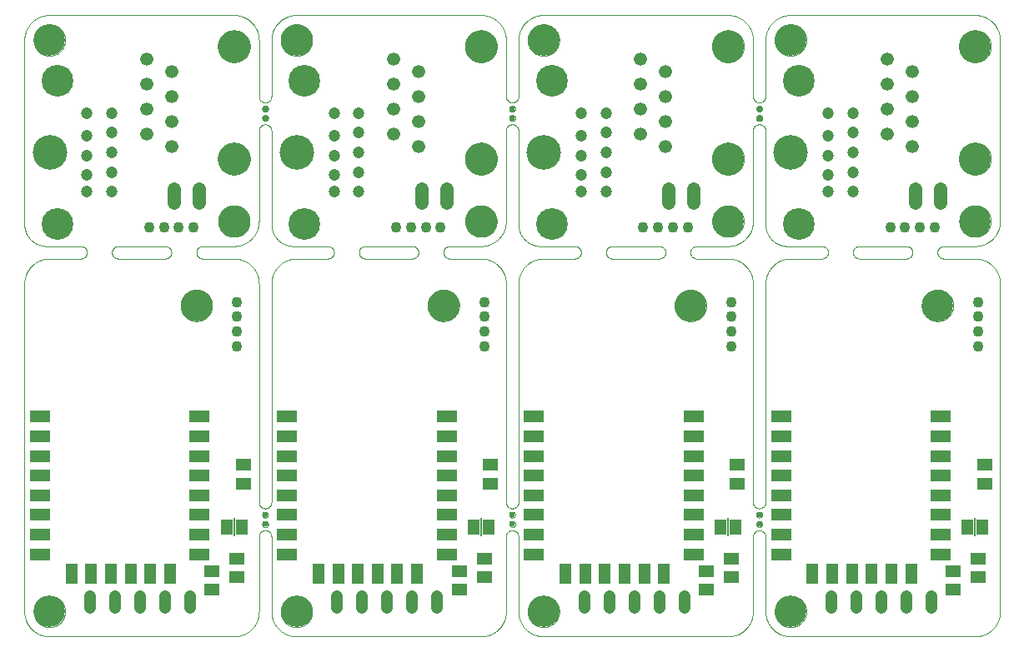
<source format=gbs>
G75*
%MOIN*%
%OFA0B0*%
%FSLAX25Y25*%
%IPPOS*%
%LPD*%
%AMOC8*
5,1,8,0,0,1.08239X$1,22.5*
%
%ADD10C,0.00000*%
%ADD11C,0.12598*%
%ADD12C,0.02362*%
%ADD13R,0.07874X0.04724*%
%ADD14R,0.04724X0.07874*%
%ADD15R,0.05906X0.05118*%
%ADD16R,0.04600X0.06300*%
%ADD17R,0.00600X0.07200*%
%ADD18C,0.04331*%
%ADD19C,0.05250*%
%ADD20C,0.12800*%
%ADD21C,0.04724*%
%ADD22C,0.13843*%
%ADD23C,0.12661*%
%ADD24C,0.05400*%
%ADD25C,0.04800*%
D10*
X0046345Y0032550D02*
X0046345Y0163800D01*
X0046348Y0164042D01*
X0046357Y0164283D01*
X0046371Y0164524D01*
X0046392Y0164765D01*
X0046418Y0165005D01*
X0046450Y0165245D01*
X0046488Y0165484D01*
X0046531Y0165721D01*
X0046581Y0165958D01*
X0046636Y0166193D01*
X0046696Y0166427D01*
X0046763Y0166659D01*
X0046834Y0166890D01*
X0046912Y0167119D01*
X0046995Y0167346D01*
X0047083Y0167571D01*
X0047177Y0167794D01*
X0047276Y0168014D01*
X0047381Y0168232D01*
X0047490Y0168447D01*
X0047605Y0168660D01*
X0047725Y0168870D01*
X0047850Y0169076D01*
X0047980Y0169280D01*
X0048115Y0169481D01*
X0048255Y0169678D01*
X0048399Y0169872D01*
X0048548Y0170062D01*
X0048702Y0170248D01*
X0048860Y0170431D01*
X0049022Y0170610D01*
X0049189Y0170785D01*
X0049360Y0170956D01*
X0049535Y0171123D01*
X0049714Y0171285D01*
X0049897Y0171443D01*
X0050083Y0171597D01*
X0050273Y0171746D01*
X0050467Y0171890D01*
X0050664Y0172030D01*
X0050865Y0172165D01*
X0051069Y0172295D01*
X0051275Y0172420D01*
X0051485Y0172540D01*
X0051698Y0172655D01*
X0051913Y0172764D01*
X0052131Y0172869D01*
X0052351Y0172968D01*
X0052574Y0173062D01*
X0052799Y0173150D01*
X0053026Y0173233D01*
X0053255Y0173311D01*
X0053486Y0173382D01*
X0053718Y0173449D01*
X0053952Y0173509D01*
X0054187Y0173564D01*
X0054424Y0173614D01*
X0054661Y0173657D01*
X0054900Y0173695D01*
X0055140Y0173727D01*
X0055380Y0173753D01*
X0055621Y0173774D01*
X0055862Y0173788D01*
X0056103Y0173797D01*
X0056345Y0173800D01*
X0068845Y0173800D01*
X0071345Y0176300D02*
X0071343Y0176398D01*
X0071337Y0176496D01*
X0071328Y0176594D01*
X0071314Y0176691D01*
X0071297Y0176788D01*
X0071276Y0176884D01*
X0071251Y0176979D01*
X0071223Y0177073D01*
X0071190Y0177165D01*
X0071155Y0177257D01*
X0071115Y0177347D01*
X0071073Y0177435D01*
X0071026Y0177522D01*
X0070977Y0177606D01*
X0070924Y0177689D01*
X0070868Y0177769D01*
X0070808Y0177848D01*
X0070746Y0177924D01*
X0070681Y0177997D01*
X0070613Y0178068D01*
X0070542Y0178136D01*
X0070469Y0178201D01*
X0070393Y0178263D01*
X0070314Y0178323D01*
X0070234Y0178379D01*
X0070151Y0178432D01*
X0070067Y0178481D01*
X0069980Y0178528D01*
X0069892Y0178570D01*
X0069802Y0178610D01*
X0069710Y0178645D01*
X0069618Y0178678D01*
X0069524Y0178706D01*
X0069429Y0178731D01*
X0069333Y0178752D01*
X0069236Y0178769D01*
X0069139Y0178783D01*
X0069041Y0178792D01*
X0068943Y0178798D01*
X0068845Y0178800D01*
X0055095Y0178800D01*
X0054884Y0178803D01*
X0054672Y0178810D01*
X0054461Y0178823D01*
X0054251Y0178841D01*
X0054040Y0178864D01*
X0053831Y0178892D01*
X0053622Y0178925D01*
X0053414Y0178963D01*
X0053207Y0179006D01*
X0053001Y0179054D01*
X0052796Y0179107D01*
X0052593Y0179165D01*
X0052391Y0179228D01*
X0052191Y0179296D01*
X0051992Y0179369D01*
X0051795Y0179446D01*
X0051601Y0179528D01*
X0051408Y0179615D01*
X0051217Y0179706D01*
X0051029Y0179802D01*
X0050843Y0179903D01*
X0050659Y0180008D01*
X0050478Y0180117D01*
X0050300Y0180231D01*
X0050124Y0180349D01*
X0049952Y0180471D01*
X0049782Y0180597D01*
X0049616Y0180728D01*
X0049453Y0180862D01*
X0049293Y0181001D01*
X0049136Y0181143D01*
X0048983Y0181289D01*
X0048834Y0181438D01*
X0048688Y0181591D01*
X0048546Y0181748D01*
X0048407Y0181908D01*
X0048273Y0182071D01*
X0048142Y0182237D01*
X0048016Y0182407D01*
X0047894Y0182579D01*
X0047776Y0182755D01*
X0047662Y0182933D01*
X0047553Y0183114D01*
X0047448Y0183298D01*
X0047347Y0183484D01*
X0047251Y0183672D01*
X0047160Y0183863D01*
X0047073Y0184056D01*
X0046991Y0184250D01*
X0046914Y0184447D01*
X0046841Y0184646D01*
X0046773Y0184846D01*
X0046710Y0185048D01*
X0046652Y0185251D01*
X0046599Y0185456D01*
X0046551Y0185662D01*
X0046508Y0185869D01*
X0046470Y0186077D01*
X0046437Y0186286D01*
X0046409Y0186495D01*
X0046386Y0186706D01*
X0046368Y0186916D01*
X0046355Y0187127D01*
X0046348Y0187339D01*
X0046345Y0187550D01*
X0046345Y0261300D01*
X0046348Y0261542D01*
X0046357Y0261783D01*
X0046371Y0262024D01*
X0046392Y0262265D01*
X0046418Y0262505D01*
X0046450Y0262745D01*
X0046488Y0262984D01*
X0046531Y0263221D01*
X0046581Y0263458D01*
X0046636Y0263693D01*
X0046696Y0263927D01*
X0046763Y0264159D01*
X0046834Y0264390D01*
X0046912Y0264619D01*
X0046995Y0264846D01*
X0047083Y0265071D01*
X0047177Y0265294D01*
X0047276Y0265514D01*
X0047381Y0265732D01*
X0047490Y0265947D01*
X0047605Y0266160D01*
X0047725Y0266370D01*
X0047850Y0266576D01*
X0047980Y0266780D01*
X0048115Y0266981D01*
X0048255Y0267178D01*
X0048399Y0267372D01*
X0048548Y0267562D01*
X0048702Y0267748D01*
X0048860Y0267931D01*
X0049022Y0268110D01*
X0049189Y0268285D01*
X0049360Y0268456D01*
X0049535Y0268623D01*
X0049714Y0268785D01*
X0049897Y0268943D01*
X0050083Y0269097D01*
X0050273Y0269246D01*
X0050467Y0269390D01*
X0050664Y0269530D01*
X0050865Y0269665D01*
X0051069Y0269795D01*
X0051275Y0269920D01*
X0051485Y0270040D01*
X0051698Y0270155D01*
X0051913Y0270264D01*
X0052131Y0270369D01*
X0052351Y0270468D01*
X0052574Y0270562D01*
X0052799Y0270650D01*
X0053026Y0270733D01*
X0053255Y0270811D01*
X0053486Y0270882D01*
X0053718Y0270949D01*
X0053952Y0271009D01*
X0054187Y0271064D01*
X0054424Y0271114D01*
X0054661Y0271157D01*
X0054900Y0271195D01*
X0055140Y0271227D01*
X0055380Y0271253D01*
X0055621Y0271274D01*
X0055862Y0271288D01*
X0056103Y0271297D01*
X0056345Y0271300D01*
X0130095Y0271300D01*
X0130337Y0271297D01*
X0130578Y0271288D01*
X0130819Y0271274D01*
X0131060Y0271253D01*
X0131300Y0271227D01*
X0131540Y0271195D01*
X0131779Y0271157D01*
X0132016Y0271114D01*
X0132253Y0271064D01*
X0132488Y0271009D01*
X0132722Y0270949D01*
X0132954Y0270882D01*
X0133185Y0270811D01*
X0133414Y0270733D01*
X0133641Y0270650D01*
X0133866Y0270562D01*
X0134089Y0270468D01*
X0134309Y0270369D01*
X0134527Y0270264D01*
X0134742Y0270155D01*
X0134955Y0270040D01*
X0135165Y0269920D01*
X0135371Y0269795D01*
X0135575Y0269665D01*
X0135776Y0269530D01*
X0135973Y0269390D01*
X0136167Y0269246D01*
X0136357Y0269097D01*
X0136543Y0268943D01*
X0136726Y0268785D01*
X0136905Y0268623D01*
X0137080Y0268456D01*
X0137251Y0268285D01*
X0137418Y0268110D01*
X0137580Y0267931D01*
X0137738Y0267748D01*
X0137892Y0267562D01*
X0138041Y0267372D01*
X0138185Y0267178D01*
X0138325Y0266981D01*
X0138460Y0266780D01*
X0138590Y0266576D01*
X0138715Y0266370D01*
X0138835Y0266160D01*
X0138950Y0265947D01*
X0139059Y0265732D01*
X0139164Y0265514D01*
X0139263Y0265294D01*
X0139357Y0265071D01*
X0139445Y0264846D01*
X0139528Y0264619D01*
X0139606Y0264390D01*
X0139677Y0264159D01*
X0139744Y0263927D01*
X0139804Y0263693D01*
X0139859Y0263458D01*
X0139909Y0263221D01*
X0139952Y0262984D01*
X0139990Y0262745D01*
X0140022Y0262505D01*
X0140048Y0262265D01*
X0140069Y0262024D01*
X0140083Y0261783D01*
X0140092Y0261542D01*
X0140095Y0261300D01*
X0140095Y0238800D01*
X0142595Y0236300D02*
X0142693Y0236302D01*
X0142791Y0236308D01*
X0142889Y0236317D01*
X0142986Y0236331D01*
X0143083Y0236348D01*
X0143179Y0236369D01*
X0143274Y0236394D01*
X0143368Y0236422D01*
X0143460Y0236455D01*
X0143552Y0236490D01*
X0143642Y0236530D01*
X0143730Y0236572D01*
X0143817Y0236619D01*
X0143901Y0236668D01*
X0143984Y0236721D01*
X0144064Y0236777D01*
X0144143Y0236837D01*
X0144219Y0236899D01*
X0144292Y0236964D01*
X0144363Y0237032D01*
X0144431Y0237103D01*
X0144496Y0237176D01*
X0144558Y0237252D01*
X0144618Y0237331D01*
X0144674Y0237411D01*
X0144727Y0237494D01*
X0144776Y0237578D01*
X0144823Y0237665D01*
X0144865Y0237753D01*
X0144905Y0237843D01*
X0144940Y0237935D01*
X0144973Y0238027D01*
X0145001Y0238121D01*
X0145026Y0238216D01*
X0145047Y0238312D01*
X0145064Y0238409D01*
X0145078Y0238506D01*
X0145087Y0238604D01*
X0145093Y0238702D01*
X0145095Y0238800D01*
X0145095Y0261300D01*
X0145098Y0261542D01*
X0145107Y0261783D01*
X0145121Y0262024D01*
X0145142Y0262265D01*
X0145168Y0262505D01*
X0145200Y0262745D01*
X0145238Y0262984D01*
X0145281Y0263221D01*
X0145331Y0263458D01*
X0145386Y0263693D01*
X0145446Y0263927D01*
X0145513Y0264159D01*
X0145584Y0264390D01*
X0145662Y0264619D01*
X0145745Y0264846D01*
X0145833Y0265071D01*
X0145927Y0265294D01*
X0146026Y0265514D01*
X0146131Y0265732D01*
X0146240Y0265947D01*
X0146355Y0266160D01*
X0146475Y0266370D01*
X0146600Y0266576D01*
X0146730Y0266780D01*
X0146865Y0266981D01*
X0147005Y0267178D01*
X0147149Y0267372D01*
X0147298Y0267562D01*
X0147452Y0267748D01*
X0147610Y0267931D01*
X0147772Y0268110D01*
X0147939Y0268285D01*
X0148110Y0268456D01*
X0148285Y0268623D01*
X0148464Y0268785D01*
X0148647Y0268943D01*
X0148833Y0269097D01*
X0149023Y0269246D01*
X0149217Y0269390D01*
X0149414Y0269530D01*
X0149615Y0269665D01*
X0149819Y0269795D01*
X0150025Y0269920D01*
X0150235Y0270040D01*
X0150448Y0270155D01*
X0150663Y0270264D01*
X0150881Y0270369D01*
X0151101Y0270468D01*
X0151324Y0270562D01*
X0151549Y0270650D01*
X0151776Y0270733D01*
X0152005Y0270811D01*
X0152236Y0270882D01*
X0152468Y0270949D01*
X0152702Y0271009D01*
X0152937Y0271064D01*
X0153174Y0271114D01*
X0153411Y0271157D01*
X0153650Y0271195D01*
X0153890Y0271227D01*
X0154130Y0271253D01*
X0154371Y0271274D01*
X0154612Y0271288D01*
X0154853Y0271297D01*
X0155095Y0271300D01*
X0228845Y0271300D01*
X0229087Y0271297D01*
X0229328Y0271288D01*
X0229569Y0271274D01*
X0229810Y0271253D01*
X0230050Y0271227D01*
X0230290Y0271195D01*
X0230529Y0271157D01*
X0230766Y0271114D01*
X0231003Y0271064D01*
X0231238Y0271009D01*
X0231472Y0270949D01*
X0231704Y0270882D01*
X0231935Y0270811D01*
X0232164Y0270733D01*
X0232391Y0270650D01*
X0232616Y0270562D01*
X0232839Y0270468D01*
X0233059Y0270369D01*
X0233277Y0270264D01*
X0233492Y0270155D01*
X0233705Y0270040D01*
X0233915Y0269920D01*
X0234121Y0269795D01*
X0234325Y0269665D01*
X0234526Y0269530D01*
X0234723Y0269390D01*
X0234917Y0269246D01*
X0235107Y0269097D01*
X0235293Y0268943D01*
X0235476Y0268785D01*
X0235655Y0268623D01*
X0235830Y0268456D01*
X0236001Y0268285D01*
X0236168Y0268110D01*
X0236330Y0267931D01*
X0236488Y0267748D01*
X0236642Y0267562D01*
X0236791Y0267372D01*
X0236935Y0267178D01*
X0237075Y0266981D01*
X0237210Y0266780D01*
X0237340Y0266576D01*
X0237465Y0266370D01*
X0237585Y0266160D01*
X0237700Y0265947D01*
X0237809Y0265732D01*
X0237914Y0265514D01*
X0238013Y0265294D01*
X0238107Y0265071D01*
X0238195Y0264846D01*
X0238278Y0264619D01*
X0238356Y0264390D01*
X0238427Y0264159D01*
X0238494Y0263927D01*
X0238554Y0263693D01*
X0238609Y0263458D01*
X0238659Y0263221D01*
X0238702Y0262984D01*
X0238740Y0262745D01*
X0238772Y0262505D01*
X0238798Y0262265D01*
X0238819Y0262024D01*
X0238833Y0261783D01*
X0238842Y0261542D01*
X0238845Y0261300D01*
X0238845Y0238800D01*
X0241345Y0236300D02*
X0241443Y0236302D01*
X0241541Y0236308D01*
X0241639Y0236317D01*
X0241736Y0236331D01*
X0241833Y0236348D01*
X0241929Y0236369D01*
X0242024Y0236394D01*
X0242118Y0236422D01*
X0242210Y0236455D01*
X0242302Y0236490D01*
X0242392Y0236530D01*
X0242480Y0236572D01*
X0242567Y0236619D01*
X0242651Y0236668D01*
X0242734Y0236721D01*
X0242814Y0236777D01*
X0242893Y0236837D01*
X0242969Y0236899D01*
X0243042Y0236964D01*
X0243113Y0237032D01*
X0243181Y0237103D01*
X0243246Y0237176D01*
X0243308Y0237252D01*
X0243368Y0237331D01*
X0243424Y0237411D01*
X0243477Y0237494D01*
X0243526Y0237578D01*
X0243573Y0237665D01*
X0243615Y0237753D01*
X0243655Y0237843D01*
X0243690Y0237935D01*
X0243723Y0238027D01*
X0243751Y0238121D01*
X0243776Y0238216D01*
X0243797Y0238312D01*
X0243814Y0238409D01*
X0243828Y0238506D01*
X0243837Y0238604D01*
X0243843Y0238702D01*
X0243845Y0238800D01*
X0243845Y0261300D01*
X0243848Y0261542D01*
X0243857Y0261783D01*
X0243871Y0262024D01*
X0243892Y0262265D01*
X0243918Y0262505D01*
X0243950Y0262745D01*
X0243988Y0262984D01*
X0244031Y0263221D01*
X0244081Y0263458D01*
X0244136Y0263693D01*
X0244196Y0263927D01*
X0244263Y0264159D01*
X0244334Y0264390D01*
X0244412Y0264619D01*
X0244495Y0264846D01*
X0244583Y0265071D01*
X0244677Y0265294D01*
X0244776Y0265514D01*
X0244881Y0265732D01*
X0244990Y0265947D01*
X0245105Y0266160D01*
X0245225Y0266370D01*
X0245350Y0266576D01*
X0245480Y0266780D01*
X0245615Y0266981D01*
X0245755Y0267178D01*
X0245899Y0267372D01*
X0246048Y0267562D01*
X0246202Y0267748D01*
X0246360Y0267931D01*
X0246522Y0268110D01*
X0246689Y0268285D01*
X0246860Y0268456D01*
X0247035Y0268623D01*
X0247214Y0268785D01*
X0247397Y0268943D01*
X0247583Y0269097D01*
X0247773Y0269246D01*
X0247967Y0269390D01*
X0248164Y0269530D01*
X0248365Y0269665D01*
X0248569Y0269795D01*
X0248775Y0269920D01*
X0248985Y0270040D01*
X0249198Y0270155D01*
X0249413Y0270264D01*
X0249631Y0270369D01*
X0249851Y0270468D01*
X0250074Y0270562D01*
X0250299Y0270650D01*
X0250526Y0270733D01*
X0250755Y0270811D01*
X0250986Y0270882D01*
X0251218Y0270949D01*
X0251452Y0271009D01*
X0251687Y0271064D01*
X0251924Y0271114D01*
X0252161Y0271157D01*
X0252400Y0271195D01*
X0252640Y0271227D01*
X0252880Y0271253D01*
X0253121Y0271274D01*
X0253362Y0271288D01*
X0253603Y0271297D01*
X0253845Y0271300D01*
X0327595Y0271300D01*
X0327837Y0271297D01*
X0328078Y0271288D01*
X0328319Y0271274D01*
X0328560Y0271253D01*
X0328800Y0271227D01*
X0329040Y0271195D01*
X0329279Y0271157D01*
X0329516Y0271114D01*
X0329753Y0271064D01*
X0329988Y0271009D01*
X0330222Y0270949D01*
X0330454Y0270882D01*
X0330685Y0270811D01*
X0330914Y0270733D01*
X0331141Y0270650D01*
X0331366Y0270562D01*
X0331589Y0270468D01*
X0331809Y0270369D01*
X0332027Y0270264D01*
X0332242Y0270155D01*
X0332455Y0270040D01*
X0332665Y0269920D01*
X0332871Y0269795D01*
X0333075Y0269665D01*
X0333276Y0269530D01*
X0333473Y0269390D01*
X0333667Y0269246D01*
X0333857Y0269097D01*
X0334043Y0268943D01*
X0334226Y0268785D01*
X0334405Y0268623D01*
X0334580Y0268456D01*
X0334751Y0268285D01*
X0334918Y0268110D01*
X0335080Y0267931D01*
X0335238Y0267748D01*
X0335392Y0267562D01*
X0335541Y0267372D01*
X0335685Y0267178D01*
X0335825Y0266981D01*
X0335960Y0266780D01*
X0336090Y0266576D01*
X0336215Y0266370D01*
X0336335Y0266160D01*
X0336450Y0265947D01*
X0336559Y0265732D01*
X0336664Y0265514D01*
X0336763Y0265294D01*
X0336857Y0265071D01*
X0336945Y0264846D01*
X0337028Y0264619D01*
X0337106Y0264390D01*
X0337177Y0264159D01*
X0337244Y0263927D01*
X0337304Y0263693D01*
X0337359Y0263458D01*
X0337409Y0263221D01*
X0337452Y0262984D01*
X0337490Y0262745D01*
X0337522Y0262505D01*
X0337548Y0262265D01*
X0337569Y0262024D01*
X0337583Y0261783D01*
X0337592Y0261542D01*
X0337595Y0261300D01*
X0337595Y0238800D01*
X0340095Y0236300D02*
X0340193Y0236302D01*
X0340291Y0236308D01*
X0340389Y0236317D01*
X0340486Y0236331D01*
X0340583Y0236348D01*
X0340679Y0236369D01*
X0340774Y0236394D01*
X0340868Y0236422D01*
X0340960Y0236455D01*
X0341052Y0236490D01*
X0341142Y0236530D01*
X0341230Y0236572D01*
X0341317Y0236619D01*
X0341401Y0236668D01*
X0341484Y0236721D01*
X0341564Y0236777D01*
X0341643Y0236837D01*
X0341719Y0236899D01*
X0341792Y0236964D01*
X0341863Y0237032D01*
X0341931Y0237103D01*
X0341996Y0237176D01*
X0342058Y0237252D01*
X0342118Y0237331D01*
X0342174Y0237411D01*
X0342227Y0237494D01*
X0342276Y0237578D01*
X0342323Y0237665D01*
X0342365Y0237753D01*
X0342405Y0237843D01*
X0342440Y0237935D01*
X0342473Y0238027D01*
X0342501Y0238121D01*
X0342526Y0238216D01*
X0342547Y0238312D01*
X0342564Y0238409D01*
X0342578Y0238506D01*
X0342587Y0238604D01*
X0342593Y0238702D01*
X0342595Y0238800D01*
X0342595Y0261300D01*
X0342598Y0261542D01*
X0342607Y0261783D01*
X0342621Y0262024D01*
X0342642Y0262265D01*
X0342668Y0262505D01*
X0342700Y0262745D01*
X0342738Y0262984D01*
X0342781Y0263221D01*
X0342831Y0263458D01*
X0342886Y0263693D01*
X0342946Y0263927D01*
X0343013Y0264159D01*
X0343084Y0264390D01*
X0343162Y0264619D01*
X0343245Y0264846D01*
X0343333Y0265071D01*
X0343427Y0265294D01*
X0343526Y0265514D01*
X0343631Y0265732D01*
X0343740Y0265947D01*
X0343855Y0266160D01*
X0343975Y0266370D01*
X0344100Y0266576D01*
X0344230Y0266780D01*
X0344365Y0266981D01*
X0344505Y0267178D01*
X0344649Y0267372D01*
X0344798Y0267562D01*
X0344952Y0267748D01*
X0345110Y0267931D01*
X0345272Y0268110D01*
X0345439Y0268285D01*
X0345610Y0268456D01*
X0345785Y0268623D01*
X0345964Y0268785D01*
X0346147Y0268943D01*
X0346333Y0269097D01*
X0346523Y0269246D01*
X0346717Y0269390D01*
X0346914Y0269530D01*
X0347115Y0269665D01*
X0347319Y0269795D01*
X0347525Y0269920D01*
X0347735Y0270040D01*
X0347948Y0270155D01*
X0348163Y0270264D01*
X0348381Y0270369D01*
X0348601Y0270468D01*
X0348824Y0270562D01*
X0349049Y0270650D01*
X0349276Y0270733D01*
X0349505Y0270811D01*
X0349736Y0270882D01*
X0349968Y0270949D01*
X0350202Y0271009D01*
X0350437Y0271064D01*
X0350674Y0271114D01*
X0350911Y0271157D01*
X0351150Y0271195D01*
X0351390Y0271227D01*
X0351630Y0271253D01*
X0351871Y0271274D01*
X0352112Y0271288D01*
X0352353Y0271297D01*
X0352595Y0271300D01*
X0426345Y0271300D01*
X0426587Y0271297D01*
X0426828Y0271288D01*
X0427069Y0271274D01*
X0427310Y0271253D01*
X0427550Y0271227D01*
X0427790Y0271195D01*
X0428029Y0271157D01*
X0428266Y0271114D01*
X0428503Y0271064D01*
X0428738Y0271009D01*
X0428972Y0270949D01*
X0429204Y0270882D01*
X0429435Y0270811D01*
X0429664Y0270733D01*
X0429891Y0270650D01*
X0430116Y0270562D01*
X0430339Y0270468D01*
X0430559Y0270369D01*
X0430777Y0270264D01*
X0430992Y0270155D01*
X0431205Y0270040D01*
X0431415Y0269920D01*
X0431621Y0269795D01*
X0431825Y0269665D01*
X0432026Y0269530D01*
X0432223Y0269390D01*
X0432417Y0269246D01*
X0432607Y0269097D01*
X0432793Y0268943D01*
X0432976Y0268785D01*
X0433155Y0268623D01*
X0433330Y0268456D01*
X0433501Y0268285D01*
X0433668Y0268110D01*
X0433830Y0267931D01*
X0433988Y0267748D01*
X0434142Y0267562D01*
X0434291Y0267372D01*
X0434435Y0267178D01*
X0434575Y0266981D01*
X0434710Y0266780D01*
X0434840Y0266576D01*
X0434965Y0266370D01*
X0435085Y0266160D01*
X0435200Y0265947D01*
X0435309Y0265732D01*
X0435414Y0265514D01*
X0435513Y0265294D01*
X0435607Y0265071D01*
X0435695Y0264846D01*
X0435778Y0264619D01*
X0435856Y0264390D01*
X0435927Y0264159D01*
X0435994Y0263927D01*
X0436054Y0263693D01*
X0436109Y0263458D01*
X0436159Y0263221D01*
X0436202Y0262984D01*
X0436240Y0262745D01*
X0436272Y0262505D01*
X0436298Y0262265D01*
X0436319Y0262024D01*
X0436333Y0261783D01*
X0436342Y0261542D01*
X0436345Y0261300D01*
X0436345Y0188800D01*
X0436342Y0188558D01*
X0436333Y0188317D01*
X0436319Y0188076D01*
X0436298Y0187835D01*
X0436272Y0187595D01*
X0436240Y0187355D01*
X0436202Y0187116D01*
X0436159Y0186879D01*
X0436109Y0186642D01*
X0436054Y0186407D01*
X0435994Y0186173D01*
X0435927Y0185941D01*
X0435856Y0185710D01*
X0435778Y0185481D01*
X0435695Y0185254D01*
X0435607Y0185029D01*
X0435513Y0184806D01*
X0435414Y0184586D01*
X0435309Y0184368D01*
X0435200Y0184153D01*
X0435085Y0183940D01*
X0434965Y0183730D01*
X0434840Y0183524D01*
X0434710Y0183320D01*
X0434575Y0183119D01*
X0434435Y0182922D01*
X0434291Y0182728D01*
X0434142Y0182538D01*
X0433988Y0182352D01*
X0433830Y0182169D01*
X0433668Y0181990D01*
X0433501Y0181815D01*
X0433330Y0181644D01*
X0433155Y0181477D01*
X0432976Y0181315D01*
X0432793Y0181157D01*
X0432607Y0181003D01*
X0432417Y0180854D01*
X0432223Y0180710D01*
X0432026Y0180570D01*
X0431825Y0180435D01*
X0431621Y0180305D01*
X0431415Y0180180D01*
X0431205Y0180060D01*
X0430992Y0179945D01*
X0430777Y0179836D01*
X0430559Y0179731D01*
X0430339Y0179632D01*
X0430116Y0179538D01*
X0429891Y0179450D01*
X0429664Y0179367D01*
X0429435Y0179289D01*
X0429204Y0179218D01*
X0428972Y0179151D01*
X0428738Y0179091D01*
X0428503Y0179036D01*
X0428266Y0178986D01*
X0428029Y0178943D01*
X0427790Y0178905D01*
X0427550Y0178873D01*
X0427310Y0178847D01*
X0427069Y0178826D01*
X0426828Y0178812D01*
X0426587Y0178803D01*
X0426345Y0178800D01*
X0413845Y0178800D01*
X0413747Y0178798D01*
X0413649Y0178792D01*
X0413551Y0178783D01*
X0413454Y0178769D01*
X0413357Y0178752D01*
X0413261Y0178731D01*
X0413166Y0178706D01*
X0413072Y0178678D01*
X0412980Y0178645D01*
X0412888Y0178610D01*
X0412798Y0178570D01*
X0412710Y0178528D01*
X0412623Y0178481D01*
X0412539Y0178432D01*
X0412456Y0178379D01*
X0412376Y0178323D01*
X0412297Y0178263D01*
X0412221Y0178201D01*
X0412148Y0178136D01*
X0412077Y0178068D01*
X0412009Y0177997D01*
X0411944Y0177924D01*
X0411882Y0177848D01*
X0411822Y0177769D01*
X0411766Y0177689D01*
X0411713Y0177606D01*
X0411664Y0177522D01*
X0411617Y0177435D01*
X0411575Y0177347D01*
X0411535Y0177257D01*
X0411500Y0177165D01*
X0411467Y0177073D01*
X0411439Y0176979D01*
X0411414Y0176884D01*
X0411393Y0176788D01*
X0411376Y0176691D01*
X0411362Y0176594D01*
X0411353Y0176496D01*
X0411347Y0176398D01*
X0411345Y0176300D01*
X0411347Y0176202D01*
X0411353Y0176104D01*
X0411362Y0176006D01*
X0411376Y0175909D01*
X0411393Y0175812D01*
X0411414Y0175716D01*
X0411439Y0175621D01*
X0411467Y0175527D01*
X0411500Y0175435D01*
X0411535Y0175343D01*
X0411575Y0175253D01*
X0411617Y0175165D01*
X0411664Y0175078D01*
X0411713Y0174994D01*
X0411766Y0174911D01*
X0411822Y0174831D01*
X0411882Y0174752D01*
X0411944Y0174676D01*
X0412009Y0174603D01*
X0412077Y0174532D01*
X0412148Y0174464D01*
X0412221Y0174399D01*
X0412297Y0174337D01*
X0412376Y0174277D01*
X0412456Y0174221D01*
X0412539Y0174168D01*
X0412623Y0174119D01*
X0412710Y0174072D01*
X0412798Y0174030D01*
X0412888Y0173990D01*
X0412980Y0173955D01*
X0413072Y0173922D01*
X0413166Y0173894D01*
X0413261Y0173869D01*
X0413357Y0173848D01*
X0413454Y0173831D01*
X0413551Y0173817D01*
X0413649Y0173808D01*
X0413747Y0173802D01*
X0413845Y0173800D01*
X0426345Y0173800D01*
X0426587Y0173797D01*
X0426828Y0173788D01*
X0427069Y0173774D01*
X0427310Y0173753D01*
X0427550Y0173727D01*
X0427790Y0173695D01*
X0428029Y0173657D01*
X0428266Y0173614D01*
X0428503Y0173564D01*
X0428738Y0173509D01*
X0428972Y0173449D01*
X0429204Y0173382D01*
X0429435Y0173311D01*
X0429664Y0173233D01*
X0429891Y0173150D01*
X0430116Y0173062D01*
X0430339Y0172968D01*
X0430559Y0172869D01*
X0430777Y0172764D01*
X0430992Y0172655D01*
X0431205Y0172540D01*
X0431415Y0172420D01*
X0431621Y0172295D01*
X0431825Y0172165D01*
X0432026Y0172030D01*
X0432223Y0171890D01*
X0432417Y0171746D01*
X0432607Y0171597D01*
X0432793Y0171443D01*
X0432976Y0171285D01*
X0433155Y0171123D01*
X0433330Y0170956D01*
X0433501Y0170785D01*
X0433668Y0170610D01*
X0433830Y0170431D01*
X0433988Y0170248D01*
X0434142Y0170062D01*
X0434291Y0169872D01*
X0434435Y0169678D01*
X0434575Y0169481D01*
X0434710Y0169280D01*
X0434840Y0169076D01*
X0434965Y0168870D01*
X0435085Y0168660D01*
X0435200Y0168447D01*
X0435309Y0168232D01*
X0435414Y0168014D01*
X0435513Y0167794D01*
X0435607Y0167571D01*
X0435695Y0167346D01*
X0435778Y0167119D01*
X0435856Y0166890D01*
X0435927Y0166659D01*
X0435994Y0166427D01*
X0436054Y0166193D01*
X0436109Y0165958D01*
X0436159Y0165721D01*
X0436202Y0165484D01*
X0436240Y0165245D01*
X0436272Y0165005D01*
X0436298Y0164765D01*
X0436319Y0164524D01*
X0436333Y0164283D01*
X0436342Y0164042D01*
X0436345Y0163800D01*
X0436345Y0032550D01*
X0436342Y0032308D01*
X0436333Y0032067D01*
X0436319Y0031826D01*
X0436298Y0031585D01*
X0436272Y0031345D01*
X0436240Y0031105D01*
X0436202Y0030866D01*
X0436159Y0030629D01*
X0436109Y0030392D01*
X0436054Y0030157D01*
X0435994Y0029923D01*
X0435927Y0029691D01*
X0435856Y0029460D01*
X0435778Y0029231D01*
X0435695Y0029004D01*
X0435607Y0028779D01*
X0435513Y0028556D01*
X0435414Y0028336D01*
X0435309Y0028118D01*
X0435200Y0027903D01*
X0435085Y0027690D01*
X0434965Y0027480D01*
X0434840Y0027274D01*
X0434710Y0027070D01*
X0434575Y0026869D01*
X0434435Y0026672D01*
X0434291Y0026478D01*
X0434142Y0026288D01*
X0433988Y0026102D01*
X0433830Y0025919D01*
X0433668Y0025740D01*
X0433501Y0025565D01*
X0433330Y0025394D01*
X0433155Y0025227D01*
X0432976Y0025065D01*
X0432793Y0024907D01*
X0432607Y0024753D01*
X0432417Y0024604D01*
X0432223Y0024460D01*
X0432026Y0024320D01*
X0431825Y0024185D01*
X0431621Y0024055D01*
X0431415Y0023930D01*
X0431205Y0023810D01*
X0430992Y0023695D01*
X0430777Y0023586D01*
X0430559Y0023481D01*
X0430339Y0023382D01*
X0430116Y0023288D01*
X0429891Y0023200D01*
X0429664Y0023117D01*
X0429435Y0023039D01*
X0429204Y0022968D01*
X0428972Y0022901D01*
X0428738Y0022841D01*
X0428503Y0022786D01*
X0428266Y0022736D01*
X0428029Y0022693D01*
X0427790Y0022655D01*
X0427550Y0022623D01*
X0427310Y0022597D01*
X0427069Y0022576D01*
X0426828Y0022562D01*
X0426587Y0022553D01*
X0426345Y0022550D01*
X0352595Y0022550D01*
X0352353Y0022553D01*
X0352112Y0022562D01*
X0351871Y0022576D01*
X0351630Y0022597D01*
X0351390Y0022623D01*
X0351150Y0022655D01*
X0350911Y0022693D01*
X0350674Y0022736D01*
X0350437Y0022786D01*
X0350202Y0022841D01*
X0349968Y0022901D01*
X0349736Y0022968D01*
X0349505Y0023039D01*
X0349276Y0023117D01*
X0349049Y0023200D01*
X0348824Y0023288D01*
X0348601Y0023382D01*
X0348381Y0023481D01*
X0348163Y0023586D01*
X0347948Y0023695D01*
X0347735Y0023810D01*
X0347525Y0023930D01*
X0347319Y0024055D01*
X0347115Y0024185D01*
X0346914Y0024320D01*
X0346717Y0024460D01*
X0346523Y0024604D01*
X0346333Y0024753D01*
X0346147Y0024907D01*
X0345964Y0025065D01*
X0345785Y0025227D01*
X0345610Y0025394D01*
X0345439Y0025565D01*
X0345272Y0025740D01*
X0345110Y0025919D01*
X0344952Y0026102D01*
X0344798Y0026288D01*
X0344649Y0026478D01*
X0344505Y0026672D01*
X0344365Y0026869D01*
X0344230Y0027070D01*
X0344100Y0027274D01*
X0343975Y0027480D01*
X0343855Y0027690D01*
X0343740Y0027903D01*
X0343631Y0028118D01*
X0343526Y0028336D01*
X0343427Y0028556D01*
X0343333Y0028779D01*
X0343245Y0029004D01*
X0343162Y0029231D01*
X0343084Y0029460D01*
X0343013Y0029691D01*
X0342946Y0029923D01*
X0342886Y0030157D01*
X0342831Y0030392D01*
X0342781Y0030629D01*
X0342738Y0030866D01*
X0342700Y0031105D01*
X0342668Y0031345D01*
X0342642Y0031585D01*
X0342621Y0031826D01*
X0342607Y0032067D01*
X0342598Y0032308D01*
X0342595Y0032550D01*
X0342595Y0062550D01*
X0342593Y0062648D01*
X0342587Y0062746D01*
X0342578Y0062844D01*
X0342564Y0062941D01*
X0342547Y0063038D01*
X0342526Y0063134D01*
X0342501Y0063229D01*
X0342473Y0063323D01*
X0342440Y0063415D01*
X0342405Y0063507D01*
X0342365Y0063597D01*
X0342323Y0063685D01*
X0342276Y0063772D01*
X0342227Y0063856D01*
X0342174Y0063939D01*
X0342118Y0064019D01*
X0342058Y0064098D01*
X0341996Y0064174D01*
X0341931Y0064247D01*
X0341863Y0064318D01*
X0341792Y0064386D01*
X0341719Y0064451D01*
X0341643Y0064513D01*
X0341564Y0064573D01*
X0341484Y0064629D01*
X0341401Y0064682D01*
X0341317Y0064731D01*
X0341230Y0064778D01*
X0341142Y0064820D01*
X0341052Y0064860D01*
X0340960Y0064895D01*
X0340868Y0064928D01*
X0340774Y0064956D01*
X0340679Y0064981D01*
X0340583Y0065002D01*
X0340486Y0065019D01*
X0340389Y0065033D01*
X0340291Y0065042D01*
X0340193Y0065048D01*
X0340095Y0065050D01*
X0339997Y0065048D01*
X0339899Y0065042D01*
X0339801Y0065033D01*
X0339704Y0065019D01*
X0339607Y0065002D01*
X0339511Y0064981D01*
X0339416Y0064956D01*
X0339322Y0064928D01*
X0339230Y0064895D01*
X0339138Y0064860D01*
X0339048Y0064820D01*
X0338960Y0064778D01*
X0338873Y0064731D01*
X0338789Y0064682D01*
X0338706Y0064629D01*
X0338626Y0064573D01*
X0338547Y0064513D01*
X0338471Y0064451D01*
X0338398Y0064386D01*
X0338327Y0064318D01*
X0338259Y0064247D01*
X0338194Y0064174D01*
X0338132Y0064098D01*
X0338072Y0064019D01*
X0338016Y0063939D01*
X0337963Y0063856D01*
X0337914Y0063772D01*
X0337867Y0063685D01*
X0337825Y0063597D01*
X0337785Y0063507D01*
X0337750Y0063415D01*
X0337717Y0063323D01*
X0337689Y0063229D01*
X0337664Y0063134D01*
X0337643Y0063038D01*
X0337626Y0062941D01*
X0337612Y0062844D01*
X0337603Y0062746D01*
X0337597Y0062648D01*
X0337595Y0062550D01*
X0337595Y0032550D01*
X0337592Y0032308D01*
X0337583Y0032067D01*
X0337569Y0031826D01*
X0337548Y0031585D01*
X0337522Y0031345D01*
X0337490Y0031105D01*
X0337452Y0030866D01*
X0337409Y0030629D01*
X0337359Y0030392D01*
X0337304Y0030157D01*
X0337244Y0029923D01*
X0337177Y0029691D01*
X0337106Y0029460D01*
X0337028Y0029231D01*
X0336945Y0029004D01*
X0336857Y0028779D01*
X0336763Y0028556D01*
X0336664Y0028336D01*
X0336559Y0028118D01*
X0336450Y0027903D01*
X0336335Y0027690D01*
X0336215Y0027480D01*
X0336090Y0027274D01*
X0335960Y0027070D01*
X0335825Y0026869D01*
X0335685Y0026672D01*
X0335541Y0026478D01*
X0335392Y0026288D01*
X0335238Y0026102D01*
X0335080Y0025919D01*
X0334918Y0025740D01*
X0334751Y0025565D01*
X0334580Y0025394D01*
X0334405Y0025227D01*
X0334226Y0025065D01*
X0334043Y0024907D01*
X0333857Y0024753D01*
X0333667Y0024604D01*
X0333473Y0024460D01*
X0333276Y0024320D01*
X0333075Y0024185D01*
X0332871Y0024055D01*
X0332665Y0023930D01*
X0332455Y0023810D01*
X0332242Y0023695D01*
X0332027Y0023586D01*
X0331809Y0023481D01*
X0331589Y0023382D01*
X0331366Y0023288D01*
X0331141Y0023200D01*
X0330914Y0023117D01*
X0330685Y0023039D01*
X0330454Y0022968D01*
X0330222Y0022901D01*
X0329988Y0022841D01*
X0329753Y0022786D01*
X0329516Y0022736D01*
X0329279Y0022693D01*
X0329040Y0022655D01*
X0328800Y0022623D01*
X0328560Y0022597D01*
X0328319Y0022576D01*
X0328078Y0022562D01*
X0327837Y0022553D01*
X0327595Y0022550D01*
X0253845Y0022550D01*
X0253603Y0022553D01*
X0253362Y0022562D01*
X0253121Y0022576D01*
X0252880Y0022597D01*
X0252640Y0022623D01*
X0252400Y0022655D01*
X0252161Y0022693D01*
X0251924Y0022736D01*
X0251687Y0022786D01*
X0251452Y0022841D01*
X0251218Y0022901D01*
X0250986Y0022968D01*
X0250755Y0023039D01*
X0250526Y0023117D01*
X0250299Y0023200D01*
X0250074Y0023288D01*
X0249851Y0023382D01*
X0249631Y0023481D01*
X0249413Y0023586D01*
X0249198Y0023695D01*
X0248985Y0023810D01*
X0248775Y0023930D01*
X0248569Y0024055D01*
X0248365Y0024185D01*
X0248164Y0024320D01*
X0247967Y0024460D01*
X0247773Y0024604D01*
X0247583Y0024753D01*
X0247397Y0024907D01*
X0247214Y0025065D01*
X0247035Y0025227D01*
X0246860Y0025394D01*
X0246689Y0025565D01*
X0246522Y0025740D01*
X0246360Y0025919D01*
X0246202Y0026102D01*
X0246048Y0026288D01*
X0245899Y0026478D01*
X0245755Y0026672D01*
X0245615Y0026869D01*
X0245480Y0027070D01*
X0245350Y0027274D01*
X0245225Y0027480D01*
X0245105Y0027690D01*
X0244990Y0027903D01*
X0244881Y0028118D01*
X0244776Y0028336D01*
X0244677Y0028556D01*
X0244583Y0028779D01*
X0244495Y0029004D01*
X0244412Y0029231D01*
X0244334Y0029460D01*
X0244263Y0029691D01*
X0244196Y0029923D01*
X0244136Y0030157D01*
X0244081Y0030392D01*
X0244031Y0030629D01*
X0243988Y0030866D01*
X0243950Y0031105D01*
X0243918Y0031345D01*
X0243892Y0031585D01*
X0243871Y0031826D01*
X0243857Y0032067D01*
X0243848Y0032308D01*
X0243845Y0032550D01*
X0243845Y0062550D01*
X0243843Y0062648D01*
X0243837Y0062746D01*
X0243828Y0062844D01*
X0243814Y0062941D01*
X0243797Y0063038D01*
X0243776Y0063134D01*
X0243751Y0063229D01*
X0243723Y0063323D01*
X0243690Y0063415D01*
X0243655Y0063507D01*
X0243615Y0063597D01*
X0243573Y0063685D01*
X0243526Y0063772D01*
X0243477Y0063856D01*
X0243424Y0063939D01*
X0243368Y0064019D01*
X0243308Y0064098D01*
X0243246Y0064174D01*
X0243181Y0064247D01*
X0243113Y0064318D01*
X0243042Y0064386D01*
X0242969Y0064451D01*
X0242893Y0064513D01*
X0242814Y0064573D01*
X0242734Y0064629D01*
X0242651Y0064682D01*
X0242567Y0064731D01*
X0242480Y0064778D01*
X0242392Y0064820D01*
X0242302Y0064860D01*
X0242210Y0064895D01*
X0242118Y0064928D01*
X0242024Y0064956D01*
X0241929Y0064981D01*
X0241833Y0065002D01*
X0241736Y0065019D01*
X0241639Y0065033D01*
X0241541Y0065042D01*
X0241443Y0065048D01*
X0241345Y0065050D01*
X0241247Y0065048D01*
X0241149Y0065042D01*
X0241051Y0065033D01*
X0240954Y0065019D01*
X0240857Y0065002D01*
X0240761Y0064981D01*
X0240666Y0064956D01*
X0240572Y0064928D01*
X0240480Y0064895D01*
X0240388Y0064860D01*
X0240298Y0064820D01*
X0240210Y0064778D01*
X0240123Y0064731D01*
X0240039Y0064682D01*
X0239956Y0064629D01*
X0239876Y0064573D01*
X0239797Y0064513D01*
X0239721Y0064451D01*
X0239648Y0064386D01*
X0239577Y0064318D01*
X0239509Y0064247D01*
X0239444Y0064174D01*
X0239382Y0064098D01*
X0239322Y0064019D01*
X0239266Y0063939D01*
X0239213Y0063856D01*
X0239164Y0063772D01*
X0239117Y0063685D01*
X0239075Y0063597D01*
X0239035Y0063507D01*
X0239000Y0063415D01*
X0238967Y0063323D01*
X0238939Y0063229D01*
X0238914Y0063134D01*
X0238893Y0063038D01*
X0238876Y0062941D01*
X0238862Y0062844D01*
X0238853Y0062746D01*
X0238847Y0062648D01*
X0238845Y0062550D01*
X0238845Y0032550D01*
X0238842Y0032308D01*
X0238833Y0032067D01*
X0238819Y0031826D01*
X0238798Y0031585D01*
X0238772Y0031345D01*
X0238740Y0031105D01*
X0238702Y0030866D01*
X0238659Y0030629D01*
X0238609Y0030392D01*
X0238554Y0030157D01*
X0238494Y0029923D01*
X0238427Y0029691D01*
X0238356Y0029460D01*
X0238278Y0029231D01*
X0238195Y0029004D01*
X0238107Y0028779D01*
X0238013Y0028556D01*
X0237914Y0028336D01*
X0237809Y0028118D01*
X0237700Y0027903D01*
X0237585Y0027690D01*
X0237465Y0027480D01*
X0237340Y0027274D01*
X0237210Y0027070D01*
X0237075Y0026869D01*
X0236935Y0026672D01*
X0236791Y0026478D01*
X0236642Y0026288D01*
X0236488Y0026102D01*
X0236330Y0025919D01*
X0236168Y0025740D01*
X0236001Y0025565D01*
X0235830Y0025394D01*
X0235655Y0025227D01*
X0235476Y0025065D01*
X0235293Y0024907D01*
X0235107Y0024753D01*
X0234917Y0024604D01*
X0234723Y0024460D01*
X0234526Y0024320D01*
X0234325Y0024185D01*
X0234121Y0024055D01*
X0233915Y0023930D01*
X0233705Y0023810D01*
X0233492Y0023695D01*
X0233277Y0023586D01*
X0233059Y0023481D01*
X0232839Y0023382D01*
X0232616Y0023288D01*
X0232391Y0023200D01*
X0232164Y0023117D01*
X0231935Y0023039D01*
X0231704Y0022968D01*
X0231472Y0022901D01*
X0231238Y0022841D01*
X0231003Y0022786D01*
X0230766Y0022736D01*
X0230529Y0022693D01*
X0230290Y0022655D01*
X0230050Y0022623D01*
X0229810Y0022597D01*
X0229569Y0022576D01*
X0229328Y0022562D01*
X0229087Y0022553D01*
X0228845Y0022550D01*
X0155095Y0022550D01*
X0154853Y0022553D01*
X0154612Y0022562D01*
X0154371Y0022576D01*
X0154130Y0022597D01*
X0153890Y0022623D01*
X0153650Y0022655D01*
X0153411Y0022693D01*
X0153174Y0022736D01*
X0152937Y0022786D01*
X0152702Y0022841D01*
X0152468Y0022901D01*
X0152236Y0022968D01*
X0152005Y0023039D01*
X0151776Y0023117D01*
X0151549Y0023200D01*
X0151324Y0023288D01*
X0151101Y0023382D01*
X0150881Y0023481D01*
X0150663Y0023586D01*
X0150448Y0023695D01*
X0150235Y0023810D01*
X0150025Y0023930D01*
X0149819Y0024055D01*
X0149615Y0024185D01*
X0149414Y0024320D01*
X0149217Y0024460D01*
X0149023Y0024604D01*
X0148833Y0024753D01*
X0148647Y0024907D01*
X0148464Y0025065D01*
X0148285Y0025227D01*
X0148110Y0025394D01*
X0147939Y0025565D01*
X0147772Y0025740D01*
X0147610Y0025919D01*
X0147452Y0026102D01*
X0147298Y0026288D01*
X0147149Y0026478D01*
X0147005Y0026672D01*
X0146865Y0026869D01*
X0146730Y0027070D01*
X0146600Y0027274D01*
X0146475Y0027480D01*
X0146355Y0027690D01*
X0146240Y0027903D01*
X0146131Y0028118D01*
X0146026Y0028336D01*
X0145927Y0028556D01*
X0145833Y0028779D01*
X0145745Y0029004D01*
X0145662Y0029231D01*
X0145584Y0029460D01*
X0145513Y0029691D01*
X0145446Y0029923D01*
X0145386Y0030157D01*
X0145331Y0030392D01*
X0145281Y0030629D01*
X0145238Y0030866D01*
X0145200Y0031105D01*
X0145168Y0031345D01*
X0145142Y0031585D01*
X0145121Y0031826D01*
X0145107Y0032067D01*
X0145098Y0032308D01*
X0145095Y0032550D01*
X0145095Y0062550D01*
X0145093Y0062648D01*
X0145087Y0062746D01*
X0145078Y0062844D01*
X0145064Y0062941D01*
X0145047Y0063038D01*
X0145026Y0063134D01*
X0145001Y0063229D01*
X0144973Y0063323D01*
X0144940Y0063415D01*
X0144905Y0063507D01*
X0144865Y0063597D01*
X0144823Y0063685D01*
X0144776Y0063772D01*
X0144727Y0063856D01*
X0144674Y0063939D01*
X0144618Y0064019D01*
X0144558Y0064098D01*
X0144496Y0064174D01*
X0144431Y0064247D01*
X0144363Y0064318D01*
X0144292Y0064386D01*
X0144219Y0064451D01*
X0144143Y0064513D01*
X0144064Y0064573D01*
X0143984Y0064629D01*
X0143901Y0064682D01*
X0143817Y0064731D01*
X0143730Y0064778D01*
X0143642Y0064820D01*
X0143552Y0064860D01*
X0143460Y0064895D01*
X0143368Y0064928D01*
X0143274Y0064956D01*
X0143179Y0064981D01*
X0143083Y0065002D01*
X0142986Y0065019D01*
X0142889Y0065033D01*
X0142791Y0065042D01*
X0142693Y0065048D01*
X0142595Y0065050D01*
X0142497Y0065048D01*
X0142399Y0065042D01*
X0142301Y0065033D01*
X0142204Y0065019D01*
X0142107Y0065002D01*
X0142011Y0064981D01*
X0141916Y0064956D01*
X0141822Y0064928D01*
X0141730Y0064895D01*
X0141638Y0064860D01*
X0141548Y0064820D01*
X0141460Y0064778D01*
X0141373Y0064731D01*
X0141289Y0064682D01*
X0141206Y0064629D01*
X0141126Y0064573D01*
X0141047Y0064513D01*
X0140971Y0064451D01*
X0140898Y0064386D01*
X0140827Y0064318D01*
X0140759Y0064247D01*
X0140694Y0064174D01*
X0140632Y0064098D01*
X0140572Y0064019D01*
X0140516Y0063939D01*
X0140463Y0063856D01*
X0140414Y0063772D01*
X0140367Y0063685D01*
X0140325Y0063597D01*
X0140285Y0063507D01*
X0140250Y0063415D01*
X0140217Y0063323D01*
X0140189Y0063229D01*
X0140164Y0063134D01*
X0140143Y0063038D01*
X0140126Y0062941D01*
X0140112Y0062844D01*
X0140103Y0062746D01*
X0140097Y0062648D01*
X0140095Y0062550D01*
X0140095Y0032550D01*
X0140092Y0032308D01*
X0140083Y0032067D01*
X0140069Y0031826D01*
X0140048Y0031585D01*
X0140022Y0031345D01*
X0139990Y0031105D01*
X0139952Y0030866D01*
X0139909Y0030629D01*
X0139859Y0030392D01*
X0139804Y0030157D01*
X0139744Y0029923D01*
X0139677Y0029691D01*
X0139606Y0029460D01*
X0139528Y0029231D01*
X0139445Y0029004D01*
X0139357Y0028779D01*
X0139263Y0028556D01*
X0139164Y0028336D01*
X0139059Y0028118D01*
X0138950Y0027903D01*
X0138835Y0027690D01*
X0138715Y0027480D01*
X0138590Y0027274D01*
X0138460Y0027070D01*
X0138325Y0026869D01*
X0138185Y0026672D01*
X0138041Y0026478D01*
X0137892Y0026288D01*
X0137738Y0026102D01*
X0137580Y0025919D01*
X0137418Y0025740D01*
X0137251Y0025565D01*
X0137080Y0025394D01*
X0136905Y0025227D01*
X0136726Y0025065D01*
X0136543Y0024907D01*
X0136357Y0024753D01*
X0136167Y0024604D01*
X0135973Y0024460D01*
X0135776Y0024320D01*
X0135575Y0024185D01*
X0135371Y0024055D01*
X0135165Y0023930D01*
X0134955Y0023810D01*
X0134742Y0023695D01*
X0134527Y0023586D01*
X0134309Y0023481D01*
X0134089Y0023382D01*
X0133866Y0023288D01*
X0133641Y0023200D01*
X0133414Y0023117D01*
X0133185Y0023039D01*
X0132954Y0022968D01*
X0132722Y0022901D01*
X0132488Y0022841D01*
X0132253Y0022786D01*
X0132016Y0022736D01*
X0131779Y0022693D01*
X0131540Y0022655D01*
X0131300Y0022623D01*
X0131060Y0022597D01*
X0130819Y0022576D01*
X0130578Y0022562D01*
X0130337Y0022553D01*
X0130095Y0022550D01*
X0056345Y0022550D01*
X0056103Y0022553D01*
X0055862Y0022562D01*
X0055621Y0022576D01*
X0055380Y0022597D01*
X0055140Y0022623D01*
X0054900Y0022655D01*
X0054661Y0022693D01*
X0054424Y0022736D01*
X0054187Y0022786D01*
X0053952Y0022841D01*
X0053718Y0022901D01*
X0053486Y0022968D01*
X0053255Y0023039D01*
X0053026Y0023117D01*
X0052799Y0023200D01*
X0052574Y0023288D01*
X0052351Y0023382D01*
X0052131Y0023481D01*
X0051913Y0023586D01*
X0051698Y0023695D01*
X0051485Y0023810D01*
X0051275Y0023930D01*
X0051069Y0024055D01*
X0050865Y0024185D01*
X0050664Y0024320D01*
X0050467Y0024460D01*
X0050273Y0024604D01*
X0050083Y0024753D01*
X0049897Y0024907D01*
X0049714Y0025065D01*
X0049535Y0025227D01*
X0049360Y0025394D01*
X0049189Y0025565D01*
X0049022Y0025740D01*
X0048860Y0025919D01*
X0048702Y0026102D01*
X0048548Y0026288D01*
X0048399Y0026478D01*
X0048255Y0026672D01*
X0048115Y0026869D01*
X0047980Y0027070D01*
X0047850Y0027274D01*
X0047725Y0027480D01*
X0047605Y0027690D01*
X0047490Y0027903D01*
X0047381Y0028118D01*
X0047276Y0028336D01*
X0047177Y0028556D01*
X0047083Y0028779D01*
X0046995Y0029004D01*
X0046912Y0029231D01*
X0046834Y0029460D01*
X0046763Y0029691D01*
X0046696Y0029923D01*
X0046636Y0030157D01*
X0046581Y0030392D01*
X0046531Y0030629D01*
X0046488Y0030866D01*
X0046450Y0031105D01*
X0046418Y0031345D01*
X0046392Y0031585D01*
X0046371Y0031826D01*
X0046357Y0032067D01*
X0046348Y0032308D01*
X0046345Y0032550D01*
X0050046Y0032550D02*
X0050048Y0032708D01*
X0050054Y0032866D01*
X0050064Y0033024D01*
X0050078Y0033182D01*
X0050096Y0033339D01*
X0050117Y0033496D01*
X0050143Y0033652D01*
X0050173Y0033808D01*
X0050206Y0033963D01*
X0050244Y0034116D01*
X0050285Y0034269D01*
X0050330Y0034421D01*
X0050379Y0034572D01*
X0050432Y0034721D01*
X0050488Y0034869D01*
X0050548Y0035015D01*
X0050612Y0035160D01*
X0050680Y0035303D01*
X0050751Y0035445D01*
X0050825Y0035585D01*
X0050903Y0035722D01*
X0050985Y0035858D01*
X0051069Y0035992D01*
X0051158Y0036123D01*
X0051249Y0036252D01*
X0051344Y0036379D01*
X0051441Y0036504D01*
X0051542Y0036626D01*
X0051646Y0036745D01*
X0051753Y0036862D01*
X0051863Y0036976D01*
X0051976Y0037087D01*
X0052091Y0037196D01*
X0052209Y0037301D01*
X0052330Y0037403D01*
X0052453Y0037503D01*
X0052579Y0037599D01*
X0052707Y0037692D01*
X0052837Y0037782D01*
X0052970Y0037868D01*
X0053105Y0037952D01*
X0053241Y0038031D01*
X0053380Y0038108D01*
X0053521Y0038180D01*
X0053663Y0038250D01*
X0053807Y0038315D01*
X0053953Y0038377D01*
X0054100Y0038435D01*
X0054249Y0038490D01*
X0054399Y0038541D01*
X0054550Y0038588D01*
X0054702Y0038631D01*
X0054855Y0038670D01*
X0055010Y0038706D01*
X0055165Y0038737D01*
X0055321Y0038765D01*
X0055477Y0038789D01*
X0055634Y0038809D01*
X0055792Y0038825D01*
X0055949Y0038837D01*
X0056108Y0038845D01*
X0056266Y0038849D01*
X0056424Y0038849D01*
X0056582Y0038845D01*
X0056741Y0038837D01*
X0056898Y0038825D01*
X0057056Y0038809D01*
X0057213Y0038789D01*
X0057369Y0038765D01*
X0057525Y0038737D01*
X0057680Y0038706D01*
X0057835Y0038670D01*
X0057988Y0038631D01*
X0058140Y0038588D01*
X0058291Y0038541D01*
X0058441Y0038490D01*
X0058590Y0038435D01*
X0058737Y0038377D01*
X0058883Y0038315D01*
X0059027Y0038250D01*
X0059169Y0038180D01*
X0059310Y0038108D01*
X0059449Y0038031D01*
X0059585Y0037952D01*
X0059720Y0037868D01*
X0059853Y0037782D01*
X0059983Y0037692D01*
X0060111Y0037599D01*
X0060237Y0037503D01*
X0060360Y0037403D01*
X0060481Y0037301D01*
X0060599Y0037196D01*
X0060714Y0037087D01*
X0060827Y0036976D01*
X0060937Y0036862D01*
X0061044Y0036745D01*
X0061148Y0036626D01*
X0061249Y0036504D01*
X0061346Y0036379D01*
X0061441Y0036252D01*
X0061532Y0036123D01*
X0061621Y0035992D01*
X0061705Y0035858D01*
X0061787Y0035722D01*
X0061865Y0035585D01*
X0061939Y0035445D01*
X0062010Y0035303D01*
X0062078Y0035160D01*
X0062142Y0035015D01*
X0062202Y0034869D01*
X0062258Y0034721D01*
X0062311Y0034572D01*
X0062360Y0034421D01*
X0062405Y0034269D01*
X0062446Y0034116D01*
X0062484Y0033963D01*
X0062517Y0033808D01*
X0062547Y0033652D01*
X0062573Y0033496D01*
X0062594Y0033339D01*
X0062612Y0033182D01*
X0062626Y0033024D01*
X0062636Y0032866D01*
X0062642Y0032708D01*
X0062644Y0032550D01*
X0062642Y0032392D01*
X0062636Y0032234D01*
X0062626Y0032076D01*
X0062612Y0031918D01*
X0062594Y0031761D01*
X0062573Y0031604D01*
X0062547Y0031448D01*
X0062517Y0031292D01*
X0062484Y0031137D01*
X0062446Y0030984D01*
X0062405Y0030831D01*
X0062360Y0030679D01*
X0062311Y0030528D01*
X0062258Y0030379D01*
X0062202Y0030231D01*
X0062142Y0030085D01*
X0062078Y0029940D01*
X0062010Y0029797D01*
X0061939Y0029655D01*
X0061865Y0029515D01*
X0061787Y0029378D01*
X0061705Y0029242D01*
X0061621Y0029108D01*
X0061532Y0028977D01*
X0061441Y0028848D01*
X0061346Y0028721D01*
X0061249Y0028596D01*
X0061148Y0028474D01*
X0061044Y0028355D01*
X0060937Y0028238D01*
X0060827Y0028124D01*
X0060714Y0028013D01*
X0060599Y0027904D01*
X0060481Y0027799D01*
X0060360Y0027697D01*
X0060237Y0027597D01*
X0060111Y0027501D01*
X0059983Y0027408D01*
X0059853Y0027318D01*
X0059720Y0027232D01*
X0059585Y0027148D01*
X0059449Y0027069D01*
X0059310Y0026992D01*
X0059169Y0026920D01*
X0059027Y0026850D01*
X0058883Y0026785D01*
X0058737Y0026723D01*
X0058590Y0026665D01*
X0058441Y0026610D01*
X0058291Y0026559D01*
X0058140Y0026512D01*
X0057988Y0026469D01*
X0057835Y0026430D01*
X0057680Y0026394D01*
X0057525Y0026363D01*
X0057369Y0026335D01*
X0057213Y0026311D01*
X0057056Y0026291D01*
X0056898Y0026275D01*
X0056741Y0026263D01*
X0056582Y0026255D01*
X0056424Y0026251D01*
X0056266Y0026251D01*
X0056108Y0026255D01*
X0055949Y0026263D01*
X0055792Y0026275D01*
X0055634Y0026291D01*
X0055477Y0026311D01*
X0055321Y0026335D01*
X0055165Y0026363D01*
X0055010Y0026394D01*
X0054855Y0026430D01*
X0054702Y0026469D01*
X0054550Y0026512D01*
X0054399Y0026559D01*
X0054249Y0026610D01*
X0054100Y0026665D01*
X0053953Y0026723D01*
X0053807Y0026785D01*
X0053663Y0026850D01*
X0053521Y0026920D01*
X0053380Y0026992D01*
X0053241Y0027069D01*
X0053105Y0027148D01*
X0052970Y0027232D01*
X0052837Y0027318D01*
X0052707Y0027408D01*
X0052579Y0027501D01*
X0052453Y0027597D01*
X0052330Y0027697D01*
X0052209Y0027799D01*
X0052091Y0027904D01*
X0051976Y0028013D01*
X0051863Y0028124D01*
X0051753Y0028238D01*
X0051646Y0028355D01*
X0051542Y0028474D01*
X0051441Y0028596D01*
X0051344Y0028721D01*
X0051249Y0028848D01*
X0051158Y0028977D01*
X0051069Y0029108D01*
X0050985Y0029242D01*
X0050903Y0029378D01*
X0050825Y0029515D01*
X0050751Y0029655D01*
X0050680Y0029797D01*
X0050612Y0029940D01*
X0050548Y0030085D01*
X0050488Y0030231D01*
X0050432Y0030379D01*
X0050379Y0030528D01*
X0050330Y0030679D01*
X0050285Y0030831D01*
X0050244Y0030984D01*
X0050206Y0031137D01*
X0050173Y0031292D01*
X0050143Y0031448D01*
X0050117Y0031604D01*
X0050096Y0031761D01*
X0050078Y0031918D01*
X0050064Y0032076D01*
X0050054Y0032234D01*
X0050048Y0032392D01*
X0050046Y0032550D01*
X0140095Y0076300D02*
X0140095Y0163800D01*
X0145095Y0163800D02*
X0145095Y0076300D01*
X0145093Y0076202D01*
X0145087Y0076104D01*
X0145078Y0076006D01*
X0145064Y0075909D01*
X0145047Y0075812D01*
X0145026Y0075716D01*
X0145001Y0075621D01*
X0144973Y0075527D01*
X0144940Y0075435D01*
X0144905Y0075343D01*
X0144865Y0075253D01*
X0144823Y0075165D01*
X0144776Y0075078D01*
X0144727Y0074994D01*
X0144674Y0074911D01*
X0144618Y0074831D01*
X0144558Y0074752D01*
X0144496Y0074676D01*
X0144431Y0074603D01*
X0144363Y0074532D01*
X0144292Y0074464D01*
X0144219Y0074399D01*
X0144143Y0074337D01*
X0144064Y0074277D01*
X0143984Y0074221D01*
X0143901Y0074168D01*
X0143817Y0074119D01*
X0143730Y0074072D01*
X0143642Y0074030D01*
X0143552Y0073990D01*
X0143460Y0073955D01*
X0143368Y0073922D01*
X0143274Y0073894D01*
X0143179Y0073869D01*
X0143083Y0073848D01*
X0142986Y0073831D01*
X0142889Y0073817D01*
X0142791Y0073808D01*
X0142693Y0073802D01*
X0142595Y0073800D01*
X0141414Y0071300D02*
X0141416Y0071369D01*
X0141422Y0071437D01*
X0141432Y0071505D01*
X0141446Y0071572D01*
X0141464Y0071639D01*
X0141485Y0071704D01*
X0141511Y0071768D01*
X0141540Y0071830D01*
X0141572Y0071890D01*
X0141608Y0071949D01*
X0141648Y0072005D01*
X0141690Y0072059D01*
X0141736Y0072110D01*
X0141785Y0072159D01*
X0141836Y0072205D01*
X0141890Y0072247D01*
X0141946Y0072287D01*
X0142004Y0072323D01*
X0142065Y0072355D01*
X0142127Y0072384D01*
X0142191Y0072410D01*
X0142256Y0072431D01*
X0142323Y0072449D01*
X0142390Y0072463D01*
X0142458Y0072473D01*
X0142526Y0072479D01*
X0142595Y0072481D01*
X0142664Y0072479D01*
X0142732Y0072473D01*
X0142800Y0072463D01*
X0142867Y0072449D01*
X0142934Y0072431D01*
X0142999Y0072410D01*
X0143063Y0072384D01*
X0143125Y0072355D01*
X0143185Y0072323D01*
X0143244Y0072287D01*
X0143300Y0072247D01*
X0143354Y0072205D01*
X0143405Y0072159D01*
X0143454Y0072110D01*
X0143500Y0072059D01*
X0143542Y0072005D01*
X0143582Y0071949D01*
X0143618Y0071890D01*
X0143650Y0071830D01*
X0143679Y0071768D01*
X0143705Y0071704D01*
X0143726Y0071639D01*
X0143744Y0071572D01*
X0143758Y0071505D01*
X0143768Y0071437D01*
X0143774Y0071369D01*
X0143776Y0071300D01*
X0143774Y0071231D01*
X0143768Y0071163D01*
X0143758Y0071095D01*
X0143744Y0071028D01*
X0143726Y0070961D01*
X0143705Y0070896D01*
X0143679Y0070832D01*
X0143650Y0070770D01*
X0143618Y0070709D01*
X0143582Y0070651D01*
X0143542Y0070595D01*
X0143500Y0070541D01*
X0143454Y0070490D01*
X0143405Y0070441D01*
X0143354Y0070395D01*
X0143300Y0070353D01*
X0143244Y0070313D01*
X0143186Y0070277D01*
X0143125Y0070245D01*
X0143063Y0070216D01*
X0142999Y0070190D01*
X0142934Y0070169D01*
X0142867Y0070151D01*
X0142800Y0070137D01*
X0142732Y0070127D01*
X0142664Y0070121D01*
X0142595Y0070119D01*
X0142526Y0070121D01*
X0142458Y0070127D01*
X0142390Y0070137D01*
X0142323Y0070151D01*
X0142256Y0070169D01*
X0142191Y0070190D01*
X0142127Y0070216D01*
X0142065Y0070245D01*
X0142004Y0070277D01*
X0141946Y0070313D01*
X0141890Y0070353D01*
X0141836Y0070395D01*
X0141785Y0070441D01*
X0141736Y0070490D01*
X0141690Y0070541D01*
X0141648Y0070595D01*
X0141608Y0070651D01*
X0141572Y0070709D01*
X0141540Y0070770D01*
X0141511Y0070832D01*
X0141485Y0070896D01*
X0141464Y0070961D01*
X0141446Y0071028D01*
X0141432Y0071095D01*
X0141422Y0071163D01*
X0141416Y0071231D01*
X0141414Y0071300D01*
X0141414Y0067550D02*
X0141416Y0067619D01*
X0141422Y0067687D01*
X0141432Y0067755D01*
X0141446Y0067822D01*
X0141464Y0067889D01*
X0141485Y0067954D01*
X0141511Y0068018D01*
X0141540Y0068080D01*
X0141572Y0068140D01*
X0141608Y0068199D01*
X0141648Y0068255D01*
X0141690Y0068309D01*
X0141736Y0068360D01*
X0141785Y0068409D01*
X0141836Y0068455D01*
X0141890Y0068497D01*
X0141946Y0068537D01*
X0142004Y0068573D01*
X0142065Y0068605D01*
X0142127Y0068634D01*
X0142191Y0068660D01*
X0142256Y0068681D01*
X0142323Y0068699D01*
X0142390Y0068713D01*
X0142458Y0068723D01*
X0142526Y0068729D01*
X0142595Y0068731D01*
X0142664Y0068729D01*
X0142732Y0068723D01*
X0142800Y0068713D01*
X0142867Y0068699D01*
X0142934Y0068681D01*
X0142999Y0068660D01*
X0143063Y0068634D01*
X0143125Y0068605D01*
X0143185Y0068573D01*
X0143244Y0068537D01*
X0143300Y0068497D01*
X0143354Y0068455D01*
X0143405Y0068409D01*
X0143454Y0068360D01*
X0143500Y0068309D01*
X0143542Y0068255D01*
X0143582Y0068199D01*
X0143618Y0068140D01*
X0143650Y0068080D01*
X0143679Y0068018D01*
X0143705Y0067954D01*
X0143726Y0067889D01*
X0143744Y0067822D01*
X0143758Y0067755D01*
X0143768Y0067687D01*
X0143774Y0067619D01*
X0143776Y0067550D01*
X0143774Y0067481D01*
X0143768Y0067413D01*
X0143758Y0067345D01*
X0143744Y0067278D01*
X0143726Y0067211D01*
X0143705Y0067146D01*
X0143679Y0067082D01*
X0143650Y0067020D01*
X0143618Y0066959D01*
X0143582Y0066901D01*
X0143542Y0066845D01*
X0143500Y0066791D01*
X0143454Y0066740D01*
X0143405Y0066691D01*
X0143354Y0066645D01*
X0143300Y0066603D01*
X0143244Y0066563D01*
X0143186Y0066527D01*
X0143125Y0066495D01*
X0143063Y0066466D01*
X0142999Y0066440D01*
X0142934Y0066419D01*
X0142867Y0066401D01*
X0142800Y0066387D01*
X0142732Y0066377D01*
X0142664Y0066371D01*
X0142595Y0066369D01*
X0142526Y0066371D01*
X0142458Y0066377D01*
X0142390Y0066387D01*
X0142323Y0066401D01*
X0142256Y0066419D01*
X0142191Y0066440D01*
X0142127Y0066466D01*
X0142065Y0066495D01*
X0142004Y0066527D01*
X0141946Y0066563D01*
X0141890Y0066603D01*
X0141836Y0066645D01*
X0141785Y0066691D01*
X0141736Y0066740D01*
X0141690Y0066791D01*
X0141648Y0066845D01*
X0141608Y0066901D01*
X0141572Y0066959D01*
X0141540Y0067020D01*
X0141511Y0067082D01*
X0141485Y0067146D01*
X0141464Y0067211D01*
X0141446Y0067278D01*
X0141432Y0067345D01*
X0141422Y0067413D01*
X0141416Y0067481D01*
X0141414Y0067550D01*
X0142595Y0073800D02*
X0142497Y0073802D01*
X0142399Y0073808D01*
X0142301Y0073817D01*
X0142204Y0073831D01*
X0142107Y0073848D01*
X0142011Y0073869D01*
X0141916Y0073894D01*
X0141822Y0073922D01*
X0141730Y0073955D01*
X0141638Y0073990D01*
X0141548Y0074030D01*
X0141460Y0074072D01*
X0141373Y0074119D01*
X0141289Y0074168D01*
X0141206Y0074221D01*
X0141126Y0074277D01*
X0141047Y0074337D01*
X0140971Y0074399D01*
X0140898Y0074464D01*
X0140827Y0074532D01*
X0140759Y0074603D01*
X0140694Y0074676D01*
X0140632Y0074752D01*
X0140572Y0074831D01*
X0140516Y0074911D01*
X0140463Y0074994D01*
X0140414Y0075078D01*
X0140367Y0075165D01*
X0140325Y0075253D01*
X0140285Y0075343D01*
X0140250Y0075435D01*
X0140217Y0075527D01*
X0140189Y0075621D01*
X0140164Y0075716D01*
X0140143Y0075812D01*
X0140126Y0075909D01*
X0140112Y0076006D01*
X0140103Y0076104D01*
X0140097Y0076202D01*
X0140095Y0076300D01*
X0148796Y0032550D02*
X0148798Y0032708D01*
X0148804Y0032866D01*
X0148814Y0033024D01*
X0148828Y0033182D01*
X0148846Y0033339D01*
X0148867Y0033496D01*
X0148893Y0033652D01*
X0148923Y0033808D01*
X0148956Y0033963D01*
X0148994Y0034116D01*
X0149035Y0034269D01*
X0149080Y0034421D01*
X0149129Y0034572D01*
X0149182Y0034721D01*
X0149238Y0034869D01*
X0149298Y0035015D01*
X0149362Y0035160D01*
X0149430Y0035303D01*
X0149501Y0035445D01*
X0149575Y0035585D01*
X0149653Y0035722D01*
X0149735Y0035858D01*
X0149819Y0035992D01*
X0149908Y0036123D01*
X0149999Y0036252D01*
X0150094Y0036379D01*
X0150191Y0036504D01*
X0150292Y0036626D01*
X0150396Y0036745D01*
X0150503Y0036862D01*
X0150613Y0036976D01*
X0150726Y0037087D01*
X0150841Y0037196D01*
X0150959Y0037301D01*
X0151080Y0037403D01*
X0151203Y0037503D01*
X0151329Y0037599D01*
X0151457Y0037692D01*
X0151587Y0037782D01*
X0151720Y0037868D01*
X0151855Y0037952D01*
X0151991Y0038031D01*
X0152130Y0038108D01*
X0152271Y0038180D01*
X0152413Y0038250D01*
X0152557Y0038315D01*
X0152703Y0038377D01*
X0152850Y0038435D01*
X0152999Y0038490D01*
X0153149Y0038541D01*
X0153300Y0038588D01*
X0153452Y0038631D01*
X0153605Y0038670D01*
X0153760Y0038706D01*
X0153915Y0038737D01*
X0154071Y0038765D01*
X0154227Y0038789D01*
X0154384Y0038809D01*
X0154542Y0038825D01*
X0154699Y0038837D01*
X0154858Y0038845D01*
X0155016Y0038849D01*
X0155174Y0038849D01*
X0155332Y0038845D01*
X0155491Y0038837D01*
X0155648Y0038825D01*
X0155806Y0038809D01*
X0155963Y0038789D01*
X0156119Y0038765D01*
X0156275Y0038737D01*
X0156430Y0038706D01*
X0156585Y0038670D01*
X0156738Y0038631D01*
X0156890Y0038588D01*
X0157041Y0038541D01*
X0157191Y0038490D01*
X0157340Y0038435D01*
X0157487Y0038377D01*
X0157633Y0038315D01*
X0157777Y0038250D01*
X0157919Y0038180D01*
X0158060Y0038108D01*
X0158199Y0038031D01*
X0158335Y0037952D01*
X0158470Y0037868D01*
X0158603Y0037782D01*
X0158733Y0037692D01*
X0158861Y0037599D01*
X0158987Y0037503D01*
X0159110Y0037403D01*
X0159231Y0037301D01*
X0159349Y0037196D01*
X0159464Y0037087D01*
X0159577Y0036976D01*
X0159687Y0036862D01*
X0159794Y0036745D01*
X0159898Y0036626D01*
X0159999Y0036504D01*
X0160096Y0036379D01*
X0160191Y0036252D01*
X0160282Y0036123D01*
X0160371Y0035992D01*
X0160455Y0035858D01*
X0160537Y0035722D01*
X0160615Y0035585D01*
X0160689Y0035445D01*
X0160760Y0035303D01*
X0160828Y0035160D01*
X0160892Y0035015D01*
X0160952Y0034869D01*
X0161008Y0034721D01*
X0161061Y0034572D01*
X0161110Y0034421D01*
X0161155Y0034269D01*
X0161196Y0034116D01*
X0161234Y0033963D01*
X0161267Y0033808D01*
X0161297Y0033652D01*
X0161323Y0033496D01*
X0161344Y0033339D01*
X0161362Y0033182D01*
X0161376Y0033024D01*
X0161386Y0032866D01*
X0161392Y0032708D01*
X0161394Y0032550D01*
X0161392Y0032392D01*
X0161386Y0032234D01*
X0161376Y0032076D01*
X0161362Y0031918D01*
X0161344Y0031761D01*
X0161323Y0031604D01*
X0161297Y0031448D01*
X0161267Y0031292D01*
X0161234Y0031137D01*
X0161196Y0030984D01*
X0161155Y0030831D01*
X0161110Y0030679D01*
X0161061Y0030528D01*
X0161008Y0030379D01*
X0160952Y0030231D01*
X0160892Y0030085D01*
X0160828Y0029940D01*
X0160760Y0029797D01*
X0160689Y0029655D01*
X0160615Y0029515D01*
X0160537Y0029378D01*
X0160455Y0029242D01*
X0160371Y0029108D01*
X0160282Y0028977D01*
X0160191Y0028848D01*
X0160096Y0028721D01*
X0159999Y0028596D01*
X0159898Y0028474D01*
X0159794Y0028355D01*
X0159687Y0028238D01*
X0159577Y0028124D01*
X0159464Y0028013D01*
X0159349Y0027904D01*
X0159231Y0027799D01*
X0159110Y0027697D01*
X0158987Y0027597D01*
X0158861Y0027501D01*
X0158733Y0027408D01*
X0158603Y0027318D01*
X0158470Y0027232D01*
X0158335Y0027148D01*
X0158199Y0027069D01*
X0158060Y0026992D01*
X0157919Y0026920D01*
X0157777Y0026850D01*
X0157633Y0026785D01*
X0157487Y0026723D01*
X0157340Y0026665D01*
X0157191Y0026610D01*
X0157041Y0026559D01*
X0156890Y0026512D01*
X0156738Y0026469D01*
X0156585Y0026430D01*
X0156430Y0026394D01*
X0156275Y0026363D01*
X0156119Y0026335D01*
X0155963Y0026311D01*
X0155806Y0026291D01*
X0155648Y0026275D01*
X0155491Y0026263D01*
X0155332Y0026255D01*
X0155174Y0026251D01*
X0155016Y0026251D01*
X0154858Y0026255D01*
X0154699Y0026263D01*
X0154542Y0026275D01*
X0154384Y0026291D01*
X0154227Y0026311D01*
X0154071Y0026335D01*
X0153915Y0026363D01*
X0153760Y0026394D01*
X0153605Y0026430D01*
X0153452Y0026469D01*
X0153300Y0026512D01*
X0153149Y0026559D01*
X0152999Y0026610D01*
X0152850Y0026665D01*
X0152703Y0026723D01*
X0152557Y0026785D01*
X0152413Y0026850D01*
X0152271Y0026920D01*
X0152130Y0026992D01*
X0151991Y0027069D01*
X0151855Y0027148D01*
X0151720Y0027232D01*
X0151587Y0027318D01*
X0151457Y0027408D01*
X0151329Y0027501D01*
X0151203Y0027597D01*
X0151080Y0027697D01*
X0150959Y0027799D01*
X0150841Y0027904D01*
X0150726Y0028013D01*
X0150613Y0028124D01*
X0150503Y0028238D01*
X0150396Y0028355D01*
X0150292Y0028474D01*
X0150191Y0028596D01*
X0150094Y0028721D01*
X0149999Y0028848D01*
X0149908Y0028977D01*
X0149819Y0029108D01*
X0149735Y0029242D01*
X0149653Y0029378D01*
X0149575Y0029515D01*
X0149501Y0029655D01*
X0149430Y0029797D01*
X0149362Y0029940D01*
X0149298Y0030085D01*
X0149238Y0030231D01*
X0149182Y0030379D01*
X0149129Y0030528D01*
X0149080Y0030679D01*
X0149035Y0030831D01*
X0148994Y0030984D01*
X0148956Y0031137D01*
X0148923Y0031292D01*
X0148893Y0031448D01*
X0148867Y0031604D01*
X0148846Y0031761D01*
X0148828Y0031918D01*
X0148814Y0032076D01*
X0148804Y0032234D01*
X0148798Y0032392D01*
X0148796Y0032550D01*
X0240164Y0067550D02*
X0240166Y0067619D01*
X0240172Y0067687D01*
X0240182Y0067755D01*
X0240196Y0067822D01*
X0240214Y0067889D01*
X0240235Y0067954D01*
X0240261Y0068018D01*
X0240290Y0068080D01*
X0240322Y0068140D01*
X0240358Y0068199D01*
X0240398Y0068255D01*
X0240440Y0068309D01*
X0240486Y0068360D01*
X0240535Y0068409D01*
X0240586Y0068455D01*
X0240640Y0068497D01*
X0240696Y0068537D01*
X0240754Y0068573D01*
X0240815Y0068605D01*
X0240877Y0068634D01*
X0240941Y0068660D01*
X0241006Y0068681D01*
X0241073Y0068699D01*
X0241140Y0068713D01*
X0241208Y0068723D01*
X0241276Y0068729D01*
X0241345Y0068731D01*
X0241414Y0068729D01*
X0241482Y0068723D01*
X0241550Y0068713D01*
X0241617Y0068699D01*
X0241684Y0068681D01*
X0241749Y0068660D01*
X0241813Y0068634D01*
X0241875Y0068605D01*
X0241935Y0068573D01*
X0241994Y0068537D01*
X0242050Y0068497D01*
X0242104Y0068455D01*
X0242155Y0068409D01*
X0242204Y0068360D01*
X0242250Y0068309D01*
X0242292Y0068255D01*
X0242332Y0068199D01*
X0242368Y0068140D01*
X0242400Y0068080D01*
X0242429Y0068018D01*
X0242455Y0067954D01*
X0242476Y0067889D01*
X0242494Y0067822D01*
X0242508Y0067755D01*
X0242518Y0067687D01*
X0242524Y0067619D01*
X0242526Y0067550D01*
X0242524Y0067481D01*
X0242518Y0067413D01*
X0242508Y0067345D01*
X0242494Y0067278D01*
X0242476Y0067211D01*
X0242455Y0067146D01*
X0242429Y0067082D01*
X0242400Y0067020D01*
X0242368Y0066959D01*
X0242332Y0066901D01*
X0242292Y0066845D01*
X0242250Y0066791D01*
X0242204Y0066740D01*
X0242155Y0066691D01*
X0242104Y0066645D01*
X0242050Y0066603D01*
X0241994Y0066563D01*
X0241936Y0066527D01*
X0241875Y0066495D01*
X0241813Y0066466D01*
X0241749Y0066440D01*
X0241684Y0066419D01*
X0241617Y0066401D01*
X0241550Y0066387D01*
X0241482Y0066377D01*
X0241414Y0066371D01*
X0241345Y0066369D01*
X0241276Y0066371D01*
X0241208Y0066377D01*
X0241140Y0066387D01*
X0241073Y0066401D01*
X0241006Y0066419D01*
X0240941Y0066440D01*
X0240877Y0066466D01*
X0240815Y0066495D01*
X0240754Y0066527D01*
X0240696Y0066563D01*
X0240640Y0066603D01*
X0240586Y0066645D01*
X0240535Y0066691D01*
X0240486Y0066740D01*
X0240440Y0066791D01*
X0240398Y0066845D01*
X0240358Y0066901D01*
X0240322Y0066959D01*
X0240290Y0067020D01*
X0240261Y0067082D01*
X0240235Y0067146D01*
X0240214Y0067211D01*
X0240196Y0067278D01*
X0240182Y0067345D01*
X0240172Y0067413D01*
X0240166Y0067481D01*
X0240164Y0067550D01*
X0240164Y0071300D02*
X0240166Y0071369D01*
X0240172Y0071437D01*
X0240182Y0071505D01*
X0240196Y0071572D01*
X0240214Y0071639D01*
X0240235Y0071704D01*
X0240261Y0071768D01*
X0240290Y0071830D01*
X0240322Y0071890D01*
X0240358Y0071949D01*
X0240398Y0072005D01*
X0240440Y0072059D01*
X0240486Y0072110D01*
X0240535Y0072159D01*
X0240586Y0072205D01*
X0240640Y0072247D01*
X0240696Y0072287D01*
X0240754Y0072323D01*
X0240815Y0072355D01*
X0240877Y0072384D01*
X0240941Y0072410D01*
X0241006Y0072431D01*
X0241073Y0072449D01*
X0241140Y0072463D01*
X0241208Y0072473D01*
X0241276Y0072479D01*
X0241345Y0072481D01*
X0241414Y0072479D01*
X0241482Y0072473D01*
X0241550Y0072463D01*
X0241617Y0072449D01*
X0241684Y0072431D01*
X0241749Y0072410D01*
X0241813Y0072384D01*
X0241875Y0072355D01*
X0241935Y0072323D01*
X0241994Y0072287D01*
X0242050Y0072247D01*
X0242104Y0072205D01*
X0242155Y0072159D01*
X0242204Y0072110D01*
X0242250Y0072059D01*
X0242292Y0072005D01*
X0242332Y0071949D01*
X0242368Y0071890D01*
X0242400Y0071830D01*
X0242429Y0071768D01*
X0242455Y0071704D01*
X0242476Y0071639D01*
X0242494Y0071572D01*
X0242508Y0071505D01*
X0242518Y0071437D01*
X0242524Y0071369D01*
X0242526Y0071300D01*
X0242524Y0071231D01*
X0242518Y0071163D01*
X0242508Y0071095D01*
X0242494Y0071028D01*
X0242476Y0070961D01*
X0242455Y0070896D01*
X0242429Y0070832D01*
X0242400Y0070770D01*
X0242368Y0070709D01*
X0242332Y0070651D01*
X0242292Y0070595D01*
X0242250Y0070541D01*
X0242204Y0070490D01*
X0242155Y0070441D01*
X0242104Y0070395D01*
X0242050Y0070353D01*
X0241994Y0070313D01*
X0241936Y0070277D01*
X0241875Y0070245D01*
X0241813Y0070216D01*
X0241749Y0070190D01*
X0241684Y0070169D01*
X0241617Y0070151D01*
X0241550Y0070137D01*
X0241482Y0070127D01*
X0241414Y0070121D01*
X0241345Y0070119D01*
X0241276Y0070121D01*
X0241208Y0070127D01*
X0241140Y0070137D01*
X0241073Y0070151D01*
X0241006Y0070169D01*
X0240941Y0070190D01*
X0240877Y0070216D01*
X0240815Y0070245D01*
X0240754Y0070277D01*
X0240696Y0070313D01*
X0240640Y0070353D01*
X0240586Y0070395D01*
X0240535Y0070441D01*
X0240486Y0070490D01*
X0240440Y0070541D01*
X0240398Y0070595D01*
X0240358Y0070651D01*
X0240322Y0070709D01*
X0240290Y0070770D01*
X0240261Y0070832D01*
X0240235Y0070896D01*
X0240214Y0070961D01*
X0240196Y0071028D01*
X0240182Y0071095D01*
X0240172Y0071163D01*
X0240166Y0071231D01*
X0240164Y0071300D01*
X0241345Y0073800D02*
X0241443Y0073802D01*
X0241541Y0073808D01*
X0241639Y0073817D01*
X0241736Y0073831D01*
X0241833Y0073848D01*
X0241929Y0073869D01*
X0242024Y0073894D01*
X0242118Y0073922D01*
X0242210Y0073955D01*
X0242302Y0073990D01*
X0242392Y0074030D01*
X0242480Y0074072D01*
X0242567Y0074119D01*
X0242651Y0074168D01*
X0242734Y0074221D01*
X0242814Y0074277D01*
X0242893Y0074337D01*
X0242969Y0074399D01*
X0243042Y0074464D01*
X0243113Y0074532D01*
X0243181Y0074603D01*
X0243246Y0074676D01*
X0243308Y0074752D01*
X0243368Y0074831D01*
X0243424Y0074911D01*
X0243477Y0074994D01*
X0243526Y0075078D01*
X0243573Y0075165D01*
X0243615Y0075253D01*
X0243655Y0075343D01*
X0243690Y0075435D01*
X0243723Y0075527D01*
X0243751Y0075621D01*
X0243776Y0075716D01*
X0243797Y0075812D01*
X0243814Y0075909D01*
X0243828Y0076006D01*
X0243837Y0076104D01*
X0243843Y0076202D01*
X0243845Y0076300D01*
X0243845Y0163800D01*
X0238845Y0163800D02*
X0238845Y0076300D01*
X0238847Y0076202D01*
X0238853Y0076104D01*
X0238862Y0076006D01*
X0238876Y0075909D01*
X0238893Y0075812D01*
X0238914Y0075716D01*
X0238939Y0075621D01*
X0238967Y0075527D01*
X0239000Y0075435D01*
X0239035Y0075343D01*
X0239075Y0075253D01*
X0239117Y0075165D01*
X0239164Y0075078D01*
X0239213Y0074994D01*
X0239266Y0074911D01*
X0239322Y0074831D01*
X0239382Y0074752D01*
X0239444Y0074676D01*
X0239509Y0074603D01*
X0239577Y0074532D01*
X0239648Y0074464D01*
X0239721Y0074399D01*
X0239797Y0074337D01*
X0239876Y0074277D01*
X0239956Y0074221D01*
X0240039Y0074168D01*
X0240123Y0074119D01*
X0240210Y0074072D01*
X0240298Y0074030D01*
X0240388Y0073990D01*
X0240480Y0073955D01*
X0240572Y0073922D01*
X0240666Y0073894D01*
X0240761Y0073869D01*
X0240857Y0073848D01*
X0240954Y0073831D01*
X0241051Y0073817D01*
X0241149Y0073808D01*
X0241247Y0073802D01*
X0241345Y0073800D01*
X0247546Y0032550D02*
X0247548Y0032708D01*
X0247554Y0032866D01*
X0247564Y0033024D01*
X0247578Y0033182D01*
X0247596Y0033339D01*
X0247617Y0033496D01*
X0247643Y0033652D01*
X0247673Y0033808D01*
X0247706Y0033963D01*
X0247744Y0034116D01*
X0247785Y0034269D01*
X0247830Y0034421D01*
X0247879Y0034572D01*
X0247932Y0034721D01*
X0247988Y0034869D01*
X0248048Y0035015D01*
X0248112Y0035160D01*
X0248180Y0035303D01*
X0248251Y0035445D01*
X0248325Y0035585D01*
X0248403Y0035722D01*
X0248485Y0035858D01*
X0248569Y0035992D01*
X0248658Y0036123D01*
X0248749Y0036252D01*
X0248844Y0036379D01*
X0248941Y0036504D01*
X0249042Y0036626D01*
X0249146Y0036745D01*
X0249253Y0036862D01*
X0249363Y0036976D01*
X0249476Y0037087D01*
X0249591Y0037196D01*
X0249709Y0037301D01*
X0249830Y0037403D01*
X0249953Y0037503D01*
X0250079Y0037599D01*
X0250207Y0037692D01*
X0250337Y0037782D01*
X0250470Y0037868D01*
X0250605Y0037952D01*
X0250741Y0038031D01*
X0250880Y0038108D01*
X0251021Y0038180D01*
X0251163Y0038250D01*
X0251307Y0038315D01*
X0251453Y0038377D01*
X0251600Y0038435D01*
X0251749Y0038490D01*
X0251899Y0038541D01*
X0252050Y0038588D01*
X0252202Y0038631D01*
X0252355Y0038670D01*
X0252510Y0038706D01*
X0252665Y0038737D01*
X0252821Y0038765D01*
X0252977Y0038789D01*
X0253134Y0038809D01*
X0253292Y0038825D01*
X0253449Y0038837D01*
X0253608Y0038845D01*
X0253766Y0038849D01*
X0253924Y0038849D01*
X0254082Y0038845D01*
X0254241Y0038837D01*
X0254398Y0038825D01*
X0254556Y0038809D01*
X0254713Y0038789D01*
X0254869Y0038765D01*
X0255025Y0038737D01*
X0255180Y0038706D01*
X0255335Y0038670D01*
X0255488Y0038631D01*
X0255640Y0038588D01*
X0255791Y0038541D01*
X0255941Y0038490D01*
X0256090Y0038435D01*
X0256237Y0038377D01*
X0256383Y0038315D01*
X0256527Y0038250D01*
X0256669Y0038180D01*
X0256810Y0038108D01*
X0256949Y0038031D01*
X0257085Y0037952D01*
X0257220Y0037868D01*
X0257353Y0037782D01*
X0257483Y0037692D01*
X0257611Y0037599D01*
X0257737Y0037503D01*
X0257860Y0037403D01*
X0257981Y0037301D01*
X0258099Y0037196D01*
X0258214Y0037087D01*
X0258327Y0036976D01*
X0258437Y0036862D01*
X0258544Y0036745D01*
X0258648Y0036626D01*
X0258749Y0036504D01*
X0258846Y0036379D01*
X0258941Y0036252D01*
X0259032Y0036123D01*
X0259121Y0035992D01*
X0259205Y0035858D01*
X0259287Y0035722D01*
X0259365Y0035585D01*
X0259439Y0035445D01*
X0259510Y0035303D01*
X0259578Y0035160D01*
X0259642Y0035015D01*
X0259702Y0034869D01*
X0259758Y0034721D01*
X0259811Y0034572D01*
X0259860Y0034421D01*
X0259905Y0034269D01*
X0259946Y0034116D01*
X0259984Y0033963D01*
X0260017Y0033808D01*
X0260047Y0033652D01*
X0260073Y0033496D01*
X0260094Y0033339D01*
X0260112Y0033182D01*
X0260126Y0033024D01*
X0260136Y0032866D01*
X0260142Y0032708D01*
X0260144Y0032550D01*
X0260142Y0032392D01*
X0260136Y0032234D01*
X0260126Y0032076D01*
X0260112Y0031918D01*
X0260094Y0031761D01*
X0260073Y0031604D01*
X0260047Y0031448D01*
X0260017Y0031292D01*
X0259984Y0031137D01*
X0259946Y0030984D01*
X0259905Y0030831D01*
X0259860Y0030679D01*
X0259811Y0030528D01*
X0259758Y0030379D01*
X0259702Y0030231D01*
X0259642Y0030085D01*
X0259578Y0029940D01*
X0259510Y0029797D01*
X0259439Y0029655D01*
X0259365Y0029515D01*
X0259287Y0029378D01*
X0259205Y0029242D01*
X0259121Y0029108D01*
X0259032Y0028977D01*
X0258941Y0028848D01*
X0258846Y0028721D01*
X0258749Y0028596D01*
X0258648Y0028474D01*
X0258544Y0028355D01*
X0258437Y0028238D01*
X0258327Y0028124D01*
X0258214Y0028013D01*
X0258099Y0027904D01*
X0257981Y0027799D01*
X0257860Y0027697D01*
X0257737Y0027597D01*
X0257611Y0027501D01*
X0257483Y0027408D01*
X0257353Y0027318D01*
X0257220Y0027232D01*
X0257085Y0027148D01*
X0256949Y0027069D01*
X0256810Y0026992D01*
X0256669Y0026920D01*
X0256527Y0026850D01*
X0256383Y0026785D01*
X0256237Y0026723D01*
X0256090Y0026665D01*
X0255941Y0026610D01*
X0255791Y0026559D01*
X0255640Y0026512D01*
X0255488Y0026469D01*
X0255335Y0026430D01*
X0255180Y0026394D01*
X0255025Y0026363D01*
X0254869Y0026335D01*
X0254713Y0026311D01*
X0254556Y0026291D01*
X0254398Y0026275D01*
X0254241Y0026263D01*
X0254082Y0026255D01*
X0253924Y0026251D01*
X0253766Y0026251D01*
X0253608Y0026255D01*
X0253449Y0026263D01*
X0253292Y0026275D01*
X0253134Y0026291D01*
X0252977Y0026311D01*
X0252821Y0026335D01*
X0252665Y0026363D01*
X0252510Y0026394D01*
X0252355Y0026430D01*
X0252202Y0026469D01*
X0252050Y0026512D01*
X0251899Y0026559D01*
X0251749Y0026610D01*
X0251600Y0026665D01*
X0251453Y0026723D01*
X0251307Y0026785D01*
X0251163Y0026850D01*
X0251021Y0026920D01*
X0250880Y0026992D01*
X0250741Y0027069D01*
X0250605Y0027148D01*
X0250470Y0027232D01*
X0250337Y0027318D01*
X0250207Y0027408D01*
X0250079Y0027501D01*
X0249953Y0027597D01*
X0249830Y0027697D01*
X0249709Y0027799D01*
X0249591Y0027904D01*
X0249476Y0028013D01*
X0249363Y0028124D01*
X0249253Y0028238D01*
X0249146Y0028355D01*
X0249042Y0028474D01*
X0248941Y0028596D01*
X0248844Y0028721D01*
X0248749Y0028848D01*
X0248658Y0028977D01*
X0248569Y0029108D01*
X0248485Y0029242D01*
X0248403Y0029378D01*
X0248325Y0029515D01*
X0248251Y0029655D01*
X0248180Y0029797D01*
X0248112Y0029940D01*
X0248048Y0030085D01*
X0247988Y0030231D01*
X0247932Y0030379D01*
X0247879Y0030528D01*
X0247830Y0030679D01*
X0247785Y0030831D01*
X0247744Y0030984D01*
X0247706Y0031137D01*
X0247673Y0031292D01*
X0247643Y0031448D01*
X0247617Y0031604D01*
X0247596Y0031761D01*
X0247578Y0031918D01*
X0247564Y0032076D01*
X0247554Y0032234D01*
X0247548Y0032392D01*
X0247546Y0032550D01*
X0337595Y0076300D02*
X0337595Y0163800D01*
X0342595Y0163800D02*
X0342595Y0076300D01*
X0342593Y0076202D01*
X0342587Y0076104D01*
X0342578Y0076006D01*
X0342564Y0075909D01*
X0342547Y0075812D01*
X0342526Y0075716D01*
X0342501Y0075621D01*
X0342473Y0075527D01*
X0342440Y0075435D01*
X0342405Y0075343D01*
X0342365Y0075253D01*
X0342323Y0075165D01*
X0342276Y0075078D01*
X0342227Y0074994D01*
X0342174Y0074911D01*
X0342118Y0074831D01*
X0342058Y0074752D01*
X0341996Y0074676D01*
X0341931Y0074603D01*
X0341863Y0074532D01*
X0341792Y0074464D01*
X0341719Y0074399D01*
X0341643Y0074337D01*
X0341564Y0074277D01*
X0341484Y0074221D01*
X0341401Y0074168D01*
X0341317Y0074119D01*
X0341230Y0074072D01*
X0341142Y0074030D01*
X0341052Y0073990D01*
X0340960Y0073955D01*
X0340868Y0073922D01*
X0340774Y0073894D01*
X0340679Y0073869D01*
X0340583Y0073848D01*
X0340486Y0073831D01*
X0340389Y0073817D01*
X0340291Y0073808D01*
X0340193Y0073802D01*
X0340095Y0073800D01*
X0338914Y0071300D02*
X0338916Y0071369D01*
X0338922Y0071437D01*
X0338932Y0071505D01*
X0338946Y0071572D01*
X0338964Y0071639D01*
X0338985Y0071704D01*
X0339011Y0071768D01*
X0339040Y0071830D01*
X0339072Y0071890D01*
X0339108Y0071949D01*
X0339148Y0072005D01*
X0339190Y0072059D01*
X0339236Y0072110D01*
X0339285Y0072159D01*
X0339336Y0072205D01*
X0339390Y0072247D01*
X0339446Y0072287D01*
X0339504Y0072323D01*
X0339565Y0072355D01*
X0339627Y0072384D01*
X0339691Y0072410D01*
X0339756Y0072431D01*
X0339823Y0072449D01*
X0339890Y0072463D01*
X0339958Y0072473D01*
X0340026Y0072479D01*
X0340095Y0072481D01*
X0340164Y0072479D01*
X0340232Y0072473D01*
X0340300Y0072463D01*
X0340367Y0072449D01*
X0340434Y0072431D01*
X0340499Y0072410D01*
X0340563Y0072384D01*
X0340625Y0072355D01*
X0340685Y0072323D01*
X0340744Y0072287D01*
X0340800Y0072247D01*
X0340854Y0072205D01*
X0340905Y0072159D01*
X0340954Y0072110D01*
X0341000Y0072059D01*
X0341042Y0072005D01*
X0341082Y0071949D01*
X0341118Y0071890D01*
X0341150Y0071830D01*
X0341179Y0071768D01*
X0341205Y0071704D01*
X0341226Y0071639D01*
X0341244Y0071572D01*
X0341258Y0071505D01*
X0341268Y0071437D01*
X0341274Y0071369D01*
X0341276Y0071300D01*
X0341274Y0071231D01*
X0341268Y0071163D01*
X0341258Y0071095D01*
X0341244Y0071028D01*
X0341226Y0070961D01*
X0341205Y0070896D01*
X0341179Y0070832D01*
X0341150Y0070770D01*
X0341118Y0070709D01*
X0341082Y0070651D01*
X0341042Y0070595D01*
X0341000Y0070541D01*
X0340954Y0070490D01*
X0340905Y0070441D01*
X0340854Y0070395D01*
X0340800Y0070353D01*
X0340744Y0070313D01*
X0340686Y0070277D01*
X0340625Y0070245D01*
X0340563Y0070216D01*
X0340499Y0070190D01*
X0340434Y0070169D01*
X0340367Y0070151D01*
X0340300Y0070137D01*
X0340232Y0070127D01*
X0340164Y0070121D01*
X0340095Y0070119D01*
X0340026Y0070121D01*
X0339958Y0070127D01*
X0339890Y0070137D01*
X0339823Y0070151D01*
X0339756Y0070169D01*
X0339691Y0070190D01*
X0339627Y0070216D01*
X0339565Y0070245D01*
X0339504Y0070277D01*
X0339446Y0070313D01*
X0339390Y0070353D01*
X0339336Y0070395D01*
X0339285Y0070441D01*
X0339236Y0070490D01*
X0339190Y0070541D01*
X0339148Y0070595D01*
X0339108Y0070651D01*
X0339072Y0070709D01*
X0339040Y0070770D01*
X0339011Y0070832D01*
X0338985Y0070896D01*
X0338964Y0070961D01*
X0338946Y0071028D01*
X0338932Y0071095D01*
X0338922Y0071163D01*
X0338916Y0071231D01*
X0338914Y0071300D01*
X0338914Y0067550D02*
X0338916Y0067619D01*
X0338922Y0067687D01*
X0338932Y0067755D01*
X0338946Y0067822D01*
X0338964Y0067889D01*
X0338985Y0067954D01*
X0339011Y0068018D01*
X0339040Y0068080D01*
X0339072Y0068140D01*
X0339108Y0068199D01*
X0339148Y0068255D01*
X0339190Y0068309D01*
X0339236Y0068360D01*
X0339285Y0068409D01*
X0339336Y0068455D01*
X0339390Y0068497D01*
X0339446Y0068537D01*
X0339504Y0068573D01*
X0339565Y0068605D01*
X0339627Y0068634D01*
X0339691Y0068660D01*
X0339756Y0068681D01*
X0339823Y0068699D01*
X0339890Y0068713D01*
X0339958Y0068723D01*
X0340026Y0068729D01*
X0340095Y0068731D01*
X0340164Y0068729D01*
X0340232Y0068723D01*
X0340300Y0068713D01*
X0340367Y0068699D01*
X0340434Y0068681D01*
X0340499Y0068660D01*
X0340563Y0068634D01*
X0340625Y0068605D01*
X0340685Y0068573D01*
X0340744Y0068537D01*
X0340800Y0068497D01*
X0340854Y0068455D01*
X0340905Y0068409D01*
X0340954Y0068360D01*
X0341000Y0068309D01*
X0341042Y0068255D01*
X0341082Y0068199D01*
X0341118Y0068140D01*
X0341150Y0068080D01*
X0341179Y0068018D01*
X0341205Y0067954D01*
X0341226Y0067889D01*
X0341244Y0067822D01*
X0341258Y0067755D01*
X0341268Y0067687D01*
X0341274Y0067619D01*
X0341276Y0067550D01*
X0341274Y0067481D01*
X0341268Y0067413D01*
X0341258Y0067345D01*
X0341244Y0067278D01*
X0341226Y0067211D01*
X0341205Y0067146D01*
X0341179Y0067082D01*
X0341150Y0067020D01*
X0341118Y0066959D01*
X0341082Y0066901D01*
X0341042Y0066845D01*
X0341000Y0066791D01*
X0340954Y0066740D01*
X0340905Y0066691D01*
X0340854Y0066645D01*
X0340800Y0066603D01*
X0340744Y0066563D01*
X0340686Y0066527D01*
X0340625Y0066495D01*
X0340563Y0066466D01*
X0340499Y0066440D01*
X0340434Y0066419D01*
X0340367Y0066401D01*
X0340300Y0066387D01*
X0340232Y0066377D01*
X0340164Y0066371D01*
X0340095Y0066369D01*
X0340026Y0066371D01*
X0339958Y0066377D01*
X0339890Y0066387D01*
X0339823Y0066401D01*
X0339756Y0066419D01*
X0339691Y0066440D01*
X0339627Y0066466D01*
X0339565Y0066495D01*
X0339504Y0066527D01*
X0339446Y0066563D01*
X0339390Y0066603D01*
X0339336Y0066645D01*
X0339285Y0066691D01*
X0339236Y0066740D01*
X0339190Y0066791D01*
X0339148Y0066845D01*
X0339108Y0066901D01*
X0339072Y0066959D01*
X0339040Y0067020D01*
X0339011Y0067082D01*
X0338985Y0067146D01*
X0338964Y0067211D01*
X0338946Y0067278D01*
X0338932Y0067345D01*
X0338922Y0067413D01*
X0338916Y0067481D01*
X0338914Y0067550D01*
X0340095Y0073800D02*
X0339997Y0073802D01*
X0339899Y0073808D01*
X0339801Y0073817D01*
X0339704Y0073831D01*
X0339607Y0073848D01*
X0339511Y0073869D01*
X0339416Y0073894D01*
X0339322Y0073922D01*
X0339230Y0073955D01*
X0339138Y0073990D01*
X0339048Y0074030D01*
X0338960Y0074072D01*
X0338873Y0074119D01*
X0338789Y0074168D01*
X0338706Y0074221D01*
X0338626Y0074277D01*
X0338547Y0074337D01*
X0338471Y0074399D01*
X0338398Y0074464D01*
X0338327Y0074532D01*
X0338259Y0074603D01*
X0338194Y0074676D01*
X0338132Y0074752D01*
X0338072Y0074831D01*
X0338016Y0074911D01*
X0337963Y0074994D01*
X0337914Y0075078D01*
X0337867Y0075165D01*
X0337825Y0075253D01*
X0337785Y0075343D01*
X0337750Y0075435D01*
X0337717Y0075527D01*
X0337689Y0075621D01*
X0337664Y0075716D01*
X0337643Y0075812D01*
X0337626Y0075909D01*
X0337612Y0076006D01*
X0337603Y0076104D01*
X0337597Y0076202D01*
X0337595Y0076300D01*
X0346296Y0032550D02*
X0346298Y0032708D01*
X0346304Y0032866D01*
X0346314Y0033024D01*
X0346328Y0033182D01*
X0346346Y0033339D01*
X0346367Y0033496D01*
X0346393Y0033652D01*
X0346423Y0033808D01*
X0346456Y0033963D01*
X0346494Y0034116D01*
X0346535Y0034269D01*
X0346580Y0034421D01*
X0346629Y0034572D01*
X0346682Y0034721D01*
X0346738Y0034869D01*
X0346798Y0035015D01*
X0346862Y0035160D01*
X0346930Y0035303D01*
X0347001Y0035445D01*
X0347075Y0035585D01*
X0347153Y0035722D01*
X0347235Y0035858D01*
X0347319Y0035992D01*
X0347408Y0036123D01*
X0347499Y0036252D01*
X0347594Y0036379D01*
X0347691Y0036504D01*
X0347792Y0036626D01*
X0347896Y0036745D01*
X0348003Y0036862D01*
X0348113Y0036976D01*
X0348226Y0037087D01*
X0348341Y0037196D01*
X0348459Y0037301D01*
X0348580Y0037403D01*
X0348703Y0037503D01*
X0348829Y0037599D01*
X0348957Y0037692D01*
X0349087Y0037782D01*
X0349220Y0037868D01*
X0349355Y0037952D01*
X0349491Y0038031D01*
X0349630Y0038108D01*
X0349771Y0038180D01*
X0349913Y0038250D01*
X0350057Y0038315D01*
X0350203Y0038377D01*
X0350350Y0038435D01*
X0350499Y0038490D01*
X0350649Y0038541D01*
X0350800Y0038588D01*
X0350952Y0038631D01*
X0351105Y0038670D01*
X0351260Y0038706D01*
X0351415Y0038737D01*
X0351571Y0038765D01*
X0351727Y0038789D01*
X0351884Y0038809D01*
X0352042Y0038825D01*
X0352199Y0038837D01*
X0352358Y0038845D01*
X0352516Y0038849D01*
X0352674Y0038849D01*
X0352832Y0038845D01*
X0352991Y0038837D01*
X0353148Y0038825D01*
X0353306Y0038809D01*
X0353463Y0038789D01*
X0353619Y0038765D01*
X0353775Y0038737D01*
X0353930Y0038706D01*
X0354085Y0038670D01*
X0354238Y0038631D01*
X0354390Y0038588D01*
X0354541Y0038541D01*
X0354691Y0038490D01*
X0354840Y0038435D01*
X0354987Y0038377D01*
X0355133Y0038315D01*
X0355277Y0038250D01*
X0355419Y0038180D01*
X0355560Y0038108D01*
X0355699Y0038031D01*
X0355835Y0037952D01*
X0355970Y0037868D01*
X0356103Y0037782D01*
X0356233Y0037692D01*
X0356361Y0037599D01*
X0356487Y0037503D01*
X0356610Y0037403D01*
X0356731Y0037301D01*
X0356849Y0037196D01*
X0356964Y0037087D01*
X0357077Y0036976D01*
X0357187Y0036862D01*
X0357294Y0036745D01*
X0357398Y0036626D01*
X0357499Y0036504D01*
X0357596Y0036379D01*
X0357691Y0036252D01*
X0357782Y0036123D01*
X0357871Y0035992D01*
X0357955Y0035858D01*
X0358037Y0035722D01*
X0358115Y0035585D01*
X0358189Y0035445D01*
X0358260Y0035303D01*
X0358328Y0035160D01*
X0358392Y0035015D01*
X0358452Y0034869D01*
X0358508Y0034721D01*
X0358561Y0034572D01*
X0358610Y0034421D01*
X0358655Y0034269D01*
X0358696Y0034116D01*
X0358734Y0033963D01*
X0358767Y0033808D01*
X0358797Y0033652D01*
X0358823Y0033496D01*
X0358844Y0033339D01*
X0358862Y0033182D01*
X0358876Y0033024D01*
X0358886Y0032866D01*
X0358892Y0032708D01*
X0358894Y0032550D01*
X0358892Y0032392D01*
X0358886Y0032234D01*
X0358876Y0032076D01*
X0358862Y0031918D01*
X0358844Y0031761D01*
X0358823Y0031604D01*
X0358797Y0031448D01*
X0358767Y0031292D01*
X0358734Y0031137D01*
X0358696Y0030984D01*
X0358655Y0030831D01*
X0358610Y0030679D01*
X0358561Y0030528D01*
X0358508Y0030379D01*
X0358452Y0030231D01*
X0358392Y0030085D01*
X0358328Y0029940D01*
X0358260Y0029797D01*
X0358189Y0029655D01*
X0358115Y0029515D01*
X0358037Y0029378D01*
X0357955Y0029242D01*
X0357871Y0029108D01*
X0357782Y0028977D01*
X0357691Y0028848D01*
X0357596Y0028721D01*
X0357499Y0028596D01*
X0357398Y0028474D01*
X0357294Y0028355D01*
X0357187Y0028238D01*
X0357077Y0028124D01*
X0356964Y0028013D01*
X0356849Y0027904D01*
X0356731Y0027799D01*
X0356610Y0027697D01*
X0356487Y0027597D01*
X0356361Y0027501D01*
X0356233Y0027408D01*
X0356103Y0027318D01*
X0355970Y0027232D01*
X0355835Y0027148D01*
X0355699Y0027069D01*
X0355560Y0026992D01*
X0355419Y0026920D01*
X0355277Y0026850D01*
X0355133Y0026785D01*
X0354987Y0026723D01*
X0354840Y0026665D01*
X0354691Y0026610D01*
X0354541Y0026559D01*
X0354390Y0026512D01*
X0354238Y0026469D01*
X0354085Y0026430D01*
X0353930Y0026394D01*
X0353775Y0026363D01*
X0353619Y0026335D01*
X0353463Y0026311D01*
X0353306Y0026291D01*
X0353148Y0026275D01*
X0352991Y0026263D01*
X0352832Y0026255D01*
X0352674Y0026251D01*
X0352516Y0026251D01*
X0352358Y0026255D01*
X0352199Y0026263D01*
X0352042Y0026275D01*
X0351884Y0026291D01*
X0351727Y0026311D01*
X0351571Y0026335D01*
X0351415Y0026363D01*
X0351260Y0026394D01*
X0351105Y0026430D01*
X0350952Y0026469D01*
X0350800Y0026512D01*
X0350649Y0026559D01*
X0350499Y0026610D01*
X0350350Y0026665D01*
X0350203Y0026723D01*
X0350057Y0026785D01*
X0349913Y0026850D01*
X0349771Y0026920D01*
X0349630Y0026992D01*
X0349491Y0027069D01*
X0349355Y0027148D01*
X0349220Y0027232D01*
X0349087Y0027318D01*
X0348957Y0027408D01*
X0348829Y0027501D01*
X0348703Y0027597D01*
X0348580Y0027697D01*
X0348459Y0027799D01*
X0348341Y0027904D01*
X0348226Y0028013D01*
X0348113Y0028124D01*
X0348003Y0028238D01*
X0347896Y0028355D01*
X0347792Y0028474D01*
X0347691Y0028596D01*
X0347594Y0028721D01*
X0347499Y0028848D01*
X0347408Y0028977D01*
X0347319Y0029108D01*
X0347235Y0029242D01*
X0347153Y0029378D01*
X0347075Y0029515D01*
X0347001Y0029655D01*
X0346930Y0029797D01*
X0346862Y0029940D01*
X0346798Y0030085D01*
X0346738Y0030231D01*
X0346682Y0030379D01*
X0346629Y0030528D01*
X0346580Y0030679D01*
X0346535Y0030831D01*
X0346494Y0030984D01*
X0346456Y0031137D01*
X0346423Y0031292D01*
X0346393Y0031448D01*
X0346367Y0031604D01*
X0346346Y0031761D01*
X0346328Y0031918D01*
X0346314Y0032076D01*
X0346304Y0032234D01*
X0346298Y0032392D01*
X0346296Y0032550D01*
X0306296Y0155050D02*
X0306298Y0155208D01*
X0306304Y0155366D01*
X0306314Y0155524D01*
X0306328Y0155682D01*
X0306346Y0155839D01*
X0306367Y0155996D01*
X0306393Y0156152D01*
X0306423Y0156308D01*
X0306456Y0156463D01*
X0306494Y0156616D01*
X0306535Y0156769D01*
X0306580Y0156921D01*
X0306629Y0157072D01*
X0306682Y0157221D01*
X0306738Y0157369D01*
X0306798Y0157515D01*
X0306862Y0157660D01*
X0306930Y0157803D01*
X0307001Y0157945D01*
X0307075Y0158085D01*
X0307153Y0158222D01*
X0307235Y0158358D01*
X0307319Y0158492D01*
X0307408Y0158623D01*
X0307499Y0158752D01*
X0307594Y0158879D01*
X0307691Y0159004D01*
X0307792Y0159126D01*
X0307896Y0159245D01*
X0308003Y0159362D01*
X0308113Y0159476D01*
X0308226Y0159587D01*
X0308341Y0159696D01*
X0308459Y0159801D01*
X0308580Y0159903D01*
X0308703Y0160003D01*
X0308829Y0160099D01*
X0308957Y0160192D01*
X0309087Y0160282D01*
X0309220Y0160368D01*
X0309355Y0160452D01*
X0309491Y0160531D01*
X0309630Y0160608D01*
X0309771Y0160680D01*
X0309913Y0160750D01*
X0310057Y0160815D01*
X0310203Y0160877D01*
X0310350Y0160935D01*
X0310499Y0160990D01*
X0310649Y0161041D01*
X0310800Y0161088D01*
X0310952Y0161131D01*
X0311105Y0161170D01*
X0311260Y0161206D01*
X0311415Y0161237D01*
X0311571Y0161265D01*
X0311727Y0161289D01*
X0311884Y0161309D01*
X0312042Y0161325D01*
X0312199Y0161337D01*
X0312358Y0161345D01*
X0312516Y0161349D01*
X0312674Y0161349D01*
X0312832Y0161345D01*
X0312991Y0161337D01*
X0313148Y0161325D01*
X0313306Y0161309D01*
X0313463Y0161289D01*
X0313619Y0161265D01*
X0313775Y0161237D01*
X0313930Y0161206D01*
X0314085Y0161170D01*
X0314238Y0161131D01*
X0314390Y0161088D01*
X0314541Y0161041D01*
X0314691Y0160990D01*
X0314840Y0160935D01*
X0314987Y0160877D01*
X0315133Y0160815D01*
X0315277Y0160750D01*
X0315419Y0160680D01*
X0315560Y0160608D01*
X0315699Y0160531D01*
X0315835Y0160452D01*
X0315970Y0160368D01*
X0316103Y0160282D01*
X0316233Y0160192D01*
X0316361Y0160099D01*
X0316487Y0160003D01*
X0316610Y0159903D01*
X0316731Y0159801D01*
X0316849Y0159696D01*
X0316964Y0159587D01*
X0317077Y0159476D01*
X0317187Y0159362D01*
X0317294Y0159245D01*
X0317398Y0159126D01*
X0317499Y0159004D01*
X0317596Y0158879D01*
X0317691Y0158752D01*
X0317782Y0158623D01*
X0317871Y0158492D01*
X0317955Y0158358D01*
X0318037Y0158222D01*
X0318115Y0158085D01*
X0318189Y0157945D01*
X0318260Y0157803D01*
X0318328Y0157660D01*
X0318392Y0157515D01*
X0318452Y0157369D01*
X0318508Y0157221D01*
X0318561Y0157072D01*
X0318610Y0156921D01*
X0318655Y0156769D01*
X0318696Y0156616D01*
X0318734Y0156463D01*
X0318767Y0156308D01*
X0318797Y0156152D01*
X0318823Y0155996D01*
X0318844Y0155839D01*
X0318862Y0155682D01*
X0318876Y0155524D01*
X0318886Y0155366D01*
X0318892Y0155208D01*
X0318894Y0155050D01*
X0318892Y0154892D01*
X0318886Y0154734D01*
X0318876Y0154576D01*
X0318862Y0154418D01*
X0318844Y0154261D01*
X0318823Y0154104D01*
X0318797Y0153948D01*
X0318767Y0153792D01*
X0318734Y0153637D01*
X0318696Y0153484D01*
X0318655Y0153331D01*
X0318610Y0153179D01*
X0318561Y0153028D01*
X0318508Y0152879D01*
X0318452Y0152731D01*
X0318392Y0152585D01*
X0318328Y0152440D01*
X0318260Y0152297D01*
X0318189Y0152155D01*
X0318115Y0152015D01*
X0318037Y0151878D01*
X0317955Y0151742D01*
X0317871Y0151608D01*
X0317782Y0151477D01*
X0317691Y0151348D01*
X0317596Y0151221D01*
X0317499Y0151096D01*
X0317398Y0150974D01*
X0317294Y0150855D01*
X0317187Y0150738D01*
X0317077Y0150624D01*
X0316964Y0150513D01*
X0316849Y0150404D01*
X0316731Y0150299D01*
X0316610Y0150197D01*
X0316487Y0150097D01*
X0316361Y0150001D01*
X0316233Y0149908D01*
X0316103Y0149818D01*
X0315970Y0149732D01*
X0315835Y0149648D01*
X0315699Y0149569D01*
X0315560Y0149492D01*
X0315419Y0149420D01*
X0315277Y0149350D01*
X0315133Y0149285D01*
X0314987Y0149223D01*
X0314840Y0149165D01*
X0314691Y0149110D01*
X0314541Y0149059D01*
X0314390Y0149012D01*
X0314238Y0148969D01*
X0314085Y0148930D01*
X0313930Y0148894D01*
X0313775Y0148863D01*
X0313619Y0148835D01*
X0313463Y0148811D01*
X0313306Y0148791D01*
X0313148Y0148775D01*
X0312991Y0148763D01*
X0312832Y0148755D01*
X0312674Y0148751D01*
X0312516Y0148751D01*
X0312358Y0148755D01*
X0312199Y0148763D01*
X0312042Y0148775D01*
X0311884Y0148791D01*
X0311727Y0148811D01*
X0311571Y0148835D01*
X0311415Y0148863D01*
X0311260Y0148894D01*
X0311105Y0148930D01*
X0310952Y0148969D01*
X0310800Y0149012D01*
X0310649Y0149059D01*
X0310499Y0149110D01*
X0310350Y0149165D01*
X0310203Y0149223D01*
X0310057Y0149285D01*
X0309913Y0149350D01*
X0309771Y0149420D01*
X0309630Y0149492D01*
X0309491Y0149569D01*
X0309355Y0149648D01*
X0309220Y0149732D01*
X0309087Y0149818D01*
X0308957Y0149908D01*
X0308829Y0150001D01*
X0308703Y0150097D01*
X0308580Y0150197D01*
X0308459Y0150299D01*
X0308341Y0150404D01*
X0308226Y0150513D01*
X0308113Y0150624D01*
X0308003Y0150738D01*
X0307896Y0150855D01*
X0307792Y0150974D01*
X0307691Y0151096D01*
X0307594Y0151221D01*
X0307499Y0151348D01*
X0307408Y0151477D01*
X0307319Y0151608D01*
X0307235Y0151742D01*
X0307153Y0151878D01*
X0307075Y0152015D01*
X0307001Y0152155D01*
X0306930Y0152297D01*
X0306862Y0152440D01*
X0306798Y0152585D01*
X0306738Y0152731D01*
X0306682Y0152879D01*
X0306629Y0153028D01*
X0306580Y0153179D01*
X0306535Y0153331D01*
X0306494Y0153484D01*
X0306456Y0153637D01*
X0306423Y0153792D01*
X0306393Y0153948D01*
X0306367Y0154104D01*
X0306346Y0154261D01*
X0306328Y0154418D01*
X0306314Y0154576D01*
X0306304Y0154734D01*
X0306298Y0154892D01*
X0306296Y0155050D01*
X0327595Y0173800D02*
X0327837Y0173797D01*
X0328078Y0173788D01*
X0328319Y0173774D01*
X0328560Y0173753D01*
X0328800Y0173727D01*
X0329040Y0173695D01*
X0329279Y0173657D01*
X0329516Y0173614D01*
X0329753Y0173564D01*
X0329988Y0173509D01*
X0330222Y0173449D01*
X0330454Y0173382D01*
X0330685Y0173311D01*
X0330914Y0173233D01*
X0331141Y0173150D01*
X0331366Y0173062D01*
X0331589Y0172968D01*
X0331809Y0172869D01*
X0332027Y0172764D01*
X0332242Y0172655D01*
X0332455Y0172540D01*
X0332665Y0172420D01*
X0332871Y0172295D01*
X0333075Y0172165D01*
X0333276Y0172030D01*
X0333473Y0171890D01*
X0333667Y0171746D01*
X0333857Y0171597D01*
X0334043Y0171443D01*
X0334226Y0171285D01*
X0334405Y0171123D01*
X0334580Y0170956D01*
X0334751Y0170785D01*
X0334918Y0170610D01*
X0335080Y0170431D01*
X0335238Y0170248D01*
X0335392Y0170062D01*
X0335541Y0169872D01*
X0335685Y0169678D01*
X0335825Y0169481D01*
X0335960Y0169280D01*
X0336090Y0169076D01*
X0336215Y0168870D01*
X0336335Y0168660D01*
X0336450Y0168447D01*
X0336559Y0168232D01*
X0336664Y0168014D01*
X0336763Y0167794D01*
X0336857Y0167571D01*
X0336945Y0167346D01*
X0337028Y0167119D01*
X0337106Y0166890D01*
X0337177Y0166659D01*
X0337244Y0166427D01*
X0337304Y0166193D01*
X0337359Y0165958D01*
X0337409Y0165721D01*
X0337452Y0165484D01*
X0337490Y0165245D01*
X0337522Y0165005D01*
X0337548Y0164765D01*
X0337569Y0164524D01*
X0337583Y0164283D01*
X0337592Y0164042D01*
X0337595Y0163800D01*
X0327595Y0173800D02*
X0315095Y0173800D01*
X0312595Y0176300D02*
X0312597Y0176398D01*
X0312603Y0176496D01*
X0312612Y0176594D01*
X0312626Y0176691D01*
X0312643Y0176788D01*
X0312664Y0176884D01*
X0312689Y0176979D01*
X0312717Y0177073D01*
X0312750Y0177165D01*
X0312785Y0177257D01*
X0312825Y0177347D01*
X0312867Y0177435D01*
X0312914Y0177522D01*
X0312963Y0177606D01*
X0313016Y0177689D01*
X0313072Y0177769D01*
X0313132Y0177848D01*
X0313194Y0177924D01*
X0313259Y0177997D01*
X0313327Y0178068D01*
X0313398Y0178136D01*
X0313471Y0178201D01*
X0313547Y0178263D01*
X0313626Y0178323D01*
X0313706Y0178379D01*
X0313789Y0178432D01*
X0313873Y0178481D01*
X0313960Y0178528D01*
X0314048Y0178570D01*
X0314138Y0178610D01*
X0314230Y0178645D01*
X0314322Y0178678D01*
X0314416Y0178706D01*
X0314511Y0178731D01*
X0314607Y0178752D01*
X0314704Y0178769D01*
X0314801Y0178783D01*
X0314899Y0178792D01*
X0314997Y0178798D01*
X0315095Y0178800D01*
X0327595Y0178800D01*
X0327837Y0178803D01*
X0328078Y0178812D01*
X0328319Y0178826D01*
X0328560Y0178847D01*
X0328800Y0178873D01*
X0329040Y0178905D01*
X0329279Y0178943D01*
X0329516Y0178986D01*
X0329753Y0179036D01*
X0329988Y0179091D01*
X0330222Y0179151D01*
X0330454Y0179218D01*
X0330685Y0179289D01*
X0330914Y0179367D01*
X0331141Y0179450D01*
X0331366Y0179538D01*
X0331589Y0179632D01*
X0331809Y0179731D01*
X0332027Y0179836D01*
X0332242Y0179945D01*
X0332455Y0180060D01*
X0332665Y0180180D01*
X0332871Y0180305D01*
X0333075Y0180435D01*
X0333276Y0180570D01*
X0333473Y0180710D01*
X0333667Y0180854D01*
X0333857Y0181003D01*
X0334043Y0181157D01*
X0334226Y0181315D01*
X0334405Y0181477D01*
X0334580Y0181644D01*
X0334751Y0181815D01*
X0334918Y0181990D01*
X0335080Y0182169D01*
X0335238Y0182352D01*
X0335392Y0182538D01*
X0335541Y0182728D01*
X0335685Y0182922D01*
X0335825Y0183119D01*
X0335960Y0183320D01*
X0336090Y0183524D01*
X0336215Y0183730D01*
X0336335Y0183940D01*
X0336450Y0184153D01*
X0336559Y0184368D01*
X0336664Y0184586D01*
X0336763Y0184806D01*
X0336857Y0185029D01*
X0336945Y0185254D01*
X0337028Y0185481D01*
X0337106Y0185710D01*
X0337177Y0185941D01*
X0337244Y0186173D01*
X0337304Y0186407D01*
X0337359Y0186642D01*
X0337409Y0186879D01*
X0337452Y0187116D01*
X0337490Y0187355D01*
X0337522Y0187595D01*
X0337548Y0187835D01*
X0337569Y0188076D01*
X0337583Y0188317D01*
X0337592Y0188558D01*
X0337595Y0188800D01*
X0337595Y0225050D01*
X0340095Y0227550D02*
X0340193Y0227548D01*
X0340291Y0227542D01*
X0340389Y0227533D01*
X0340486Y0227519D01*
X0340583Y0227502D01*
X0340679Y0227481D01*
X0340774Y0227456D01*
X0340868Y0227428D01*
X0340960Y0227395D01*
X0341052Y0227360D01*
X0341142Y0227320D01*
X0341230Y0227278D01*
X0341317Y0227231D01*
X0341401Y0227182D01*
X0341484Y0227129D01*
X0341564Y0227073D01*
X0341643Y0227013D01*
X0341719Y0226951D01*
X0341792Y0226886D01*
X0341863Y0226818D01*
X0341931Y0226747D01*
X0341996Y0226674D01*
X0342058Y0226598D01*
X0342118Y0226519D01*
X0342174Y0226439D01*
X0342227Y0226356D01*
X0342276Y0226272D01*
X0342323Y0226185D01*
X0342365Y0226097D01*
X0342405Y0226007D01*
X0342440Y0225915D01*
X0342473Y0225823D01*
X0342501Y0225729D01*
X0342526Y0225634D01*
X0342547Y0225538D01*
X0342564Y0225441D01*
X0342578Y0225344D01*
X0342587Y0225246D01*
X0342593Y0225148D01*
X0342595Y0225050D01*
X0342595Y0187550D01*
X0342598Y0187339D01*
X0342605Y0187127D01*
X0342618Y0186916D01*
X0342636Y0186706D01*
X0342659Y0186495D01*
X0342687Y0186286D01*
X0342720Y0186077D01*
X0342758Y0185869D01*
X0342801Y0185662D01*
X0342849Y0185456D01*
X0342902Y0185251D01*
X0342960Y0185048D01*
X0343023Y0184846D01*
X0343091Y0184646D01*
X0343164Y0184447D01*
X0343241Y0184250D01*
X0343323Y0184056D01*
X0343410Y0183863D01*
X0343501Y0183672D01*
X0343597Y0183484D01*
X0343698Y0183298D01*
X0343803Y0183114D01*
X0343912Y0182933D01*
X0344026Y0182755D01*
X0344144Y0182579D01*
X0344266Y0182407D01*
X0344392Y0182237D01*
X0344523Y0182071D01*
X0344657Y0181908D01*
X0344796Y0181748D01*
X0344938Y0181591D01*
X0345084Y0181438D01*
X0345233Y0181289D01*
X0345386Y0181143D01*
X0345543Y0181001D01*
X0345703Y0180862D01*
X0345866Y0180728D01*
X0346032Y0180597D01*
X0346202Y0180471D01*
X0346374Y0180349D01*
X0346550Y0180231D01*
X0346728Y0180117D01*
X0346909Y0180008D01*
X0347093Y0179903D01*
X0347279Y0179802D01*
X0347467Y0179706D01*
X0347658Y0179615D01*
X0347851Y0179528D01*
X0348045Y0179446D01*
X0348242Y0179369D01*
X0348441Y0179296D01*
X0348641Y0179228D01*
X0348843Y0179165D01*
X0349046Y0179107D01*
X0349251Y0179054D01*
X0349457Y0179006D01*
X0349664Y0178963D01*
X0349872Y0178925D01*
X0350081Y0178892D01*
X0350290Y0178864D01*
X0350501Y0178841D01*
X0350711Y0178823D01*
X0350922Y0178810D01*
X0351134Y0178803D01*
X0351345Y0178800D01*
X0365095Y0178800D01*
X0365193Y0178798D01*
X0365291Y0178792D01*
X0365389Y0178783D01*
X0365486Y0178769D01*
X0365583Y0178752D01*
X0365679Y0178731D01*
X0365774Y0178706D01*
X0365868Y0178678D01*
X0365960Y0178645D01*
X0366052Y0178610D01*
X0366142Y0178570D01*
X0366230Y0178528D01*
X0366317Y0178481D01*
X0366401Y0178432D01*
X0366484Y0178379D01*
X0366564Y0178323D01*
X0366643Y0178263D01*
X0366719Y0178201D01*
X0366792Y0178136D01*
X0366863Y0178068D01*
X0366931Y0177997D01*
X0366996Y0177924D01*
X0367058Y0177848D01*
X0367118Y0177769D01*
X0367174Y0177689D01*
X0367227Y0177606D01*
X0367276Y0177522D01*
X0367323Y0177435D01*
X0367365Y0177347D01*
X0367405Y0177257D01*
X0367440Y0177165D01*
X0367473Y0177073D01*
X0367501Y0176979D01*
X0367526Y0176884D01*
X0367547Y0176788D01*
X0367564Y0176691D01*
X0367578Y0176594D01*
X0367587Y0176496D01*
X0367593Y0176398D01*
X0367595Y0176300D01*
X0367593Y0176202D01*
X0367587Y0176104D01*
X0367578Y0176006D01*
X0367564Y0175909D01*
X0367547Y0175812D01*
X0367526Y0175716D01*
X0367501Y0175621D01*
X0367473Y0175527D01*
X0367440Y0175435D01*
X0367405Y0175343D01*
X0367365Y0175253D01*
X0367323Y0175165D01*
X0367276Y0175078D01*
X0367227Y0174994D01*
X0367174Y0174911D01*
X0367118Y0174831D01*
X0367058Y0174752D01*
X0366996Y0174676D01*
X0366931Y0174603D01*
X0366863Y0174532D01*
X0366792Y0174464D01*
X0366719Y0174399D01*
X0366643Y0174337D01*
X0366564Y0174277D01*
X0366484Y0174221D01*
X0366401Y0174168D01*
X0366317Y0174119D01*
X0366230Y0174072D01*
X0366142Y0174030D01*
X0366052Y0173990D01*
X0365960Y0173955D01*
X0365868Y0173922D01*
X0365774Y0173894D01*
X0365679Y0173869D01*
X0365583Y0173848D01*
X0365486Y0173831D01*
X0365389Y0173817D01*
X0365291Y0173808D01*
X0365193Y0173802D01*
X0365095Y0173800D01*
X0352595Y0173800D01*
X0352353Y0173797D01*
X0352112Y0173788D01*
X0351871Y0173774D01*
X0351630Y0173753D01*
X0351390Y0173727D01*
X0351150Y0173695D01*
X0350911Y0173657D01*
X0350674Y0173614D01*
X0350437Y0173564D01*
X0350202Y0173509D01*
X0349968Y0173449D01*
X0349736Y0173382D01*
X0349505Y0173311D01*
X0349276Y0173233D01*
X0349049Y0173150D01*
X0348824Y0173062D01*
X0348601Y0172968D01*
X0348381Y0172869D01*
X0348163Y0172764D01*
X0347948Y0172655D01*
X0347735Y0172540D01*
X0347525Y0172420D01*
X0347319Y0172295D01*
X0347115Y0172165D01*
X0346914Y0172030D01*
X0346717Y0171890D01*
X0346523Y0171746D01*
X0346333Y0171597D01*
X0346147Y0171443D01*
X0345964Y0171285D01*
X0345785Y0171123D01*
X0345610Y0170956D01*
X0345439Y0170785D01*
X0345272Y0170610D01*
X0345110Y0170431D01*
X0344952Y0170248D01*
X0344798Y0170062D01*
X0344649Y0169872D01*
X0344505Y0169678D01*
X0344365Y0169481D01*
X0344230Y0169280D01*
X0344100Y0169076D01*
X0343975Y0168870D01*
X0343855Y0168660D01*
X0343740Y0168447D01*
X0343631Y0168232D01*
X0343526Y0168014D01*
X0343427Y0167794D01*
X0343333Y0167571D01*
X0343245Y0167346D01*
X0343162Y0167119D01*
X0343084Y0166890D01*
X0343013Y0166659D01*
X0342946Y0166427D01*
X0342886Y0166193D01*
X0342831Y0165958D01*
X0342781Y0165721D01*
X0342738Y0165484D01*
X0342700Y0165245D01*
X0342668Y0165005D01*
X0342642Y0164765D01*
X0342621Y0164524D01*
X0342607Y0164283D01*
X0342598Y0164042D01*
X0342595Y0163800D01*
X0315095Y0173800D02*
X0314997Y0173802D01*
X0314899Y0173808D01*
X0314801Y0173817D01*
X0314704Y0173831D01*
X0314607Y0173848D01*
X0314511Y0173869D01*
X0314416Y0173894D01*
X0314322Y0173922D01*
X0314230Y0173955D01*
X0314138Y0173990D01*
X0314048Y0174030D01*
X0313960Y0174072D01*
X0313873Y0174119D01*
X0313789Y0174168D01*
X0313706Y0174221D01*
X0313626Y0174277D01*
X0313547Y0174337D01*
X0313471Y0174399D01*
X0313398Y0174464D01*
X0313327Y0174532D01*
X0313259Y0174603D01*
X0313194Y0174676D01*
X0313132Y0174752D01*
X0313072Y0174831D01*
X0313016Y0174911D01*
X0312963Y0174994D01*
X0312914Y0175078D01*
X0312867Y0175165D01*
X0312825Y0175253D01*
X0312785Y0175343D01*
X0312750Y0175435D01*
X0312717Y0175527D01*
X0312689Y0175621D01*
X0312664Y0175716D01*
X0312643Y0175812D01*
X0312626Y0175909D01*
X0312612Y0176006D01*
X0312603Y0176104D01*
X0312597Y0176202D01*
X0312595Y0176300D01*
X0302595Y0176300D02*
X0302593Y0176398D01*
X0302587Y0176496D01*
X0302578Y0176594D01*
X0302564Y0176691D01*
X0302547Y0176788D01*
X0302526Y0176884D01*
X0302501Y0176979D01*
X0302473Y0177073D01*
X0302440Y0177165D01*
X0302405Y0177257D01*
X0302365Y0177347D01*
X0302323Y0177435D01*
X0302276Y0177522D01*
X0302227Y0177606D01*
X0302174Y0177689D01*
X0302118Y0177769D01*
X0302058Y0177848D01*
X0301996Y0177924D01*
X0301931Y0177997D01*
X0301863Y0178068D01*
X0301792Y0178136D01*
X0301719Y0178201D01*
X0301643Y0178263D01*
X0301564Y0178323D01*
X0301484Y0178379D01*
X0301401Y0178432D01*
X0301317Y0178481D01*
X0301230Y0178528D01*
X0301142Y0178570D01*
X0301052Y0178610D01*
X0300960Y0178645D01*
X0300868Y0178678D01*
X0300774Y0178706D01*
X0300679Y0178731D01*
X0300583Y0178752D01*
X0300486Y0178769D01*
X0300389Y0178783D01*
X0300291Y0178792D01*
X0300193Y0178798D01*
X0300095Y0178800D01*
X0281345Y0178800D01*
X0278845Y0176300D02*
X0278847Y0176202D01*
X0278853Y0176104D01*
X0278862Y0176006D01*
X0278876Y0175909D01*
X0278893Y0175812D01*
X0278914Y0175716D01*
X0278939Y0175621D01*
X0278967Y0175527D01*
X0279000Y0175435D01*
X0279035Y0175343D01*
X0279075Y0175253D01*
X0279117Y0175165D01*
X0279164Y0175078D01*
X0279213Y0174994D01*
X0279266Y0174911D01*
X0279322Y0174831D01*
X0279382Y0174752D01*
X0279444Y0174676D01*
X0279509Y0174603D01*
X0279577Y0174532D01*
X0279648Y0174464D01*
X0279721Y0174399D01*
X0279797Y0174337D01*
X0279876Y0174277D01*
X0279956Y0174221D01*
X0280039Y0174168D01*
X0280123Y0174119D01*
X0280210Y0174072D01*
X0280298Y0174030D01*
X0280388Y0173990D01*
X0280480Y0173955D01*
X0280572Y0173922D01*
X0280666Y0173894D01*
X0280761Y0173869D01*
X0280857Y0173848D01*
X0280954Y0173831D01*
X0281051Y0173817D01*
X0281149Y0173808D01*
X0281247Y0173802D01*
X0281345Y0173800D01*
X0300095Y0173800D01*
X0300193Y0173802D01*
X0300291Y0173808D01*
X0300389Y0173817D01*
X0300486Y0173831D01*
X0300583Y0173848D01*
X0300679Y0173869D01*
X0300774Y0173894D01*
X0300868Y0173922D01*
X0300960Y0173955D01*
X0301052Y0173990D01*
X0301142Y0174030D01*
X0301230Y0174072D01*
X0301317Y0174119D01*
X0301401Y0174168D01*
X0301484Y0174221D01*
X0301564Y0174277D01*
X0301643Y0174337D01*
X0301719Y0174399D01*
X0301792Y0174464D01*
X0301863Y0174532D01*
X0301931Y0174603D01*
X0301996Y0174676D01*
X0302058Y0174752D01*
X0302118Y0174831D01*
X0302174Y0174911D01*
X0302227Y0174994D01*
X0302276Y0175078D01*
X0302323Y0175165D01*
X0302365Y0175253D01*
X0302405Y0175343D01*
X0302440Y0175435D01*
X0302473Y0175527D01*
X0302501Y0175621D01*
X0302526Y0175716D01*
X0302547Y0175812D01*
X0302564Y0175909D01*
X0302578Y0176006D01*
X0302587Y0176104D01*
X0302593Y0176202D01*
X0302595Y0176300D01*
X0281345Y0178800D02*
X0281247Y0178798D01*
X0281149Y0178792D01*
X0281051Y0178783D01*
X0280954Y0178769D01*
X0280857Y0178752D01*
X0280761Y0178731D01*
X0280666Y0178706D01*
X0280572Y0178678D01*
X0280480Y0178645D01*
X0280388Y0178610D01*
X0280298Y0178570D01*
X0280210Y0178528D01*
X0280123Y0178481D01*
X0280039Y0178432D01*
X0279956Y0178379D01*
X0279876Y0178323D01*
X0279797Y0178263D01*
X0279721Y0178201D01*
X0279648Y0178136D01*
X0279577Y0178068D01*
X0279509Y0177997D01*
X0279444Y0177924D01*
X0279382Y0177848D01*
X0279322Y0177769D01*
X0279266Y0177689D01*
X0279213Y0177606D01*
X0279164Y0177522D01*
X0279117Y0177435D01*
X0279075Y0177347D01*
X0279035Y0177257D01*
X0279000Y0177165D01*
X0278967Y0177073D01*
X0278939Y0176979D01*
X0278914Y0176884D01*
X0278893Y0176788D01*
X0278876Y0176691D01*
X0278862Y0176594D01*
X0278853Y0176496D01*
X0278847Y0176398D01*
X0278845Y0176300D01*
X0268845Y0176300D02*
X0268843Y0176398D01*
X0268837Y0176496D01*
X0268828Y0176594D01*
X0268814Y0176691D01*
X0268797Y0176788D01*
X0268776Y0176884D01*
X0268751Y0176979D01*
X0268723Y0177073D01*
X0268690Y0177165D01*
X0268655Y0177257D01*
X0268615Y0177347D01*
X0268573Y0177435D01*
X0268526Y0177522D01*
X0268477Y0177606D01*
X0268424Y0177689D01*
X0268368Y0177769D01*
X0268308Y0177848D01*
X0268246Y0177924D01*
X0268181Y0177997D01*
X0268113Y0178068D01*
X0268042Y0178136D01*
X0267969Y0178201D01*
X0267893Y0178263D01*
X0267814Y0178323D01*
X0267734Y0178379D01*
X0267651Y0178432D01*
X0267567Y0178481D01*
X0267480Y0178528D01*
X0267392Y0178570D01*
X0267302Y0178610D01*
X0267210Y0178645D01*
X0267118Y0178678D01*
X0267024Y0178706D01*
X0266929Y0178731D01*
X0266833Y0178752D01*
X0266736Y0178769D01*
X0266639Y0178783D01*
X0266541Y0178792D01*
X0266443Y0178798D01*
X0266345Y0178800D01*
X0252595Y0178800D01*
X0253845Y0173800D02*
X0266345Y0173800D01*
X0266443Y0173802D01*
X0266541Y0173808D01*
X0266639Y0173817D01*
X0266736Y0173831D01*
X0266833Y0173848D01*
X0266929Y0173869D01*
X0267024Y0173894D01*
X0267118Y0173922D01*
X0267210Y0173955D01*
X0267302Y0173990D01*
X0267392Y0174030D01*
X0267480Y0174072D01*
X0267567Y0174119D01*
X0267651Y0174168D01*
X0267734Y0174221D01*
X0267814Y0174277D01*
X0267893Y0174337D01*
X0267969Y0174399D01*
X0268042Y0174464D01*
X0268113Y0174532D01*
X0268181Y0174603D01*
X0268246Y0174676D01*
X0268308Y0174752D01*
X0268368Y0174831D01*
X0268424Y0174911D01*
X0268477Y0174994D01*
X0268526Y0175078D01*
X0268573Y0175165D01*
X0268615Y0175253D01*
X0268655Y0175343D01*
X0268690Y0175435D01*
X0268723Y0175527D01*
X0268751Y0175621D01*
X0268776Y0175716D01*
X0268797Y0175812D01*
X0268814Y0175909D01*
X0268828Y0176006D01*
X0268837Y0176104D01*
X0268843Y0176202D01*
X0268845Y0176300D01*
X0253845Y0173800D02*
X0253603Y0173797D01*
X0253362Y0173788D01*
X0253121Y0173774D01*
X0252880Y0173753D01*
X0252640Y0173727D01*
X0252400Y0173695D01*
X0252161Y0173657D01*
X0251924Y0173614D01*
X0251687Y0173564D01*
X0251452Y0173509D01*
X0251218Y0173449D01*
X0250986Y0173382D01*
X0250755Y0173311D01*
X0250526Y0173233D01*
X0250299Y0173150D01*
X0250074Y0173062D01*
X0249851Y0172968D01*
X0249631Y0172869D01*
X0249413Y0172764D01*
X0249198Y0172655D01*
X0248985Y0172540D01*
X0248775Y0172420D01*
X0248569Y0172295D01*
X0248365Y0172165D01*
X0248164Y0172030D01*
X0247967Y0171890D01*
X0247773Y0171746D01*
X0247583Y0171597D01*
X0247397Y0171443D01*
X0247214Y0171285D01*
X0247035Y0171123D01*
X0246860Y0170956D01*
X0246689Y0170785D01*
X0246522Y0170610D01*
X0246360Y0170431D01*
X0246202Y0170248D01*
X0246048Y0170062D01*
X0245899Y0169872D01*
X0245755Y0169678D01*
X0245615Y0169481D01*
X0245480Y0169280D01*
X0245350Y0169076D01*
X0245225Y0168870D01*
X0245105Y0168660D01*
X0244990Y0168447D01*
X0244881Y0168232D01*
X0244776Y0168014D01*
X0244677Y0167794D01*
X0244583Y0167571D01*
X0244495Y0167346D01*
X0244412Y0167119D01*
X0244334Y0166890D01*
X0244263Y0166659D01*
X0244196Y0166427D01*
X0244136Y0166193D01*
X0244081Y0165958D01*
X0244031Y0165721D01*
X0243988Y0165484D01*
X0243950Y0165245D01*
X0243918Y0165005D01*
X0243892Y0164765D01*
X0243871Y0164524D01*
X0243857Y0164283D01*
X0243848Y0164042D01*
X0243845Y0163800D01*
X0238845Y0163800D02*
X0238842Y0164042D01*
X0238833Y0164283D01*
X0238819Y0164524D01*
X0238798Y0164765D01*
X0238772Y0165005D01*
X0238740Y0165245D01*
X0238702Y0165484D01*
X0238659Y0165721D01*
X0238609Y0165958D01*
X0238554Y0166193D01*
X0238494Y0166427D01*
X0238427Y0166659D01*
X0238356Y0166890D01*
X0238278Y0167119D01*
X0238195Y0167346D01*
X0238107Y0167571D01*
X0238013Y0167794D01*
X0237914Y0168014D01*
X0237809Y0168232D01*
X0237700Y0168447D01*
X0237585Y0168660D01*
X0237465Y0168870D01*
X0237340Y0169076D01*
X0237210Y0169280D01*
X0237075Y0169481D01*
X0236935Y0169678D01*
X0236791Y0169872D01*
X0236642Y0170062D01*
X0236488Y0170248D01*
X0236330Y0170431D01*
X0236168Y0170610D01*
X0236001Y0170785D01*
X0235830Y0170956D01*
X0235655Y0171123D01*
X0235476Y0171285D01*
X0235293Y0171443D01*
X0235107Y0171597D01*
X0234917Y0171746D01*
X0234723Y0171890D01*
X0234526Y0172030D01*
X0234325Y0172165D01*
X0234121Y0172295D01*
X0233915Y0172420D01*
X0233705Y0172540D01*
X0233492Y0172655D01*
X0233277Y0172764D01*
X0233059Y0172869D01*
X0232839Y0172968D01*
X0232616Y0173062D01*
X0232391Y0173150D01*
X0232164Y0173233D01*
X0231935Y0173311D01*
X0231704Y0173382D01*
X0231472Y0173449D01*
X0231238Y0173509D01*
X0231003Y0173564D01*
X0230766Y0173614D01*
X0230529Y0173657D01*
X0230290Y0173695D01*
X0230050Y0173727D01*
X0229810Y0173753D01*
X0229569Y0173774D01*
X0229328Y0173788D01*
X0229087Y0173797D01*
X0228845Y0173800D01*
X0216345Y0173800D01*
X0213845Y0176300D02*
X0213847Y0176398D01*
X0213853Y0176496D01*
X0213862Y0176594D01*
X0213876Y0176691D01*
X0213893Y0176788D01*
X0213914Y0176884D01*
X0213939Y0176979D01*
X0213967Y0177073D01*
X0214000Y0177165D01*
X0214035Y0177257D01*
X0214075Y0177347D01*
X0214117Y0177435D01*
X0214164Y0177522D01*
X0214213Y0177606D01*
X0214266Y0177689D01*
X0214322Y0177769D01*
X0214382Y0177848D01*
X0214444Y0177924D01*
X0214509Y0177997D01*
X0214577Y0178068D01*
X0214648Y0178136D01*
X0214721Y0178201D01*
X0214797Y0178263D01*
X0214876Y0178323D01*
X0214956Y0178379D01*
X0215039Y0178432D01*
X0215123Y0178481D01*
X0215210Y0178528D01*
X0215298Y0178570D01*
X0215388Y0178610D01*
X0215480Y0178645D01*
X0215572Y0178678D01*
X0215666Y0178706D01*
X0215761Y0178731D01*
X0215857Y0178752D01*
X0215954Y0178769D01*
X0216051Y0178783D01*
X0216149Y0178792D01*
X0216247Y0178798D01*
X0216345Y0178800D01*
X0228845Y0178800D01*
X0216345Y0173800D02*
X0216247Y0173802D01*
X0216149Y0173808D01*
X0216051Y0173817D01*
X0215954Y0173831D01*
X0215857Y0173848D01*
X0215761Y0173869D01*
X0215666Y0173894D01*
X0215572Y0173922D01*
X0215480Y0173955D01*
X0215388Y0173990D01*
X0215298Y0174030D01*
X0215210Y0174072D01*
X0215123Y0174119D01*
X0215039Y0174168D01*
X0214956Y0174221D01*
X0214876Y0174277D01*
X0214797Y0174337D01*
X0214721Y0174399D01*
X0214648Y0174464D01*
X0214577Y0174532D01*
X0214509Y0174603D01*
X0214444Y0174676D01*
X0214382Y0174752D01*
X0214322Y0174831D01*
X0214266Y0174911D01*
X0214213Y0174994D01*
X0214164Y0175078D01*
X0214117Y0175165D01*
X0214075Y0175253D01*
X0214035Y0175343D01*
X0214000Y0175435D01*
X0213967Y0175527D01*
X0213939Y0175621D01*
X0213914Y0175716D01*
X0213893Y0175812D01*
X0213876Y0175909D01*
X0213862Y0176006D01*
X0213853Y0176104D01*
X0213847Y0176202D01*
X0213845Y0176300D01*
X0203845Y0176300D02*
X0203843Y0176398D01*
X0203837Y0176496D01*
X0203828Y0176594D01*
X0203814Y0176691D01*
X0203797Y0176788D01*
X0203776Y0176884D01*
X0203751Y0176979D01*
X0203723Y0177073D01*
X0203690Y0177165D01*
X0203655Y0177257D01*
X0203615Y0177347D01*
X0203573Y0177435D01*
X0203526Y0177522D01*
X0203477Y0177606D01*
X0203424Y0177689D01*
X0203368Y0177769D01*
X0203308Y0177848D01*
X0203246Y0177924D01*
X0203181Y0177997D01*
X0203113Y0178068D01*
X0203042Y0178136D01*
X0202969Y0178201D01*
X0202893Y0178263D01*
X0202814Y0178323D01*
X0202734Y0178379D01*
X0202651Y0178432D01*
X0202567Y0178481D01*
X0202480Y0178528D01*
X0202392Y0178570D01*
X0202302Y0178610D01*
X0202210Y0178645D01*
X0202118Y0178678D01*
X0202024Y0178706D01*
X0201929Y0178731D01*
X0201833Y0178752D01*
X0201736Y0178769D01*
X0201639Y0178783D01*
X0201541Y0178792D01*
X0201443Y0178798D01*
X0201345Y0178800D01*
X0182595Y0178800D01*
X0180095Y0176300D02*
X0180097Y0176202D01*
X0180103Y0176104D01*
X0180112Y0176006D01*
X0180126Y0175909D01*
X0180143Y0175812D01*
X0180164Y0175716D01*
X0180189Y0175621D01*
X0180217Y0175527D01*
X0180250Y0175435D01*
X0180285Y0175343D01*
X0180325Y0175253D01*
X0180367Y0175165D01*
X0180414Y0175078D01*
X0180463Y0174994D01*
X0180516Y0174911D01*
X0180572Y0174831D01*
X0180632Y0174752D01*
X0180694Y0174676D01*
X0180759Y0174603D01*
X0180827Y0174532D01*
X0180898Y0174464D01*
X0180971Y0174399D01*
X0181047Y0174337D01*
X0181126Y0174277D01*
X0181206Y0174221D01*
X0181289Y0174168D01*
X0181373Y0174119D01*
X0181460Y0174072D01*
X0181548Y0174030D01*
X0181638Y0173990D01*
X0181730Y0173955D01*
X0181822Y0173922D01*
X0181916Y0173894D01*
X0182011Y0173869D01*
X0182107Y0173848D01*
X0182204Y0173831D01*
X0182301Y0173817D01*
X0182399Y0173808D01*
X0182497Y0173802D01*
X0182595Y0173800D01*
X0201345Y0173800D01*
X0201443Y0173802D01*
X0201541Y0173808D01*
X0201639Y0173817D01*
X0201736Y0173831D01*
X0201833Y0173848D01*
X0201929Y0173869D01*
X0202024Y0173894D01*
X0202118Y0173922D01*
X0202210Y0173955D01*
X0202302Y0173990D01*
X0202392Y0174030D01*
X0202480Y0174072D01*
X0202567Y0174119D01*
X0202651Y0174168D01*
X0202734Y0174221D01*
X0202814Y0174277D01*
X0202893Y0174337D01*
X0202969Y0174399D01*
X0203042Y0174464D01*
X0203113Y0174532D01*
X0203181Y0174603D01*
X0203246Y0174676D01*
X0203308Y0174752D01*
X0203368Y0174831D01*
X0203424Y0174911D01*
X0203477Y0174994D01*
X0203526Y0175078D01*
X0203573Y0175165D01*
X0203615Y0175253D01*
X0203655Y0175343D01*
X0203690Y0175435D01*
X0203723Y0175527D01*
X0203751Y0175621D01*
X0203776Y0175716D01*
X0203797Y0175812D01*
X0203814Y0175909D01*
X0203828Y0176006D01*
X0203837Y0176104D01*
X0203843Y0176202D01*
X0203845Y0176300D01*
X0182595Y0178800D02*
X0182497Y0178798D01*
X0182399Y0178792D01*
X0182301Y0178783D01*
X0182204Y0178769D01*
X0182107Y0178752D01*
X0182011Y0178731D01*
X0181916Y0178706D01*
X0181822Y0178678D01*
X0181730Y0178645D01*
X0181638Y0178610D01*
X0181548Y0178570D01*
X0181460Y0178528D01*
X0181373Y0178481D01*
X0181289Y0178432D01*
X0181206Y0178379D01*
X0181126Y0178323D01*
X0181047Y0178263D01*
X0180971Y0178201D01*
X0180898Y0178136D01*
X0180827Y0178068D01*
X0180759Y0177997D01*
X0180694Y0177924D01*
X0180632Y0177848D01*
X0180572Y0177769D01*
X0180516Y0177689D01*
X0180463Y0177606D01*
X0180414Y0177522D01*
X0180367Y0177435D01*
X0180325Y0177347D01*
X0180285Y0177257D01*
X0180250Y0177165D01*
X0180217Y0177073D01*
X0180189Y0176979D01*
X0180164Y0176884D01*
X0180143Y0176788D01*
X0180126Y0176691D01*
X0180112Y0176594D01*
X0180103Y0176496D01*
X0180097Y0176398D01*
X0180095Y0176300D01*
X0170095Y0176300D02*
X0170093Y0176398D01*
X0170087Y0176496D01*
X0170078Y0176594D01*
X0170064Y0176691D01*
X0170047Y0176788D01*
X0170026Y0176884D01*
X0170001Y0176979D01*
X0169973Y0177073D01*
X0169940Y0177165D01*
X0169905Y0177257D01*
X0169865Y0177347D01*
X0169823Y0177435D01*
X0169776Y0177522D01*
X0169727Y0177606D01*
X0169674Y0177689D01*
X0169618Y0177769D01*
X0169558Y0177848D01*
X0169496Y0177924D01*
X0169431Y0177997D01*
X0169363Y0178068D01*
X0169292Y0178136D01*
X0169219Y0178201D01*
X0169143Y0178263D01*
X0169064Y0178323D01*
X0168984Y0178379D01*
X0168901Y0178432D01*
X0168817Y0178481D01*
X0168730Y0178528D01*
X0168642Y0178570D01*
X0168552Y0178610D01*
X0168460Y0178645D01*
X0168368Y0178678D01*
X0168274Y0178706D01*
X0168179Y0178731D01*
X0168083Y0178752D01*
X0167986Y0178769D01*
X0167889Y0178783D01*
X0167791Y0178792D01*
X0167693Y0178798D01*
X0167595Y0178800D01*
X0153845Y0178800D01*
X0155095Y0173800D02*
X0167595Y0173800D01*
X0167693Y0173802D01*
X0167791Y0173808D01*
X0167889Y0173817D01*
X0167986Y0173831D01*
X0168083Y0173848D01*
X0168179Y0173869D01*
X0168274Y0173894D01*
X0168368Y0173922D01*
X0168460Y0173955D01*
X0168552Y0173990D01*
X0168642Y0174030D01*
X0168730Y0174072D01*
X0168817Y0174119D01*
X0168901Y0174168D01*
X0168984Y0174221D01*
X0169064Y0174277D01*
X0169143Y0174337D01*
X0169219Y0174399D01*
X0169292Y0174464D01*
X0169363Y0174532D01*
X0169431Y0174603D01*
X0169496Y0174676D01*
X0169558Y0174752D01*
X0169618Y0174831D01*
X0169674Y0174911D01*
X0169727Y0174994D01*
X0169776Y0175078D01*
X0169823Y0175165D01*
X0169865Y0175253D01*
X0169905Y0175343D01*
X0169940Y0175435D01*
X0169973Y0175527D01*
X0170001Y0175621D01*
X0170026Y0175716D01*
X0170047Y0175812D01*
X0170064Y0175909D01*
X0170078Y0176006D01*
X0170087Y0176104D01*
X0170093Y0176202D01*
X0170095Y0176300D01*
X0155095Y0173800D02*
X0154853Y0173797D01*
X0154612Y0173788D01*
X0154371Y0173774D01*
X0154130Y0173753D01*
X0153890Y0173727D01*
X0153650Y0173695D01*
X0153411Y0173657D01*
X0153174Y0173614D01*
X0152937Y0173564D01*
X0152702Y0173509D01*
X0152468Y0173449D01*
X0152236Y0173382D01*
X0152005Y0173311D01*
X0151776Y0173233D01*
X0151549Y0173150D01*
X0151324Y0173062D01*
X0151101Y0172968D01*
X0150881Y0172869D01*
X0150663Y0172764D01*
X0150448Y0172655D01*
X0150235Y0172540D01*
X0150025Y0172420D01*
X0149819Y0172295D01*
X0149615Y0172165D01*
X0149414Y0172030D01*
X0149217Y0171890D01*
X0149023Y0171746D01*
X0148833Y0171597D01*
X0148647Y0171443D01*
X0148464Y0171285D01*
X0148285Y0171123D01*
X0148110Y0170956D01*
X0147939Y0170785D01*
X0147772Y0170610D01*
X0147610Y0170431D01*
X0147452Y0170248D01*
X0147298Y0170062D01*
X0147149Y0169872D01*
X0147005Y0169678D01*
X0146865Y0169481D01*
X0146730Y0169280D01*
X0146600Y0169076D01*
X0146475Y0168870D01*
X0146355Y0168660D01*
X0146240Y0168447D01*
X0146131Y0168232D01*
X0146026Y0168014D01*
X0145927Y0167794D01*
X0145833Y0167571D01*
X0145745Y0167346D01*
X0145662Y0167119D01*
X0145584Y0166890D01*
X0145513Y0166659D01*
X0145446Y0166427D01*
X0145386Y0166193D01*
X0145331Y0165958D01*
X0145281Y0165721D01*
X0145238Y0165484D01*
X0145200Y0165245D01*
X0145168Y0165005D01*
X0145142Y0164765D01*
X0145121Y0164524D01*
X0145107Y0164283D01*
X0145098Y0164042D01*
X0145095Y0163800D01*
X0140095Y0163800D02*
X0140092Y0164042D01*
X0140083Y0164283D01*
X0140069Y0164524D01*
X0140048Y0164765D01*
X0140022Y0165005D01*
X0139990Y0165245D01*
X0139952Y0165484D01*
X0139909Y0165721D01*
X0139859Y0165958D01*
X0139804Y0166193D01*
X0139744Y0166427D01*
X0139677Y0166659D01*
X0139606Y0166890D01*
X0139528Y0167119D01*
X0139445Y0167346D01*
X0139357Y0167571D01*
X0139263Y0167794D01*
X0139164Y0168014D01*
X0139059Y0168232D01*
X0138950Y0168447D01*
X0138835Y0168660D01*
X0138715Y0168870D01*
X0138590Y0169076D01*
X0138460Y0169280D01*
X0138325Y0169481D01*
X0138185Y0169678D01*
X0138041Y0169872D01*
X0137892Y0170062D01*
X0137738Y0170248D01*
X0137580Y0170431D01*
X0137418Y0170610D01*
X0137251Y0170785D01*
X0137080Y0170956D01*
X0136905Y0171123D01*
X0136726Y0171285D01*
X0136543Y0171443D01*
X0136357Y0171597D01*
X0136167Y0171746D01*
X0135973Y0171890D01*
X0135776Y0172030D01*
X0135575Y0172165D01*
X0135371Y0172295D01*
X0135165Y0172420D01*
X0134955Y0172540D01*
X0134742Y0172655D01*
X0134527Y0172764D01*
X0134309Y0172869D01*
X0134089Y0172968D01*
X0133866Y0173062D01*
X0133641Y0173150D01*
X0133414Y0173233D01*
X0133185Y0173311D01*
X0132954Y0173382D01*
X0132722Y0173449D01*
X0132488Y0173509D01*
X0132253Y0173564D01*
X0132016Y0173614D01*
X0131779Y0173657D01*
X0131540Y0173695D01*
X0131300Y0173727D01*
X0131060Y0173753D01*
X0130819Y0173774D01*
X0130578Y0173788D01*
X0130337Y0173797D01*
X0130095Y0173800D01*
X0117595Y0173800D01*
X0115095Y0176300D02*
X0115097Y0176398D01*
X0115103Y0176496D01*
X0115112Y0176594D01*
X0115126Y0176691D01*
X0115143Y0176788D01*
X0115164Y0176884D01*
X0115189Y0176979D01*
X0115217Y0177073D01*
X0115250Y0177165D01*
X0115285Y0177257D01*
X0115325Y0177347D01*
X0115367Y0177435D01*
X0115414Y0177522D01*
X0115463Y0177606D01*
X0115516Y0177689D01*
X0115572Y0177769D01*
X0115632Y0177848D01*
X0115694Y0177924D01*
X0115759Y0177997D01*
X0115827Y0178068D01*
X0115898Y0178136D01*
X0115971Y0178201D01*
X0116047Y0178263D01*
X0116126Y0178323D01*
X0116206Y0178379D01*
X0116289Y0178432D01*
X0116373Y0178481D01*
X0116460Y0178528D01*
X0116548Y0178570D01*
X0116638Y0178610D01*
X0116730Y0178645D01*
X0116822Y0178678D01*
X0116916Y0178706D01*
X0117011Y0178731D01*
X0117107Y0178752D01*
X0117204Y0178769D01*
X0117301Y0178783D01*
X0117399Y0178792D01*
X0117497Y0178798D01*
X0117595Y0178800D01*
X0130095Y0178800D01*
X0130337Y0178803D01*
X0130578Y0178812D01*
X0130819Y0178826D01*
X0131060Y0178847D01*
X0131300Y0178873D01*
X0131540Y0178905D01*
X0131779Y0178943D01*
X0132016Y0178986D01*
X0132253Y0179036D01*
X0132488Y0179091D01*
X0132722Y0179151D01*
X0132954Y0179218D01*
X0133185Y0179289D01*
X0133414Y0179367D01*
X0133641Y0179450D01*
X0133866Y0179538D01*
X0134089Y0179632D01*
X0134309Y0179731D01*
X0134527Y0179836D01*
X0134742Y0179945D01*
X0134955Y0180060D01*
X0135165Y0180180D01*
X0135371Y0180305D01*
X0135575Y0180435D01*
X0135776Y0180570D01*
X0135973Y0180710D01*
X0136167Y0180854D01*
X0136357Y0181003D01*
X0136543Y0181157D01*
X0136726Y0181315D01*
X0136905Y0181477D01*
X0137080Y0181644D01*
X0137251Y0181815D01*
X0137418Y0181990D01*
X0137580Y0182169D01*
X0137738Y0182352D01*
X0137892Y0182538D01*
X0138041Y0182728D01*
X0138185Y0182922D01*
X0138325Y0183119D01*
X0138460Y0183320D01*
X0138590Y0183524D01*
X0138715Y0183730D01*
X0138835Y0183940D01*
X0138950Y0184153D01*
X0139059Y0184368D01*
X0139164Y0184586D01*
X0139263Y0184806D01*
X0139357Y0185029D01*
X0139445Y0185254D01*
X0139528Y0185481D01*
X0139606Y0185710D01*
X0139677Y0185941D01*
X0139744Y0186173D01*
X0139804Y0186407D01*
X0139859Y0186642D01*
X0139909Y0186879D01*
X0139952Y0187116D01*
X0139990Y0187355D01*
X0140022Y0187595D01*
X0140048Y0187835D01*
X0140069Y0188076D01*
X0140083Y0188317D01*
X0140092Y0188558D01*
X0140095Y0188800D01*
X0140095Y0225050D01*
X0142595Y0227550D02*
X0142693Y0227548D01*
X0142791Y0227542D01*
X0142889Y0227533D01*
X0142986Y0227519D01*
X0143083Y0227502D01*
X0143179Y0227481D01*
X0143274Y0227456D01*
X0143368Y0227428D01*
X0143460Y0227395D01*
X0143552Y0227360D01*
X0143642Y0227320D01*
X0143730Y0227278D01*
X0143817Y0227231D01*
X0143901Y0227182D01*
X0143984Y0227129D01*
X0144064Y0227073D01*
X0144143Y0227013D01*
X0144219Y0226951D01*
X0144292Y0226886D01*
X0144363Y0226818D01*
X0144431Y0226747D01*
X0144496Y0226674D01*
X0144558Y0226598D01*
X0144618Y0226519D01*
X0144674Y0226439D01*
X0144727Y0226356D01*
X0144776Y0226272D01*
X0144823Y0226185D01*
X0144865Y0226097D01*
X0144905Y0226007D01*
X0144940Y0225915D01*
X0144973Y0225823D01*
X0145001Y0225729D01*
X0145026Y0225634D01*
X0145047Y0225538D01*
X0145064Y0225441D01*
X0145078Y0225344D01*
X0145087Y0225246D01*
X0145093Y0225148D01*
X0145095Y0225050D01*
X0145095Y0187550D01*
X0145098Y0187339D01*
X0145105Y0187127D01*
X0145118Y0186916D01*
X0145136Y0186706D01*
X0145159Y0186495D01*
X0145187Y0186286D01*
X0145220Y0186077D01*
X0145258Y0185869D01*
X0145301Y0185662D01*
X0145349Y0185456D01*
X0145402Y0185251D01*
X0145460Y0185048D01*
X0145523Y0184846D01*
X0145591Y0184646D01*
X0145664Y0184447D01*
X0145741Y0184250D01*
X0145823Y0184056D01*
X0145910Y0183863D01*
X0146001Y0183672D01*
X0146097Y0183484D01*
X0146198Y0183298D01*
X0146303Y0183114D01*
X0146412Y0182933D01*
X0146526Y0182755D01*
X0146644Y0182579D01*
X0146766Y0182407D01*
X0146892Y0182237D01*
X0147023Y0182071D01*
X0147157Y0181908D01*
X0147296Y0181748D01*
X0147438Y0181591D01*
X0147584Y0181438D01*
X0147733Y0181289D01*
X0147886Y0181143D01*
X0148043Y0181001D01*
X0148203Y0180862D01*
X0148366Y0180728D01*
X0148532Y0180597D01*
X0148702Y0180471D01*
X0148874Y0180349D01*
X0149050Y0180231D01*
X0149228Y0180117D01*
X0149409Y0180008D01*
X0149593Y0179903D01*
X0149779Y0179802D01*
X0149967Y0179706D01*
X0150158Y0179615D01*
X0150351Y0179528D01*
X0150545Y0179446D01*
X0150742Y0179369D01*
X0150941Y0179296D01*
X0151141Y0179228D01*
X0151343Y0179165D01*
X0151546Y0179107D01*
X0151751Y0179054D01*
X0151957Y0179006D01*
X0152164Y0178963D01*
X0152372Y0178925D01*
X0152581Y0178892D01*
X0152790Y0178864D01*
X0153001Y0178841D01*
X0153211Y0178823D01*
X0153422Y0178810D01*
X0153634Y0178803D01*
X0153845Y0178800D01*
X0123796Y0188800D02*
X0123798Y0188958D01*
X0123804Y0189116D01*
X0123814Y0189274D01*
X0123828Y0189432D01*
X0123846Y0189589D01*
X0123867Y0189746D01*
X0123893Y0189902D01*
X0123923Y0190058D01*
X0123956Y0190213D01*
X0123994Y0190366D01*
X0124035Y0190519D01*
X0124080Y0190671D01*
X0124129Y0190822D01*
X0124182Y0190971D01*
X0124238Y0191119D01*
X0124298Y0191265D01*
X0124362Y0191410D01*
X0124430Y0191553D01*
X0124501Y0191695D01*
X0124575Y0191835D01*
X0124653Y0191972D01*
X0124735Y0192108D01*
X0124819Y0192242D01*
X0124908Y0192373D01*
X0124999Y0192502D01*
X0125094Y0192629D01*
X0125191Y0192754D01*
X0125292Y0192876D01*
X0125396Y0192995D01*
X0125503Y0193112D01*
X0125613Y0193226D01*
X0125726Y0193337D01*
X0125841Y0193446D01*
X0125959Y0193551D01*
X0126080Y0193653D01*
X0126203Y0193753D01*
X0126329Y0193849D01*
X0126457Y0193942D01*
X0126587Y0194032D01*
X0126720Y0194118D01*
X0126855Y0194202D01*
X0126991Y0194281D01*
X0127130Y0194358D01*
X0127271Y0194430D01*
X0127413Y0194500D01*
X0127557Y0194565D01*
X0127703Y0194627D01*
X0127850Y0194685D01*
X0127999Y0194740D01*
X0128149Y0194791D01*
X0128300Y0194838D01*
X0128452Y0194881D01*
X0128605Y0194920D01*
X0128760Y0194956D01*
X0128915Y0194987D01*
X0129071Y0195015D01*
X0129227Y0195039D01*
X0129384Y0195059D01*
X0129542Y0195075D01*
X0129699Y0195087D01*
X0129858Y0195095D01*
X0130016Y0195099D01*
X0130174Y0195099D01*
X0130332Y0195095D01*
X0130491Y0195087D01*
X0130648Y0195075D01*
X0130806Y0195059D01*
X0130963Y0195039D01*
X0131119Y0195015D01*
X0131275Y0194987D01*
X0131430Y0194956D01*
X0131585Y0194920D01*
X0131738Y0194881D01*
X0131890Y0194838D01*
X0132041Y0194791D01*
X0132191Y0194740D01*
X0132340Y0194685D01*
X0132487Y0194627D01*
X0132633Y0194565D01*
X0132777Y0194500D01*
X0132919Y0194430D01*
X0133060Y0194358D01*
X0133199Y0194281D01*
X0133335Y0194202D01*
X0133470Y0194118D01*
X0133603Y0194032D01*
X0133733Y0193942D01*
X0133861Y0193849D01*
X0133987Y0193753D01*
X0134110Y0193653D01*
X0134231Y0193551D01*
X0134349Y0193446D01*
X0134464Y0193337D01*
X0134577Y0193226D01*
X0134687Y0193112D01*
X0134794Y0192995D01*
X0134898Y0192876D01*
X0134999Y0192754D01*
X0135096Y0192629D01*
X0135191Y0192502D01*
X0135282Y0192373D01*
X0135371Y0192242D01*
X0135455Y0192108D01*
X0135537Y0191972D01*
X0135615Y0191835D01*
X0135689Y0191695D01*
X0135760Y0191553D01*
X0135828Y0191410D01*
X0135892Y0191265D01*
X0135952Y0191119D01*
X0136008Y0190971D01*
X0136061Y0190822D01*
X0136110Y0190671D01*
X0136155Y0190519D01*
X0136196Y0190366D01*
X0136234Y0190213D01*
X0136267Y0190058D01*
X0136297Y0189902D01*
X0136323Y0189746D01*
X0136344Y0189589D01*
X0136362Y0189432D01*
X0136376Y0189274D01*
X0136386Y0189116D01*
X0136392Y0188958D01*
X0136394Y0188800D01*
X0136392Y0188642D01*
X0136386Y0188484D01*
X0136376Y0188326D01*
X0136362Y0188168D01*
X0136344Y0188011D01*
X0136323Y0187854D01*
X0136297Y0187698D01*
X0136267Y0187542D01*
X0136234Y0187387D01*
X0136196Y0187234D01*
X0136155Y0187081D01*
X0136110Y0186929D01*
X0136061Y0186778D01*
X0136008Y0186629D01*
X0135952Y0186481D01*
X0135892Y0186335D01*
X0135828Y0186190D01*
X0135760Y0186047D01*
X0135689Y0185905D01*
X0135615Y0185765D01*
X0135537Y0185628D01*
X0135455Y0185492D01*
X0135371Y0185358D01*
X0135282Y0185227D01*
X0135191Y0185098D01*
X0135096Y0184971D01*
X0134999Y0184846D01*
X0134898Y0184724D01*
X0134794Y0184605D01*
X0134687Y0184488D01*
X0134577Y0184374D01*
X0134464Y0184263D01*
X0134349Y0184154D01*
X0134231Y0184049D01*
X0134110Y0183947D01*
X0133987Y0183847D01*
X0133861Y0183751D01*
X0133733Y0183658D01*
X0133603Y0183568D01*
X0133470Y0183482D01*
X0133335Y0183398D01*
X0133199Y0183319D01*
X0133060Y0183242D01*
X0132919Y0183170D01*
X0132777Y0183100D01*
X0132633Y0183035D01*
X0132487Y0182973D01*
X0132340Y0182915D01*
X0132191Y0182860D01*
X0132041Y0182809D01*
X0131890Y0182762D01*
X0131738Y0182719D01*
X0131585Y0182680D01*
X0131430Y0182644D01*
X0131275Y0182613D01*
X0131119Y0182585D01*
X0130963Y0182561D01*
X0130806Y0182541D01*
X0130648Y0182525D01*
X0130491Y0182513D01*
X0130332Y0182505D01*
X0130174Y0182501D01*
X0130016Y0182501D01*
X0129858Y0182505D01*
X0129699Y0182513D01*
X0129542Y0182525D01*
X0129384Y0182541D01*
X0129227Y0182561D01*
X0129071Y0182585D01*
X0128915Y0182613D01*
X0128760Y0182644D01*
X0128605Y0182680D01*
X0128452Y0182719D01*
X0128300Y0182762D01*
X0128149Y0182809D01*
X0127999Y0182860D01*
X0127850Y0182915D01*
X0127703Y0182973D01*
X0127557Y0183035D01*
X0127413Y0183100D01*
X0127271Y0183170D01*
X0127130Y0183242D01*
X0126991Y0183319D01*
X0126855Y0183398D01*
X0126720Y0183482D01*
X0126587Y0183568D01*
X0126457Y0183658D01*
X0126329Y0183751D01*
X0126203Y0183847D01*
X0126080Y0183947D01*
X0125959Y0184049D01*
X0125841Y0184154D01*
X0125726Y0184263D01*
X0125613Y0184374D01*
X0125503Y0184488D01*
X0125396Y0184605D01*
X0125292Y0184724D01*
X0125191Y0184846D01*
X0125094Y0184971D01*
X0124999Y0185098D01*
X0124908Y0185227D01*
X0124819Y0185358D01*
X0124735Y0185492D01*
X0124653Y0185628D01*
X0124575Y0185765D01*
X0124501Y0185905D01*
X0124430Y0186047D01*
X0124362Y0186190D01*
X0124298Y0186335D01*
X0124238Y0186481D01*
X0124182Y0186629D01*
X0124129Y0186778D01*
X0124080Y0186929D01*
X0124035Y0187081D01*
X0123994Y0187234D01*
X0123956Y0187387D01*
X0123923Y0187542D01*
X0123893Y0187698D01*
X0123867Y0187854D01*
X0123846Y0188011D01*
X0123828Y0188168D01*
X0123814Y0188326D01*
X0123804Y0188484D01*
X0123798Y0188642D01*
X0123796Y0188800D01*
X0115095Y0176300D02*
X0115097Y0176202D01*
X0115103Y0176104D01*
X0115112Y0176006D01*
X0115126Y0175909D01*
X0115143Y0175812D01*
X0115164Y0175716D01*
X0115189Y0175621D01*
X0115217Y0175527D01*
X0115250Y0175435D01*
X0115285Y0175343D01*
X0115325Y0175253D01*
X0115367Y0175165D01*
X0115414Y0175078D01*
X0115463Y0174994D01*
X0115516Y0174911D01*
X0115572Y0174831D01*
X0115632Y0174752D01*
X0115694Y0174676D01*
X0115759Y0174603D01*
X0115827Y0174532D01*
X0115898Y0174464D01*
X0115971Y0174399D01*
X0116047Y0174337D01*
X0116126Y0174277D01*
X0116206Y0174221D01*
X0116289Y0174168D01*
X0116373Y0174119D01*
X0116460Y0174072D01*
X0116548Y0174030D01*
X0116638Y0173990D01*
X0116730Y0173955D01*
X0116822Y0173922D01*
X0116916Y0173894D01*
X0117011Y0173869D01*
X0117107Y0173848D01*
X0117204Y0173831D01*
X0117301Y0173817D01*
X0117399Y0173808D01*
X0117497Y0173802D01*
X0117595Y0173800D01*
X0102595Y0173800D02*
X0083845Y0173800D01*
X0083747Y0173802D01*
X0083649Y0173808D01*
X0083551Y0173817D01*
X0083454Y0173831D01*
X0083357Y0173848D01*
X0083261Y0173869D01*
X0083166Y0173894D01*
X0083072Y0173922D01*
X0082980Y0173955D01*
X0082888Y0173990D01*
X0082798Y0174030D01*
X0082710Y0174072D01*
X0082623Y0174119D01*
X0082539Y0174168D01*
X0082456Y0174221D01*
X0082376Y0174277D01*
X0082297Y0174337D01*
X0082221Y0174399D01*
X0082148Y0174464D01*
X0082077Y0174532D01*
X0082009Y0174603D01*
X0081944Y0174676D01*
X0081882Y0174752D01*
X0081822Y0174831D01*
X0081766Y0174911D01*
X0081713Y0174994D01*
X0081664Y0175078D01*
X0081617Y0175165D01*
X0081575Y0175253D01*
X0081535Y0175343D01*
X0081500Y0175435D01*
X0081467Y0175527D01*
X0081439Y0175621D01*
X0081414Y0175716D01*
X0081393Y0175812D01*
X0081376Y0175909D01*
X0081362Y0176006D01*
X0081353Y0176104D01*
X0081347Y0176202D01*
X0081345Y0176300D01*
X0081347Y0176398D01*
X0081353Y0176496D01*
X0081362Y0176594D01*
X0081376Y0176691D01*
X0081393Y0176788D01*
X0081414Y0176884D01*
X0081439Y0176979D01*
X0081467Y0177073D01*
X0081500Y0177165D01*
X0081535Y0177257D01*
X0081575Y0177347D01*
X0081617Y0177435D01*
X0081664Y0177522D01*
X0081713Y0177606D01*
X0081766Y0177689D01*
X0081822Y0177769D01*
X0081882Y0177848D01*
X0081944Y0177924D01*
X0082009Y0177997D01*
X0082077Y0178068D01*
X0082148Y0178136D01*
X0082221Y0178201D01*
X0082297Y0178263D01*
X0082376Y0178323D01*
X0082456Y0178379D01*
X0082539Y0178432D01*
X0082623Y0178481D01*
X0082710Y0178528D01*
X0082798Y0178570D01*
X0082888Y0178610D01*
X0082980Y0178645D01*
X0083072Y0178678D01*
X0083166Y0178706D01*
X0083261Y0178731D01*
X0083357Y0178752D01*
X0083454Y0178769D01*
X0083551Y0178783D01*
X0083649Y0178792D01*
X0083747Y0178798D01*
X0083845Y0178800D01*
X0102595Y0178800D01*
X0102693Y0178798D01*
X0102791Y0178792D01*
X0102889Y0178783D01*
X0102986Y0178769D01*
X0103083Y0178752D01*
X0103179Y0178731D01*
X0103274Y0178706D01*
X0103368Y0178678D01*
X0103460Y0178645D01*
X0103552Y0178610D01*
X0103642Y0178570D01*
X0103730Y0178528D01*
X0103817Y0178481D01*
X0103901Y0178432D01*
X0103984Y0178379D01*
X0104064Y0178323D01*
X0104143Y0178263D01*
X0104219Y0178201D01*
X0104292Y0178136D01*
X0104363Y0178068D01*
X0104431Y0177997D01*
X0104496Y0177924D01*
X0104558Y0177848D01*
X0104618Y0177769D01*
X0104674Y0177689D01*
X0104727Y0177606D01*
X0104776Y0177522D01*
X0104823Y0177435D01*
X0104865Y0177347D01*
X0104905Y0177257D01*
X0104940Y0177165D01*
X0104973Y0177073D01*
X0105001Y0176979D01*
X0105026Y0176884D01*
X0105047Y0176788D01*
X0105064Y0176691D01*
X0105078Y0176594D01*
X0105087Y0176496D01*
X0105093Y0176398D01*
X0105095Y0176300D01*
X0105093Y0176202D01*
X0105087Y0176104D01*
X0105078Y0176006D01*
X0105064Y0175909D01*
X0105047Y0175812D01*
X0105026Y0175716D01*
X0105001Y0175621D01*
X0104973Y0175527D01*
X0104940Y0175435D01*
X0104905Y0175343D01*
X0104865Y0175253D01*
X0104823Y0175165D01*
X0104776Y0175078D01*
X0104727Y0174994D01*
X0104674Y0174911D01*
X0104618Y0174831D01*
X0104558Y0174752D01*
X0104496Y0174676D01*
X0104431Y0174603D01*
X0104363Y0174532D01*
X0104292Y0174464D01*
X0104219Y0174399D01*
X0104143Y0174337D01*
X0104064Y0174277D01*
X0103984Y0174221D01*
X0103901Y0174168D01*
X0103817Y0174119D01*
X0103730Y0174072D01*
X0103642Y0174030D01*
X0103552Y0173990D01*
X0103460Y0173955D01*
X0103368Y0173922D01*
X0103274Y0173894D01*
X0103179Y0173869D01*
X0103083Y0173848D01*
X0102986Y0173831D01*
X0102889Y0173817D01*
X0102791Y0173808D01*
X0102693Y0173802D01*
X0102595Y0173800D01*
X0108796Y0155050D02*
X0108798Y0155208D01*
X0108804Y0155366D01*
X0108814Y0155524D01*
X0108828Y0155682D01*
X0108846Y0155839D01*
X0108867Y0155996D01*
X0108893Y0156152D01*
X0108923Y0156308D01*
X0108956Y0156463D01*
X0108994Y0156616D01*
X0109035Y0156769D01*
X0109080Y0156921D01*
X0109129Y0157072D01*
X0109182Y0157221D01*
X0109238Y0157369D01*
X0109298Y0157515D01*
X0109362Y0157660D01*
X0109430Y0157803D01*
X0109501Y0157945D01*
X0109575Y0158085D01*
X0109653Y0158222D01*
X0109735Y0158358D01*
X0109819Y0158492D01*
X0109908Y0158623D01*
X0109999Y0158752D01*
X0110094Y0158879D01*
X0110191Y0159004D01*
X0110292Y0159126D01*
X0110396Y0159245D01*
X0110503Y0159362D01*
X0110613Y0159476D01*
X0110726Y0159587D01*
X0110841Y0159696D01*
X0110959Y0159801D01*
X0111080Y0159903D01*
X0111203Y0160003D01*
X0111329Y0160099D01*
X0111457Y0160192D01*
X0111587Y0160282D01*
X0111720Y0160368D01*
X0111855Y0160452D01*
X0111991Y0160531D01*
X0112130Y0160608D01*
X0112271Y0160680D01*
X0112413Y0160750D01*
X0112557Y0160815D01*
X0112703Y0160877D01*
X0112850Y0160935D01*
X0112999Y0160990D01*
X0113149Y0161041D01*
X0113300Y0161088D01*
X0113452Y0161131D01*
X0113605Y0161170D01*
X0113760Y0161206D01*
X0113915Y0161237D01*
X0114071Y0161265D01*
X0114227Y0161289D01*
X0114384Y0161309D01*
X0114542Y0161325D01*
X0114699Y0161337D01*
X0114858Y0161345D01*
X0115016Y0161349D01*
X0115174Y0161349D01*
X0115332Y0161345D01*
X0115491Y0161337D01*
X0115648Y0161325D01*
X0115806Y0161309D01*
X0115963Y0161289D01*
X0116119Y0161265D01*
X0116275Y0161237D01*
X0116430Y0161206D01*
X0116585Y0161170D01*
X0116738Y0161131D01*
X0116890Y0161088D01*
X0117041Y0161041D01*
X0117191Y0160990D01*
X0117340Y0160935D01*
X0117487Y0160877D01*
X0117633Y0160815D01*
X0117777Y0160750D01*
X0117919Y0160680D01*
X0118060Y0160608D01*
X0118199Y0160531D01*
X0118335Y0160452D01*
X0118470Y0160368D01*
X0118603Y0160282D01*
X0118733Y0160192D01*
X0118861Y0160099D01*
X0118987Y0160003D01*
X0119110Y0159903D01*
X0119231Y0159801D01*
X0119349Y0159696D01*
X0119464Y0159587D01*
X0119577Y0159476D01*
X0119687Y0159362D01*
X0119794Y0159245D01*
X0119898Y0159126D01*
X0119999Y0159004D01*
X0120096Y0158879D01*
X0120191Y0158752D01*
X0120282Y0158623D01*
X0120371Y0158492D01*
X0120455Y0158358D01*
X0120537Y0158222D01*
X0120615Y0158085D01*
X0120689Y0157945D01*
X0120760Y0157803D01*
X0120828Y0157660D01*
X0120892Y0157515D01*
X0120952Y0157369D01*
X0121008Y0157221D01*
X0121061Y0157072D01*
X0121110Y0156921D01*
X0121155Y0156769D01*
X0121196Y0156616D01*
X0121234Y0156463D01*
X0121267Y0156308D01*
X0121297Y0156152D01*
X0121323Y0155996D01*
X0121344Y0155839D01*
X0121362Y0155682D01*
X0121376Y0155524D01*
X0121386Y0155366D01*
X0121392Y0155208D01*
X0121394Y0155050D01*
X0121392Y0154892D01*
X0121386Y0154734D01*
X0121376Y0154576D01*
X0121362Y0154418D01*
X0121344Y0154261D01*
X0121323Y0154104D01*
X0121297Y0153948D01*
X0121267Y0153792D01*
X0121234Y0153637D01*
X0121196Y0153484D01*
X0121155Y0153331D01*
X0121110Y0153179D01*
X0121061Y0153028D01*
X0121008Y0152879D01*
X0120952Y0152731D01*
X0120892Y0152585D01*
X0120828Y0152440D01*
X0120760Y0152297D01*
X0120689Y0152155D01*
X0120615Y0152015D01*
X0120537Y0151878D01*
X0120455Y0151742D01*
X0120371Y0151608D01*
X0120282Y0151477D01*
X0120191Y0151348D01*
X0120096Y0151221D01*
X0119999Y0151096D01*
X0119898Y0150974D01*
X0119794Y0150855D01*
X0119687Y0150738D01*
X0119577Y0150624D01*
X0119464Y0150513D01*
X0119349Y0150404D01*
X0119231Y0150299D01*
X0119110Y0150197D01*
X0118987Y0150097D01*
X0118861Y0150001D01*
X0118733Y0149908D01*
X0118603Y0149818D01*
X0118470Y0149732D01*
X0118335Y0149648D01*
X0118199Y0149569D01*
X0118060Y0149492D01*
X0117919Y0149420D01*
X0117777Y0149350D01*
X0117633Y0149285D01*
X0117487Y0149223D01*
X0117340Y0149165D01*
X0117191Y0149110D01*
X0117041Y0149059D01*
X0116890Y0149012D01*
X0116738Y0148969D01*
X0116585Y0148930D01*
X0116430Y0148894D01*
X0116275Y0148863D01*
X0116119Y0148835D01*
X0115963Y0148811D01*
X0115806Y0148791D01*
X0115648Y0148775D01*
X0115491Y0148763D01*
X0115332Y0148755D01*
X0115174Y0148751D01*
X0115016Y0148751D01*
X0114858Y0148755D01*
X0114699Y0148763D01*
X0114542Y0148775D01*
X0114384Y0148791D01*
X0114227Y0148811D01*
X0114071Y0148835D01*
X0113915Y0148863D01*
X0113760Y0148894D01*
X0113605Y0148930D01*
X0113452Y0148969D01*
X0113300Y0149012D01*
X0113149Y0149059D01*
X0112999Y0149110D01*
X0112850Y0149165D01*
X0112703Y0149223D01*
X0112557Y0149285D01*
X0112413Y0149350D01*
X0112271Y0149420D01*
X0112130Y0149492D01*
X0111991Y0149569D01*
X0111855Y0149648D01*
X0111720Y0149732D01*
X0111587Y0149818D01*
X0111457Y0149908D01*
X0111329Y0150001D01*
X0111203Y0150097D01*
X0111080Y0150197D01*
X0110959Y0150299D01*
X0110841Y0150404D01*
X0110726Y0150513D01*
X0110613Y0150624D01*
X0110503Y0150738D01*
X0110396Y0150855D01*
X0110292Y0150974D01*
X0110191Y0151096D01*
X0110094Y0151221D01*
X0109999Y0151348D01*
X0109908Y0151477D01*
X0109819Y0151608D01*
X0109735Y0151742D01*
X0109653Y0151878D01*
X0109575Y0152015D01*
X0109501Y0152155D01*
X0109430Y0152297D01*
X0109362Y0152440D01*
X0109298Y0152585D01*
X0109238Y0152731D01*
X0109182Y0152879D01*
X0109129Y0153028D01*
X0109080Y0153179D01*
X0109035Y0153331D01*
X0108994Y0153484D01*
X0108956Y0153637D01*
X0108923Y0153792D01*
X0108893Y0153948D01*
X0108867Y0154104D01*
X0108846Y0154261D01*
X0108828Y0154418D01*
X0108814Y0154576D01*
X0108804Y0154734D01*
X0108798Y0154892D01*
X0108796Y0155050D01*
X0071345Y0176300D02*
X0071343Y0176202D01*
X0071337Y0176104D01*
X0071328Y0176006D01*
X0071314Y0175909D01*
X0071297Y0175812D01*
X0071276Y0175716D01*
X0071251Y0175621D01*
X0071223Y0175527D01*
X0071190Y0175435D01*
X0071155Y0175343D01*
X0071115Y0175253D01*
X0071073Y0175165D01*
X0071026Y0175078D01*
X0070977Y0174994D01*
X0070924Y0174911D01*
X0070868Y0174831D01*
X0070808Y0174752D01*
X0070746Y0174676D01*
X0070681Y0174603D01*
X0070613Y0174532D01*
X0070542Y0174464D01*
X0070469Y0174399D01*
X0070393Y0174337D01*
X0070314Y0174277D01*
X0070234Y0174221D01*
X0070151Y0174168D01*
X0070067Y0174119D01*
X0069980Y0174072D01*
X0069892Y0174030D01*
X0069802Y0173990D01*
X0069710Y0173955D01*
X0069618Y0173922D01*
X0069524Y0173894D01*
X0069429Y0173869D01*
X0069333Y0173848D01*
X0069236Y0173831D01*
X0069139Y0173817D01*
X0069041Y0173808D01*
X0068943Y0173802D01*
X0068845Y0173800D01*
X0123695Y0213800D02*
X0123697Y0213960D01*
X0123703Y0214119D01*
X0123713Y0214278D01*
X0123727Y0214437D01*
X0123745Y0214596D01*
X0123766Y0214754D01*
X0123792Y0214911D01*
X0123822Y0215068D01*
X0123855Y0215224D01*
X0123893Y0215379D01*
X0123934Y0215533D01*
X0123979Y0215686D01*
X0124028Y0215838D01*
X0124081Y0215989D01*
X0124137Y0216138D01*
X0124198Y0216286D01*
X0124261Y0216432D01*
X0124329Y0216577D01*
X0124400Y0216720D01*
X0124474Y0216861D01*
X0124552Y0217000D01*
X0124634Y0217137D01*
X0124719Y0217272D01*
X0124807Y0217405D01*
X0124899Y0217536D01*
X0124993Y0217664D01*
X0125091Y0217790D01*
X0125192Y0217914D01*
X0125296Y0218035D01*
X0125403Y0218153D01*
X0125513Y0218269D01*
X0125626Y0218382D01*
X0125742Y0218492D01*
X0125860Y0218599D01*
X0125981Y0218703D01*
X0126105Y0218804D01*
X0126231Y0218902D01*
X0126359Y0218996D01*
X0126490Y0219088D01*
X0126623Y0219176D01*
X0126758Y0219261D01*
X0126895Y0219343D01*
X0127034Y0219421D01*
X0127175Y0219495D01*
X0127318Y0219566D01*
X0127463Y0219634D01*
X0127609Y0219697D01*
X0127757Y0219758D01*
X0127906Y0219814D01*
X0128057Y0219867D01*
X0128209Y0219916D01*
X0128362Y0219961D01*
X0128516Y0220002D01*
X0128671Y0220040D01*
X0128827Y0220073D01*
X0128984Y0220103D01*
X0129141Y0220129D01*
X0129299Y0220150D01*
X0129458Y0220168D01*
X0129617Y0220182D01*
X0129776Y0220192D01*
X0129935Y0220198D01*
X0130095Y0220200D01*
X0130255Y0220198D01*
X0130414Y0220192D01*
X0130573Y0220182D01*
X0130732Y0220168D01*
X0130891Y0220150D01*
X0131049Y0220129D01*
X0131206Y0220103D01*
X0131363Y0220073D01*
X0131519Y0220040D01*
X0131674Y0220002D01*
X0131828Y0219961D01*
X0131981Y0219916D01*
X0132133Y0219867D01*
X0132284Y0219814D01*
X0132433Y0219758D01*
X0132581Y0219697D01*
X0132727Y0219634D01*
X0132872Y0219566D01*
X0133015Y0219495D01*
X0133156Y0219421D01*
X0133295Y0219343D01*
X0133432Y0219261D01*
X0133567Y0219176D01*
X0133700Y0219088D01*
X0133831Y0218996D01*
X0133959Y0218902D01*
X0134085Y0218804D01*
X0134209Y0218703D01*
X0134330Y0218599D01*
X0134448Y0218492D01*
X0134564Y0218382D01*
X0134677Y0218269D01*
X0134787Y0218153D01*
X0134894Y0218035D01*
X0134998Y0217914D01*
X0135099Y0217790D01*
X0135197Y0217664D01*
X0135291Y0217536D01*
X0135383Y0217405D01*
X0135471Y0217272D01*
X0135556Y0217137D01*
X0135638Y0217000D01*
X0135716Y0216861D01*
X0135790Y0216720D01*
X0135861Y0216577D01*
X0135929Y0216432D01*
X0135992Y0216286D01*
X0136053Y0216138D01*
X0136109Y0215989D01*
X0136162Y0215838D01*
X0136211Y0215686D01*
X0136256Y0215533D01*
X0136297Y0215379D01*
X0136335Y0215224D01*
X0136368Y0215068D01*
X0136398Y0214911D01*
X0136424Y0214754D01*
X0136445Y0214596D01*
X0136463Y0214437D01*
X0136477Y0214278D01*
X0136487Y0214119D01*
X0136493Y0213960D01*
X0136495Y0213800D01*
X0136493Y0213640D01*
X0136487Y0213481D01*
X0136477Y0213322D01*
X0136463Y0213163D01*
X0136445Y0213004D01*
X0136424Y0212846D01*
X0136398Y0212689D01*
X0136368Y0212532D01*
X0136335Y0212376D01*
X0136297Y0212221D01*
X0136256Y0212067D01*
X0136211Y0211914D01*
X0136162Y0211762D01*
X0136109Y0211611D01*
X0136053Y0211462D01*
X0135992Y0211314D01*
X0135929Y0211168D01*
X0135861Y0211023D01*
X0135790Y0210880D01*
X0135716Y0210739D01*
X0135638Y0210600D01*
X0135556Y0210463D01*
X0135471Y0210328D01*
X0135383Y0210195D01*
X0135291Y0210064D01*
X0135197Y0209936D01*
X0135099Y0209810D01*
X0134998Y0209686D01*
X0134894Y0209565D01*
X0134787Y0209447D01*
X0134677Y0209331D01*
X0134564Y0209218D01*
X0134448Y0209108D01*
X0134330Y0209001D01*
X0134209Y0208897D01*
X0134085Y0208796D01*
X0133959Y0208698D01*
X0133831Y0208604D01*
X0133700Y0208512D01*
X0133567Y0208424D01*
X0133432Y0208339D01*
X0133295Y0208257D01*
X0133156Y0208179D01*
X0133015Y0208105D01*
X0132872Y0208034D01*
X0132727Y0207966D01*
X0132581Y0207903D01*
X0132433Y0207842D01*
X0132284Y0207786D01*
X0132133Y0207733D01*
X0131981Y0207684D01*
X0131828Y0207639D01*
X0131674Y0207598D01*
X0131519Y0207560D01*
X0131363Y0207527D01*
X0131206Y0207497D01*
X0131049Y0207471D01*
X0130891Y0207450D01*
X0130732Y0207432D01*
X0130573Y0207418D01*
X0130414Y0207408D01*
X0130255Y0207402D01*
X0130095Y0207400D01*
X0129935Y0207402D01*
X0129776Y0207408D01*
X0129617Y0207418D01*
X0129458Y0207432D01*
X0129299Y0207450D01*
X0129141Y0207471D01*
X0128984Y0207497D01*
X0128827Y0207527D01*
X0128671Y0207560D01*
X0128516Y0207598D01*
X0128362Y0207639D01*
X0128209Y0207684D01*
X0128057Y0207733D01*
X0127906Y0207786D01*
X0127757Y0207842D01*
X0127609Y0207903D01*
X0127463Y0207966D01*
X0127318Y0208034D01*
X0127175Y0208105D01*
X0127034Y0208179D01*
X0126895Y0208257D01*
X0126758Y0208339D01*
X0126623Y0208424D01*
X0126490Y0208512D01*
X0126359Y0208604D01*
X0126231Y0208698D01*
X0126105Y0208796D01*
X0125981Y0208897D01*
X0125860Y0209001D01*
X0125742Y0209108D01*
X0125626Y0209218D01*
X0125513Y0209331D01*
X0125403Y0209447D01*
X0125296Y0209565D01*
X0125192Y0209686D01*
X0125091Y0209810D01*
X0124993Y0209936D01*
X0124899Y0210064D01*
X0124807Y0210195D01*
X0124719Y0210328D01*
X0124634Y0210463D01*
X0124552Y0210600D01*
X0124474Y0210739D01*
X0124400Y0210880D01*
X0124329Y0211023D01*
X0124261Y0211168D01*
X0124198Y0211314D01*
X0124137Y0211462D01*
X0124081Y0211611D01*
X0124028Y0211762D01*
X0123979Y0211914D01*
X0123934Y0212067D01*
X0123893Y0212221D01*
X0123855Y0212376D01*
X0123822Y0212532D01*
X0123792Y0212689D01*
X0123766Y0212846D01*
X0123745Y0213004D01*
X0123727Y0213163D01*
X0123713Y0213322D01*
X0123703Y0213481D01*
X0123697Y0213640D01*
X0123695Y0213800D01*
X0140095Y0225050D02*
X0140097Y0225148D01*
X0140103Y0225246D01*
X0140112Y0225344D01*
X0140126Y0225441D01*
X0140143Y0225538D01*
X0140164Y0225634D01*
X0140189Y0225729D01*
X0140217Y0225823D01*
X0140250Y0225915D01*
X0140285Y0226007D01*
X0140325Y0226097D01*
X0140367Y0226185D01*
X0140414Y0226272D01*
X0140463Y0226356D01*
X0140516Y0226439D01*
X0140572Y0226519D01*
X0140632Y0226598D01*
X0140694Y0226674D01*
X0140759Y0226747D01*
X0140827Y0226818D01*
X0140898Y0226886D01*
X0140971Y0226951D01*
X0141047Y0227013D01*
X0141126Y0227073D01*
X0141206Y0227129D01*
X0141289Y0227182D01*
X0141373Y0227231D01*
X0141460Y0227278D01*
X0141548Y0227320D01*
X0141638Y0227360D01*
X0141730Y0227395D01*
X0141822Y0227428D01*
X0141916Y0227456D01*
X0142011Y0227481D01*
X0142107Y0227502D01*
X0142204Y0227519D01*
X0142301Y0227533D01*
X0142399Y0227542D01*
X0142497Y0227548D01*
X0142595Y0227550D01*
X0141414Y0230050D02*
X0141416Y0230119D01*
X0141422Y0230187D01*
X0141432Y0230255D01*
X0141446Y0230322D01*
X0141464Y0230389D01*
X0141485Y0230454D01*
X0141511Y0230518D01*
X0141540Y0230580D01*
X0141572Y0230640D01*
X0141608Y0230699D01*
X0141648Y0230755D01*
X0141690Y0230809D01*
X0141736Y0230860D01*
X0141785Y0230909D01*
X0141836Y0230955D01*
X0141890Y0230997D01*
X0141946Y0231037D01*
X0142004Y0231073D01*
X0142065Y0231105D01*
X0142127Y0231134D01*
X0142191Y0231160D01*
X0142256Y0231181D01*
X0142323Y0231199D01*
X0142390Y0231213D01*
X0142458Y0231223D01*
X0142526Y0231229D01*
X0142595Y0231231D01*
X0142664Y0231229D01*
X0142732Y0231223D01*
X0142800Y0231213D01*
X0142867Y0231199D01*
X0142934Y0231181D01*
X0142999Y0231160D01*
X0143063Y0231134D01*
X0143125Y0231105D01*
X0143185Y0231073D01*
X0143244Y0231037D01*
X0143300Y0230997D01*
X0143354Y0230955D01*
X0143405Y0230909D01*
X0143454Y0230860D01*
X0143500Y0230809D01*
X0143542Y0230755D01*
X0143582Y0230699D01*
X0143618Y0230640D01*
X0143650Y0230580D01*
X0143679Y0230518D01*
X0143705Y0230454D01*
X0143726Y0230389D01*
X0143744Y0230322D01*
X0143758Y0230255D01*
X0143768Y0230187D01*
X0143774Y0230119D01*
X0143776Y0230050D01*
X0143774Y0229981D01*
X0143768Y0229913D01*
X0143758Y0229845D01*
X0143744Y0229778D01*
X0143726Y0229711D01*
X0143705Y0229646D01*
X0143679Y0229582D01*
X0143650Y0229520D01*
X0143618Y0229459D01*
X0143582Y0229401D01*
X0143542Y0229345D01*
X0143500Y0229291D01*
X0143454Y0229240D01*
X0143405Y0229191D01*
X0143354Y0229145D01*
X0143300Y0229103D01*
X0143244Y0229063D01*
X0143186Y0229027D01*
X0143125Y0228995D01*
X0143063Y0228966D01*
X0142999Y0228940D01*
X0142934Y0228919D01*
X0142867Y0228901D01*
X0142800Y0228887D01*
X0142732Y0228877D01*
X0142664Y0228871D01*
X0142595Y0228869D01*
X0142526Y0228871D01*
X0142458Y0228877D01*
X0142390Y0228887D01*
X0142323Y0228901D01*
X0142256Y0228919D01*
X0142191Y0228940D01*
X0142127Y0228966D01*
X0142065Y0228995D01*
X0142004Y0229027D01*
X0141946Y0229063D01*
X0141890Y0229103D01*
X0141836Y0229145D01*
X0141785Y0229191D01*
X0141736Y0229240D01*
X0141690Y0229291D01*
X0141648Y0229345D01*
X0141608Y0229401D01*
X0141572Y0229459D01*
X0141540Y0229520D01*
X0141511Y0229582D01*
X0141485Y0229646D01*
X0141464Y0229711D01*
X0141446Y0229778D01*
X0141432Y0229845D01*
X0141422Y0229913D01*
X0141416Y0229981D01*
X0141414Y0230050D01*
X0141414Y0233800D02*
X0141416Y0233869D01*
X0141422Y0233937D01*
X0141432Y0234005D01*
X0141446Y0234072D01*
X0141464Y0234139D01*
X0141485Y0234204D01*
X0141511Y0234268D01*
X0141540Y0234330D01*
X0141572Y0234390D01*
X0141608Y0234449D01*
X0141648Y0234505D01*
X0141690Y0234559D01*
X0141736Y0234610D01*
X0141785Y0234659D01*
X0141836Y0234705D01*
X0141890Y0234747D01*
X0141946Y0234787D01*
X0142004Y0234823D01*
X0142065Y0234855D01*
X0142127Y0234884D01*
X0142191Y0234910D01*
X0142256Y0234931D01*
X0142323Y0234949D01*
X0142390Y0234963D01*
X0142458Y0234973D01*
X0142526Y0234979D01*
X0142595Y0234981D01*
X0142664Y0234979D01*
X0142732Y0234973D01*
X0142800Y0234963D01*
X0142867Y0234949D01*
X0142934Y0234931D01*
X0142999Y0234910D01*
X0143063Y0234884D01*
X0143125Y0234855D01*
X0143185Y0234823D01*
X0143244Y0234787D01*
X0143300Y0234747D01*
X0143354Y0234705D01*
X0143405Y0234659D01*
X0143454Y0234610D01*
X0143500Y0234559D01*
X0143542Y0234505D01*
X0143582Y0234449D01*
X0143618Y0234390D01*
X0143650Y0234330D01*
X0143679Y0234268D01*
X0143705Y0234204D01*
X0143726Y0234139D01*
X0143744Y0234072D01*
X0143758Y0234005D01*
X0143768Y0233937D01*
X0143774Y0233869D01*
X0143776Y0233800D01*
X0143774Y0233731D01*
X0143768Y0233663D01*
X0143758Y0233595D01*
X0143744Y0233528D01*
X0143726Y0233461D01*
X0143705Y0233396D01*
X0143679Y0233332D01*
X0143650Y0233270D01*
X0143618Y0233209D01*
X0143582Y0233151D01*
X0143542Y0233095D01*
X0143500Y0233041D01*
X0143454Y0232990D01*
X0143405Y0232941D01*
X0143354Y0232895D01*
X0143300Y0232853D01*
X0143244Y0232813D01*
X0143186Y0232777D01*
X0143125Y0232745D01*
X0143063Y0232716D01*
X0142999Y0232690D01*
X0142934Y0232669D01*
X0142867Y0232651D01*
X0142800Y0232637D01*
X0142732Y0232627D01*
X0142664Y0232621D01*
X0142595Y0232619D01*
X0142526Y0232621D01*
X0142458Y0232627D01*
X0142390Y0232637D01*
X0142323Y0232651D01*
X0142256Y0232669D01*
X0142191Y0232690D01*
X0142127Y0232716D01*
X0142065Y0232745D01*
X0142004Y0232777D01*
X0141946Y0232813D01*
X0141890Y0232853D01*
X0141836Y0232895D01*
X0141785Y0232941D01*
X0141736Y0232990D01*
X0141690Y0233041D01*
X0141648Y0233095D01*
X0141608Y0233151D01*
X0141572Y0233209D01*
X0141540Y0233270D01*
X0141511Y0233332D01*
X0141485Y0233396D01*
X0141464Y0233461D01*
X0141446Y0233528D01*
X0141432Y0233595D01*
X0141422Y0233663D01*
X0141416Y0233731D01*
X0141414Y0233800D01*
X0142595Y0236300D02*
X0142497Y0236302D01*
X0142399Y0236308D01*
X0142301Y0236317D01*
X0142204Y0236331D01*
X0142107Y0236348D01*
X0142011Y0236369D01*
X0141916Y0236394D01*
X0141822Y0236422D01*
X0141730Y0236455D01*
X0141638Y0236490D01*
X0141548Y0236530D01*
X0141460Y0236572D01*
X0141373Y0236619D01*
X0141289Y0236668D01*
X0141206Y0236721D01*
X0141126Y0236777D01*
X0141047Y0236837D01*
X0140971Y0236899D01*
X0140898Y0236964D01*
X0140827Y0237032D01*
X0140759Y0237103D01*
X0140694Y0237176D01*
X0140632Y0237252D01*
X0140572Y0237331D01*
X0140516Y0237411D01*
X0140463Y0237494D01*
X0140414Y0237578D01*
X0140367Y0237665D01*
X0140325Y0237753D01*
X0140285Y0237843D01*
X0140250Y0237935D01*
X0140217Y0238027D01*
X0140189Y0238121D01*
X0140164Y0238216D01*
X0140143Y0238312D01*
X0140126Y0238409D01*
X0140112Y0238506D01*
X0140103Y0238604D01*
X0140097Y0238702D01*
X0140095Y0238800D01*
X0123695Y0258800D02*
X0123697Y0258960D01*
X0123703Y0259119D01*
X0123713Y0259278D01*
X0123727Y0259437D01*
X0123745Y0259596D01*
X0123766Y0259754D01*
X0123792Y0259911D01*
X0123822Y0260068D01*
X0123855Y0260224D01*
X0123893Y0260379D01*
X0123934Y0260533D01*
X0123979Y0260686D01*
X0124028Y0260838D01*
X0124081Y0260989D01*
X0124137Y0261138D01*
X0124198Y0261286D01*
X0124261Y0261432D01*
X0124329Y0261577D01*
X0124400Y0261720D01*
X0124474Y0261861D01*
X0124552Y0262000D01*
X0124634Y0262137D01*
X0124719Y0262272D01*
X0124807Y0262405D01*
X0124899Y0262536D01*
X0124993Y0262664D01*
X0125091Y0262790D01*
X0125192Y0262914D01*
X0125296Y0263035D01*
X0125403Y0263153D01*
X0125513Y0263269D01*
X0125626Y0263382D01*
X0125742Y0263492D01*
X0125860Y0263599D01*
X0125981Y0263703D01*
X0126105Y0263804D01*
X0126231Y0263902D01*
X0126359Y0263996D01*
X0126490Y0264088D01*
X0126623Y0264176D01*
X0126758Y0264261D01*
X0126895Y0264343D01*
X0127034Y0264421D01*
X0127175Y0264495D01*
X0127318Y0264566D01*
X0127463Y0264634D01*
X0127609Y0264697D01*
X0127757Y0264758D01*
X0127906Y0264814D01*
X0128057Y0264867D01*
X0128209Y0264916D01*
X0128362Y0264961D01*
X0128516Y0265002D01*
X0128671Y0265040D01*
X0128827Y0265073D01*
X0128984Y0265103D01*
X0129141Y0265129D01*
X0129299Y0265150D01*
X0129458Y0265168D01*
X0129617Y0265182D01*
X0129776Y0265192D01*
X0129935Y0265198D01*
X0130095Y0265200D01*
X0130255Y0265198D01*
X0130414Y0265192D01*
X0130573Y0265182D01*
X0130732Y0265168D01*
X0130891Y0265150D01*
X0131049Y0265129D01*
X0131206Y0265103D01*
X0131363Y0265073D01*
X0131519Y0265040D01*
X0131674Y0265002D01*
X0131828Y0264961D01*
X0131981Y0264916D01*
X0132133Y0264867D01*
X0132284Y0264814D01*
X0132433Y0264758D01*
X0132581Y0264697D01*
X0132727Y0264634D01*
X0132872Y0264566D01*
X0133015Y0264495D01*
X0133156Y0264421D01*
X0133295Y0264343D01*
X0133432Y0264261D01*
X0133567Y0264176D01*
X0133700Y0264088D01*
X0133831Y0263996D01*
X0133959Y0263902D01*
X0134085Y0263804D01*
X0134209Y0263703D01*
X0134330Y0263599D01*
X0134448Y0263492D01*
X0134564Y0263382D01*
X0134677Y0263269D01*
X0134787Y0263153D01*
X0134894Y0263035D01*
X0134998Y0262914D01*
X0135099Y0262790D01*
X0135197Y0262664D01*
X0135291Y0262536D01*
X0135383Y0262405D01*
X0135471Y0262272D01*
X0135556Y0262137D01*
X0135638Y0262000D01*
X0135716Y0261861D01*
X0135790Y0261720D01*
X0135861Y0261577D01*
X0135929Y0261432D01*
X0135992Y0261286D01*
X0136053Y0261138D01*
X0136109Y0260989D01*
X0136162Y0260838D01*
X0136211Y0260686D01*
X0136256Y0260533D01*
X0136297Y0260379D01*
X0136335Y0260224D01*
X0136368Y0260068D01*
X0136398Y0259911D01*
X0136424Y0259754D01*
X0136445Y0259596D01*
X0136463Y0259437D01*
X0136477Y0259278D01*
X0136487Y0259119D01*
X0136493Y0258960D01*
X0136495Y0258800D01*
X0136493Y0258640D01*
X0136487Y0258481D01*
X0136477Y0258322D01*
X0136463Y0258163D01*
X0136445Y0258004D01*
X0136424Y0257846D01*
X0136398Y0257689D01*
X0136368Y0257532D01*
X0136335Y0257376D01*
X0136297Y0257221D01*
X0136256Y0257067D01*
X0136211Y0256914D01*
X0136162Y0256762D01*
X0136109Y0256611D01*
X0136053Y0256462D01*
X0135992Y0256314D01*
X0135929Y0256168D01*
X0135861Y0256023D01*
X0135790Y0255880D01*
X0135716Y0255739D01*
X0135638Y0255600D01*
X0135556Y0255463D01*
X0135471Y0255328D01*
X0135383Y0255195D01*
X0135291Y0255064D01*
X0135197Y0254936D01*
X0135099Y0254810D01*
X0134998Y0254686D01*
X0134894Y0254565D01*
X0134787Y0254447D01*
X0134677Y0254331D01*
X0134564Y0254218D01*
X0134448Y0254108D01*
X0134330Y0254001D01*
X0134209Y0253897D01*
X0134085Y0253796D01*
X0133959Y0253698D01*
X0133831Y0253604D01*
X0133700Y0253512D01*
X0133567Y0253424D01*
X0133432Y0253339D01*
X0133295Y0253257D01*
X0133156Y0253179D01*
X0133015Y0253105D01*
X0132872Y0253034D01*
X0132727Y0252966D01*
X0132581Y0252903D01*
X0132433Y0252842D01*
X0132284Y0252786D01*
X0132133Y0252733D01*
X0131981Y0252684D01*
X0131828Y0252639D01*
X0131674Y0252598D01*
X0131519Y0252560D01*
X0131363Y0252527D01*
X0131206Y0252497D01*
X0131049Y0252471D01*
X0130891Y0252450D01*
X0130732Y0252432D01*
X0130573Y0252418D01*
X0130414Y0252408D01*
X0130255Y0252402D01*
X0130095Y0252400D01*
X0129935Y0252402D01*
X0129776Y0252408D01*
X0129617Y0252418D01*
X0129458Y0252432D01*
X0129299Y0252450D01*
X0129141Y0252471D01*
X0128984Y0252497D01*
X0128827Y0252527D01*
X0128671Y0252560D01*
X0128516Y0252598D01*
X0128362Y0252639D01*
X0128209Y0252684D01*
X0128057Y0252733D01*
X0127906Y0252786D01*
X0127757Y0252842D01*
X0127609Y0252903D01*
X0127463Y0252966D01*
X0127318Y0253034D01*
X0127175Y0253105D01*
X0127034Y0253179D01*
X0126895Y0253257D01*
X0126758Y0253339D01*
X0126623Y0253424D01*
X0126490Y0253512D01*
X0126359Y0253604D01*
X0126231Y0253698D01*
X0126105Y0253796D01*
X0125981Y0253897D01*
X0125860Y0254001D01*
X0125742Y0254108D01*
X0125626Y0254218D01*
X0125513Y0254331D01*
X0125403Y0254447D01*
X0125296Y0254565D01*
X0125192Y0254686D01*
X0125091Y0254810D01*
X0124993Y0254936D01*
X0124899Y0255064D01*
X0124807Y0255195D01*
X0124719Y0255328D01*
X0124634Y0255463D01*
X0124552Y0255600D01*
X0124474Y0255739D01*
X0124400Y0255880D01*
X0124329Y0256023D01*
X0124261Y0256168D01*
X0124198Y0256314D01*
X0124137Y0256462D01*
X0124081Y0256611D01*
X0124028Y0256762D01*
X0123979Y0256914D01*
X0123934Y0257067D01*
X0123893Y0257221D01*
X0123855Y0257376D01*
X0123822Y0257532D01*
X0123792Y0257689D01*
X0123766Y0257846D01*
X0123745Y0258004D01*
X0123727Y0258163D01*
X0123713Y0258322D01*
X0123703Y0258481D01*
X0123697Y0258640D01*
X0123695Y0258800D01*
X0148796Y0261300D02*
X0148798Y0261458D01*
X0148804Y0261616D01*
X0148814Y0261774D01*
X0148828Y0261932D01*
X0148846Y0262089D01*
X0148867Y0262246D01*
X0148893Y0262402D01*
X0148923Y0262558D01*
X0148956Y0262713D01*
X0148994Y0262866D01*
X0149035Y0263019D01*
X0149080Y0263171D01*
X0149129Y0263322D01*
X0149182Y0263471D01*
X0149238Y0263619D01*
X0149298Y0263765D01*
X0149362Y0263910D01*
X0149430Y0264053D01*
X0149501Y0264195D01*
X0149575Y0264335D01*
X0149653Y0264472D01*
X0149735Y0264608D01*
X0149819Y0264742D01*
X0149908Y0264873D01*
X0149999Y0265002D01*
X0150094Y0265129D01*
X0150191Y0265254D01*
X0150292Y0265376D01*
X0150396Y0265495D01*
X0150503Y0265612D01*
X0150613Y0265726D01*
X0150726Y0265837D01*
X0150841Y0265946D01*
X0150959Y0266051D01*
X0151080Y0266153D01*
X0151203Y0266253D01*
X0151329Y0266349D01*
X0151457Y0266442D01*
X0151587Y0266532D01*
X0151720Y0266618D01*
X0151855Y0266702D01*
X0151991Y0266781D01*
X0152130Y0266858D01*
X0152271Y0266930D01*
X0152413Y0267000D01*
X0152557Y0267065D01*
X0152703Y0267127D01*
X0152850Y0267185D01*
X0152999Y0267240D01*
X0153149Y0267291D01*
X0153300Y0267338D01*
X0153452Y0267381D01*
X0153605Y0267420D01*
X0153760Y0267456D01*
X0153915Y0267487D01*
X0154071Y0267515D01*
X0154227Y0267539D01*
X0154384Y0267559D01*
X0154542Y0267575D01*
X0154699Y0267587D01*
X0154858Y0267595D01*
X0155016Y0267599D01*
X0155174Y0267599D01*
X0155332Y0267595D01*
X0155491Y0267587D01*
X0155648Y0267575D01*
X0155806Y0267559D01*
X0155963Y0267539D01*
X0156119Y0267515D01*
X0156275Y0267487D01*
X0156430Y0267456D01*
X0156585Y0267420D01*
X0156738Y0267381D01*
X0156890Y0267338D01*
X0157041Y0267291D01*
X0157191Y0267240D01*
X0157340Y0267185D01*
X0157487Y0267127D01*
X0157633Y0267065D01*
X0157777Y0267000D01*
X0157919Y0266930D01*
X0158060Y0266858D01*
X0158199Y0266781D01*
X0158335Y0266702D01*
X0158470Y0266618D01*
X0158603Y0266532D01*
X0158733Y0266442D01*
X0158861Y0266349D01*
X0158987Y0266253D01*
X0159110Y0266153D01*
X0159231Y0266051D01*
X0159349Y0265946D01*
X0159464Y0265837D01*
X0159577Y0265726D01*
X0159687Y0265612D01*
X0159794Y0265495D01*
X0159898Y0265376D01*
X0159999Y0265254D01*
X0160096Y0265129D01*
X0160191Y0265002D01*
X0160282Y0264873D01*
X0160371Y0264742D01*
X0160455Y0264608D01*
X0160537Y0264472D01*
X0160615Y0264335D01*
X0160689Y0264195D01*
X0160760Y0264053D01*
X0160828Y0263910D01*
X0160892Y0263765D01*
X0160952Y0263619D01*
X0161008Y0263471D01*
X0161061Y0263322D01*
X0161110Y0263171D01*
X0161155Y0263019D01*
X0161196Y0262866D01*
X0161234Y0262713D01*
X0161267Y0262558D01*
X0161297Y0262402D01*
X0161323Y0262246D01*
X0161344Y0262089D01*
X0161362Y0261932D01*
X0161376Y0261774D01*
X0161386Y0261616D01*
X0161392Y0261458D01*
X0161394Y0261300D01*
X0161392Y0261142D01*
X0161386Y0260984D01*
X0161376Y0260826D01*
X0161362Y0260668D01*
X0161344Y0260511D01*
X0161323Y0260354D01*
X0161297Y0260198D01*
X0161267Y0260042D01*
X0161234Y0259887D01*
X0161196Y0259734D01*
X0161155Y0259581D01*
X0161110Y0259429D01*
X0161061Y0259278D01*
X0161008Y0259129D01*
X0160952Y0258981D01*
X0160892Y0258835D01*
X0160828Y0258690D01*
X0160760Y0258547D01*
X0160689Y0258405D01*
X0160615Y0258265D01*
X0160537Y0258128D01*
X0160455Y0257992D01*
X0160371Y0257858D01*
X0160282Y0257727D01*
X0160191Y0257598D01*
X0160096Y0257471D01*
X0159999Y0257346D01*
X0159898Y0257224D01*
X0159794Y0257105D01*
X0159687Y0256988D01*
X0159577Y0256874D01*
X0159464Y0256763D01*
X0159349Y0256654D01*
X0159231Y0256549D01*
X0159110Y0256447D01*
X0158987Y0256347D01*
X0158861Y0256251D01*
X0158733Y0256158D01*
X0158603Y0256068D01*
X0158470Y0255982D01*
X0158335Y0255898D01*
X0158199Y0255819D01*
X0158060Y0255742D01*
X0157919Y0255670D01*
X0157777Y0255600D01*
X0157633Y0255535D01*
X0157487Y0255473D01*
X0157340Y0255415D01*
X0157191Y0255360D01*
X0157041Y0255309D01*
X0156890Y0255262D01*
X0156738Y0255219D01*
X0156585Y0255180D01*
X0156430Y0255144D01*
X0156275Y0255113D01*
X0156119Y0255085D01*
X0155963Y0255061D01*
X0155806Y0255041D01*
X0155648Y0255025D01*
X0155491Y0255013D01*
X0155332Y0255005D01*
X0155174Y0255001D01*
X0155016Y0255001D01*
X0154858Y0255005D01*
X0154699Y0255013D01*
X0154542Y0255025D01*
X0154384Y0255041D01*
X0154227Y0255061D01*
X0154071Y0255085D01*
X0153915Y0255113D01*
X0153760Y0255144D01*
X0153605Y0255180D01*
X0153452Y0255219D01*
X0153300Y0255262D01*
X0153149Y0255309D01*
X0152999Y0255360D01*
X0152850Y0255415D01*
X0152703Y0255473D01*
X0152557Y0255535D01*
X0152413Y0255600D01*
X0152271Y0255670D01*
X0152130Y0255742D01*
X0151991Y0255819D01*
X0151855Y0255898D01*
X0151720Y0255982D01*
X0151587Y0256068D01*
X0151457Y0256158D01*
X0151329Y0256251D01*
X0151203Y0256347D01*
X0151080Y0256447D01*
X0150959Y0256549D01*
X0150841Y0256654D01*
X0150726Y0256763D01*
X0150613Y0256874D01*
X0150503Y0256988D01*
X0150396Y0257105D01*
X0150292Y0257224D01*
X0150191Y0257346D01*
X0150094Y0257471D01*
X0149999Y0257598D01*
X0149908Y0257727D01*
X0149819Y0257858D01*
X0149735Y0257992D01*
X0149653Y0258128D01*
X0149575Y0258265D01*
X0149501Y0258405D01*
X0149430Y0258547D01*
X0149362Y0258690D01*
X0149298Y0258835D01*
X0149238Y0258981D01*
X0149182Y0259129D01*
X0149129Y0259278D01*
X0149080Y0259429D01*
X0149035Y0259581D01*
X0148994Y0259734D01*
X0148956Y0259887D01*
X0148923Y0260042D01*
X0148893Y0260198D01*
X0148867Y0260354D01*
X0148846Y0260511D01*
X0148828Y0260668D01*
X0148814Y0260826D01*
X0148804Y0260984D01*
X0148798Y0261142D01*
X0148796Y0261300D01*
X0222445Y0258800D02*
X0222447Y0258960D01*
X0222453Y0259119D01*
X0222463Y0259278D01*
X0222477Y0259437D01*
X0222495Y0259596D01*
X0222516Y0259754D01*
X0222542Y0259911D01*
X0222572Y0260068D01*
X0222605Y0260224D01*
X0222643Y0260379D01*
X0222684Y0260533D01*
X0222729Y0260686D01*
X0222778Y0260838D01*
X0222831Y0260989D01*
X0222887Y0261138D01*
X0222948Y0261286D01*
X0223011Y0261432D01*
X0223079Y0261577D01*
X0223150Y0261720D01*
X0223224Y0261861D01*
X0223302Y0262000D01*
X0223384Y0262137D01*
X0223469Y0262272D01*
X0223557Y0262405D01*
X0223649Y0262536D01*
X0223743Y0262664D01*
X0223841Y0262790D01*
X0223942Y0262914D01*
X0224046Y0263035D01*
X0224153Y0263153D01*
X0224263Y0263269D01*
X0224376Y0263382D01*
X0224492Y0263492D01*
X0224610Y0263599D01*
X0224731Y0263703D01*
X0224855Y0263804D01*
X0224981Y0263902D01*
X0225109Y0263996D01*
X0225240Y0264088D01*
X0225373Y0264176D01*
X0225508Y0264261D01*
X0225645Y0264343D01*
X0225784Y0264421D01*
X0225925Y0264495D01*
X0226068Y0264566D01*
X0226213Y0264634D01*
X0226359Y0264697D01*
X0226507Y0264758D01*
X0226656Y0264814D01*
X0226807Y0264867D01*
X0226959Y0264916D01*
X0227112Y0264961D01*
X0227266Y0265002D01*
X0227421Y0265040D01*
X0227577Y0265073D01*
X0227734Y0265103D01*
X0227891Y0265129D01*
X0228049Y0265150D01*
X0228208Y0265168D01*
X0228367Y0265182D01*
X0228526Y0265192D01*
X0228685Y0265198D01*
X0228845Y0265200D01*
X0229005Y0265198D01*
X0229164Y0265192D01*
X0229323Y0265182D01*
X0229482Y0265168D01*
X0229641Y0265150D01*
X0229799Y0265129D01*
X0229956Y0265103D01*
X0230113Y0265073D01*
X0230269Y0265040D01*
X0230424Y0265002D01*
X0230578Y0264961D01*
X0230731Y0264916D01*
X0230883Y0264867D01*
X0231034Y0264814D01*
X0231183Y0264758D01*
X0231331Y0264697D01*
X0231477Y0264634D01*
X0231622Y0264566D01*
X0231765Y0264495D01*
X0231906Y0264421D01*
X0232045Y0264343D01*
X0232182Y0264261D01*
X0232317Y0264176D01*
X0232450Y0264088D01*
X0232581Y0263996D01*
X0232709Y0263902D01*
X0232835Y0263804D01*
X0232959Y0263703D01*
X0233080Y0263599D01*
X0233198Y0263492D01*
X0233314Y0263382D01*
X0233427Y0263269D01*
X0233537Y0263153D01*
X0233644Y0263035D01*
X0233748Y0262914D01*
X0233849Y0262790D01*
X0233947Y0262664D01*
X0234041Y0262536D01*
X0234133Y0262405D01*
X0234221Y0262272D01*
X0234306Y0262137D01*
X0234388Y0262000D01*
X0234466Y0261861D01*
X0234540Y0261720D01*
X0234611Y0261577D01*
X0234679Y0261432D01*
X0234742Y0261286D01*
X0234803Y0261138D01*
X0234859Y0260989D01*
X0234912Y0260838D01*
X0234961Y0260686D01*
X0235006Y0260533D01*
X0235047Y0260379D01*
X0235085Y0260224D01*
X0235118Y0260068D01*
X0235148Y0259911D01*
X0235174Y0259754D01*
X0235195Y0259596D01*
X0235213Y0259437D01*
X0235227Y0259278D01*
X0235237Y0259119D01*
X0235243Y0258960D01*
X0235245Y0258800D01*
X0235243Y0258640D01*
X0235237Y0258481D01*
X0235227Y0258322D01*
X0235213Y0258163D01*
X0235195Y0258004D01*
X0235174Y0257846D01*
X0235148Y0257689D01*
X0235118Y0257532D01*
X0235085Y0257376D01*
X0235047Y0257221D01*
X0235006Y0257067D01*
X0234961Y0256914D01*
X0234912Y0256762D01*
X0234859Y0256611D01*
X0234803Y0256462D01*
X0234742Y0256314D01*
X0234679Y0256168D01*
X0234611Y0256023D01*
X0234540Y0255880D01*
X0234466Y0255739D01*
X0234388Y0255600D01*
X0234306Y0255463D01*
X0234221Y0255328D01*
X0234133Y0255195D01*
X0234041Y0255064D01*
X0233947Y0254936D01*
X0233849Y0254810D01*
X0233748Y0254686D01*
X0233644Y0254565D01*
X0233537Y0254447D01*
X0233427Y0254331D01*
X0233314Y0254218D01*
X0233198Y0254108D01*
X0233080Y0254001D01*
X0232959Y0253897D01*
X0232835Y0253796D01*
X0232709Y0253698D01*
X0232581Y0253604D01*
X0232450Y0253512D01*
X0232317Y0253424D01*
X0232182Y0253339D01*
X0232045Y0253257D01*
X0231906Y0253179D01*
X0231765Y0253105D01*
X0231622Y0253034D01*
X0231477Y0252966D01*
X0231331Y0252903D01*
X0231183Y0252842D01*
X0231034Y0252786D01*
X0230883Y0252733D01*
X0230731Y0252684D01*
X0230578Y0252639D01*
X0230424Y0252598D01*
X0230269Y0252560D01*
X0230113Y0252527D01*
X0229956Y0252497D01*
X0229799Y0252471D01*
X0229641Y0252450D01*
X0229482Y0252432D01*
X0229323Y0252418D01*
X0229164Y0252408D01*
X0229005Y0252402D01*
X0228845Y0252400D01*
X0228685Y0252402D01*
X0228526Y0252408D01*
X0228367Y0252418D01*
X0228208Y0252432D01*
X0228049Y0252450D01*
X0227891Y0252471D01*
X0227734Y0252497D01*
X0227577Y0252527D01*
X0227421Y0252560D01*
X0227266Y0252598D01*
X0227112Y0252639D01*
X0226959Y0252684D01*
X0226807Y0252733D01*
X0226656Y0252786D01*
X0226507Y0252842D01*
X0226359Y0252903D01*
X0226213Y0252966D01*
X0226068Y0253034D01*
X0225925Y0253105D01*
X0225784Y0253179D01*
X0225645Y0253257D01*
X0225508Y0253339D01*
X0225373Y0253424D01*
X0225240Y0253512D01*
X0225109Y0253604D01*
X0224981Y0253698D01*
X0224855Y0253796D01*
X0224731Y0253897D01*
X0224610Y0254001D01*
X0224492Y0254108D01*
X0224376Y0254218D01*
X0224263Y0254331D01*
X0224153Y0254447D01*
X0224046Y0254565D01*
X0223942Y0254686D01*
X0223841Y0254810D01*
X0223743Y0254936D01*
X0223649Y0255064D01*
X0223557Y0255195D01*
X0223469Y0255328D01*
X0223384Y0255463D01*
X0223302Y0255600D01*
X0223224Y0255739D01*
X0223150Y0255880D01*
X0223079Y0256023D01*
X0223011Y0256168D01*
X0222948Y0256314D01*
X0222887Y0256462D01*
X0222831Y0256611D01*
X0222778Y0256762D01*
X0222729Y0256914D01*
X0222684Y0257067D01*
X0222643Y0257221D01*
X0222605Y0257376D01*
X0222572Y0257532D01*
X0222542Y0257689D01*
X0222516Y0257846D01*
X0222495Y0258004D01*
X0222477Y0258163D01*
X0222463Y0258322D01*
X0222453Y0258481D01*
X0222447Y0258640D01*
X0222445Y0258800D01*
X0238845Y0238800D02*
X0238847Y0238702D01*
X0238853Y0238604D01*
X0238862Y0238506D01*
X0238876Y0238409D01*
X0238893Y0238312D01*
X0238914Y0238216D01*
X0238939Y0238121D01*
X0238967Y0238027D01*
X0239000Y0237935D01*
X0239035Y0237843D01*
X0239075Y0237753D01*
X0239117Y0237665D01*
X0239164Y0237578D01*
X0239213Y0237494D01*
X0239266Y0237411D01*
X0239322Y0237331D01*
X0239382Y0237252D01*
X0239444Y0237176D01*
X0239509Y0237103D01*
X0239577Y0237032D01*
X0239648Y0236964D01*
X0239721Y0236899D01*
X0239797Y0236837D01*
X0239876Y0236777D01*
X0239956Y0236721D01*
X0240039Y0236668D01*
X0240123Y0236619D01*
X0240210Y0236572D01*
X0240298Y0236530D01*
X0240388Y0236490D01*
X0240480Y0236455D01*
X0240572Y0236422D01*
X0240666Y0236394D01*
X0240761Y0236369D01*
X0240857Y0236348D01*
X0240954Y0236331D01*
X0241051Y0236317D01*
X0241149Y0236308D01*
X0241247Y0236302D01*
X0241345Y0236300D01*
X0240164Y0233800D02*
X0240166Y0233869D01*
X0240172Y0233937D01*
X0240182Y0234005D01*
X0240196Y0234072D01*
X0240214Y0234139D01*
X0240235Y0234204D01*
X0240261Y0234268D01*
X0240290Y0234330D01*
X0240322Y0234390D01*
X0240358Y0234449D01*
X0240398Y0234505D01*
X0240440Y0234559D01*
X0240486Y0234610D01*
X0240535Y0234659D01*
X0240586Y0234705D01*
X0240640Y0234747D01*
X0240696Y0234787D01*
X0240754Y0234823D01*
X0240815Y0234855D01*
X0240877Y0234884D01*
X0240941Y0234910D01*
X0241006Y0234931D01*
X0241073Y0234949D01*
X0241140Y0234963D01*
X0241208Y0234973D01*
X0241276Y0234979D01*
X0241345Y0234981D01*
X0241414Y0234979D01*
X0241482Y0234973D01*
X0241550Y0234963D01*
X0241617Y0234949D01*
X0241684Y0234931D01*
X0241749Y0234910D01*
X0241813Y0234884D01*
X0241875Y0234855D01*
X0241935Y0234823D01*
X0241994Y0234787D01*
X0242050Y0234747D01*
X0242104Y0234705D01*
X0242155Y0234659D01*
X0242204Y0234610D01*
X0242250Y0234559D01*
X0242292Y0234505D01*
X0242332Y0234449D01*
X0242368Y0234390D01*
X0242400Y0234330D01*
X0242429Y0234268D01*
X0242455Y0234204D01*
X0242476Y0234139D01*
X0242494Y0234072D01*
X0242508Y0234005D01*
X0242518Y0233937D01*
X0242524Y0233869D01*
X0242526Y0233800D01*
X0242524Y0233731D01*
X0242518Y0233663D01*
X0242508Y0233595D01*
X0242494Y0233528D01*
X0242476Y0233461D01*
X0242455Y0233396D01*
X0242429Y0233332D01*
X0242400Y0233270D01*
X0242368Y0233209D01*
X0242332Y0233151D01*
X0242292Y0233095D01*
X0242250Y0233041D01*
X0242204Y0232990D01*
X0242155Y0232941D01*
X0242104Y0232895D01*
X0242050Y0232853D01*
X0241994Y0232813D01*
X0241936Y0232777D01*
X0241875Y0232745D01*
X0241813Y0232716D01*
X0241749Y0232690D01*
X0241684Y0232669D01*
X0241617Y0232651D01*
X0241550Y0232637D01*
X0241482Y0232627D01*
X0241414Y0232621D01*
X0241345Y0232619D01*
X0241276Y0232621D01*
X0241208Y0232627D01*
X0241140Y0232637D01*
X0241073Y0232651D01*
X0241006Y0232669D01*
X0240941Y0232690D01*
X0240877Y0232716D01*
X0240815Y0232745D01*
X0240754Y0232777D01*
X0240696Y0232813D01*
X0240640Y0232853D01*
X0240586Y0232895D01*
X0240535Y0232941D01*
X0240486Y0232990D01*
X0240440Y0233041D01*
X0240398Y0233095D01*
X0240358Y0233151D01*
X0240322Y0233209D01*
X0240290Y0233270D01*
X0240261Y0233332D01*
X0240235Y0233396D01*
X0240214Y0233461D01*
X0240196Y0233528D01*
X0240182Y0233595D01*
X0240172Y0233663D01*
X0240166Y0233731D01*
X0240164Y0233800D01*
X0240164Y0230050D02*
X0240166Y0230119D01*
X0240172Y0230187D01*
X0240182Y0230255D01*
X0240196Y0230322D01*
X0240214Y0230389D01*
X0240235Y0230454D01*
X0240261Y0230518D01*
X0240290Y0230580D01*
X0240322Y0230640D01*
X0240358Y0230699D01*
X0240398Y0230755D01*
X0240440Y0230809D01*
X0240486Y0230860D01*
X0240535Y0230909D01*
X0240586Y0230955D01*
X0240640Y0230997D01*
X0240696Y0231037D01*
X0240754Y0231073D01*
X0240815Y0231105D01*
X0240877Y0231134D01*
X0240941Y0231160D01*
X0241006Y0231181D01*
X0241073Y0231199D01*
X0241140Y0231213D01*
X0241208Y0231223D01*
X0241276Y0231229D01*
X0241345Y0231231D01*
X0241414Y0231229D01*
X0241482Y0231223D01*
X0241550Y0231213D01*
X0241617Y0231199D01*
X0241684Y0231181D01*
X0241749Y0231160D01*
X0241813Y0231134D01*
X0241875Y0231105D01*
X0241935Y0231073D01*
X0241994Y0231037D01*
X0242050Y0230997D01*
X0242104Y0230955D01*
X0242155Y0230909D01*
X0242204Y0230860D01*
X0242250Y0230809D01*
X0242292Y0230755D01*
X0242332Y0230699D01*
X0242368Y0230640D01*
X0242400Y0230580D01*
X0242429Y0230518D01*
X0242455Y0230454D01*
X0242476Y0230389D01*
X0242494Y0230322D01*
X0242508Y0230255D01*
X0242518Y0230187D01*
X0242524Y0230119D01*
X0242526Y0230050D01*
X0242524Y0229981D01*
X0242518Y0229913D01*
X0242508Y0229845D01*
X0242494Y0229778D01*
X0242476Y0229711D01*
X0242455Y0229646D01*
X0242429Y0229582D01*
X0242400Y0229520D01*
X0242368Y0229459D01*
X0242332Y0229401D01*
X0242292Y0229345D01*
X0242250Y0229291D01*
X0242204Y0229240D01*
X0242155Y0229191D01*
X0242104Y0229145D01*
X0242050Y0229103D01*
X0241994Y0229063D01*
X0241936Y0229027D01*
X0241875Y0228995D01*
X0241813Y0228966D01*
X0241749Y0228940D01*
X0241684Y0228919D01*
X0241617Y0228901D01*
X0241550Y0228887D01*
X0241482Y0228877D01*
X0241414Y0228871D01*
X0241345Y0228869D01*
X0241276Y0228871D01*
X0241208Y0228877D01*
X0241140Y0228887D01*
X0241073Y0228901D01*
X0241006Y0228919D01*
X0240941Y0228940D01*
X0240877Y0228966D01*
X0240815Y0228995D01*
X0240754Y0229027D01*
X0240696Y0229063D01*
X0240640Y0229103D01*
X0240586Y0229145D01*
X0240535Y0229191D01*
X0240486Y0229240D01*
X0240440Y0229291D01*
X0240398Y0229345D01*
X0240358Y0229401D01*
X0240322Y0229459D01*
X0240290Y0229520D01*
X0240261Y0229582D01*
X0240235Y0229646D01*
X0240214Y0229711D01*
X0240196Y0229778D01*
X0240182Y0229845D01*
X0240172Y0229913D01*
X0240166Y0229981D01*
X0240164Y0230050D01*
X0241345Y0227550D02*
X0241443Y0227548D01*
X0241541Y0227542D01*
X0241639Y0227533D01*
X0241736Y0227519D01*
X0241833Y0227502D01*
X0241929Y0227481D01*
X0242024Y0227456D01*
X0242118Y0227428D01*
X0242210Y0227395D01*
X0242302Y0227360D01*
X0242392Y0227320D01*
X0242480Y0227278D01*
X0242567Y0227231D01*
X0242651Y0227182D01*
X0242734Y0227129D01*
X0242814Y0227073D01*
X0242893Y0227013D01*
X0242969Y0226951D01*
X0243042Y0226886D01*
X0243113Y0226818D01*
X0243181Y0226747D01*
X0243246Y0226674D01*
X0243308Y0226598D01*
X0243368Y0226519D01*
X0243424Y0226439D01*
X0243477Y0226356D01*
X0243526Y0226272D01*
X0243573Y0226185D01*
X0243615Y0226097D01*
X0243655Y0226007D01*
X0243690Y0225915D01*
X0243723Y0225823D01*
X0243751Y0225729D01*
X0243776Y0225634D01*
X0243797Y0225538D01*
X0243814Y0225441D01*
X0243828Y0225344D01*
X0243837Y0225246D01*
X0243843Y0225148D01*
X0243845Y0225050D01*
X0243845Y0187550D01*
X0238845Y0188800D02*
X0238845Y0225050D01*
X0238847Y0225148D01*
X0238853Y0225246D01*
X0238862Y0225344D01*
X0238876Y0225441D01*
X0238893Y0225538D01*
X0238914Y0225634D01*
X0238939Y0225729D01*
X0238967Y0225823D01*
X0239000Y0225915D01*
X0239035Y0226007D01*
X0239075Y0226097D01*
X0239117Y0226185D01*
X0239164Y0226272D01*
X0239213Y0226356D01*
X0239266Y0226439D01*
X0239322Y0226519D01*
X0239382Y0226598D01*
X0239444Y0226674D01*
X0239509Y0226747D01*
X0239577Y0226818D01*
X0239648Y0226886D01*
X0239721Y0226951D01*
X0239797Y0227013D01*
X0239876Y0227073D01*
X0239956Y0227129D01*
X0240039Y0227182D01*
X0240123Y0227231D01*
X0240210Y0227278D01*
X0240298Y0227320D01*
X0240388Y0227360D01*
X0240480Y0227395D01*
X0240572Y0227428D01*
X0240666Y0227456D01*
X0240761Y0227481D01*
X0240857Y0227502D01*
X0240954Y0227519D01*
X0241051Y0227533D01*
X0241149Y0227542D01*
X0241247Y0227548D01*
X0241345Y0227550D01*
X0222445Y0213800D02*
X0222447Y0213960D01*
X0222453Y0214119D01*
X0222463Y0214278D01*
X0222477Y0214437D01*
X0222495Y0214596D01*
X0222516Y0214754D01*
X0222542Y0214911D01*
X0222572Y0215068D01*
X0222605Y0215224D01*
X0222643Y0215379D01*
X0222684Y0215533D01*
X0222729Y0215686D01*
X0222778Y0215838D01*
X0222831Y0215989D01*
X0222887Y0216138D01*
X0222948Y0216286D01*
X0223011Y0216432D01*
X0223079Y0216577D01*
X0223150Y0216720D01*
X0223224Y0216861D01*
X0223302Y0217000D01*
X0223384Y0217137D01*
X0223469Y0217272D01*
X0223557Y0217405D01*
X0223649Y0217536D01*
X0223743Y0217664D01*
X0223841Y0217790D01*
X0223942Y0217914D01*
X0224046Y0218035D01*
X0224153Y0218153D01*
X0224263Y0218269D01*
X0224376Y0218382D01*
X0224492Y0218492D01*
X0224610Y0218599D01*
X0224731Y0218703D01*
X0224855Y0218804D01*
X0224981Y0218902D01*
X0225109Y0218996D01*
X0225240Y0219088D01*
X0225373Y0219176D01*
X0225508Y0219261D01*
X0225645Y0219343D01*
X0225784Y0219421D01*
X0225925Y0219495D01*
X0226068Y0219566D01*
X0226213Y0219634D01*
X0226359Y0219697D01*
X0226507Y0219758D01*
X0226656Y0219814D01*
X0226807Y0219867D01*
X0226959Y0219916D01*
X0227112Y0219961D01*
X0227266Y0220002D01*
X0227421Y0220040D01*
X0227577Y0220073D01*
X0227734Y0220103D01*
X0227891Y0220129D01*
X0228049Y0220150D01*
X0228208Y0220168D01*
X0228367Y0220182D01*
X0228526Y0220192D01*
X0228685Y0220198D01*
X0228845Y0220200D01*
X0229005Y0220198D01*
X0229164Y0220192D01*
X0229323Y0220182D01*
X0229482Y0220168D01*
X0229641Y0220150D01*
X0229799Y0220129D01*
X0229956Y0220103D01*
X0230113Y0220073D01*
X0230269Y0220040D01*
X0230424Y0220002D01*
X0230578Y0219961D01*
X0230731Y0219916D01*
X0230883Y0219867D01*
X0231034Y0219814D01*
X0231183Y0219758D01*
X0231331Y0219697D01*
X0231477Y0219634D01*
X0231622Y0219566D01*
X0231765Y0219495D01*
X0231906Y0219421D01*
X0232045Y0219343D01*
X0232182Y0219261D01*
X0232317Y0219176D01*
X0232450Y0219088D01*
X0232581Y0218996D01*
X0232709Y0218902D01*
X0232835Y0218804D01*
X0232959Y0218703D01*
X0233080Y0218599D01*
X0233198Y0218492D01*
X0233314Y0218382D01*
X0233427Y0218269D01*
X0233537Y0218153D01*
X0233644Y0218035D01*
X0233748Y0217914D01*
X0233849Y0217790D01*
X0233947Y0217664D01*
X0234041Y0217536D01*
X0234133Y0217405D01*
X0234221Y0217272D01*
X0234306Y0217137D01*
X0234388Y0217000D01*
X0234466Y0216861D01*
X0234540Y0216720D01*
X0234611Y0216577D01*
X0234679Y0216432D01*
X0234742Y0216286D01*
X0234803Y0216138D01*
X0234859Y0215989D01*
X0234912Y0215838D01*
X0234961Y0215686D01*
X0235006Y0215533D01*
X0235047Y0215379D01*
X0235085Y0215224D01*
X0235118Y0215068D01*
X0235148Y0214911D01*
X0235174Y0214754D01*
X0235195Y0214596D01*
X0235213Y0214437D01*
X0235227Y0214278D01*
X0235237Y0214119D01*
X0235243Y0213960D01*
X0235245Y0213800D01*
X0235243Y0213640D01*
X0235237Y0213481D01*
X0235227Y0213322D01*
X0235213Y0213163D01*
X0235195Y0213004D01*
X0235174Y0212846D01*
X0235148Y0212689D01*
X0235118Y0212532D01*
X0235085Y0212376D01*
X0235047Y0212221D01*
X0235006Y0212067D01*
X0234961Y0211914D01*
X0234912Y0211762D01*
X0234859Y0211611D01*
X0234803Y0211462D01*
X0234742Y0211314D01*
X0234679Y0211168D01*
X0234611Y0211023D01*
X0234540Y0210880D01*
X0234466Y0210739D01*
X0234388Y0210600D01*
X0234306Y0210463D01*
X0234221Y0210328D01*
X0234133Y0210195D01*
X0234041Y0210064D01*
X0233947Y0209936D01*
X0233849Y0209810D01*
X0233748Y0209686D01*
X0233644Y0209565D01*
X0233537Y0209447D01*
X0233427Y0209331D01*
X0233314Y0209218D01*
X0233198Y0209108D01*
X0233080Y0209001D01*
X0232959Y0208897D01*
X0232835Y0208796D01*
X0232709Y0208698D01*
X0232581Y0208604D01*
X0232450Y0208512D01*
X0232317Y0208424D01*
X0232182Y0208339D01*
X0232045Y0208257D01*
X0231906Y0208179D01*
X0231765Y0208105D01*
X0231622Y0208034D01*
X0231477Y0207966D01*
X0231331Y0207903D01*
X0231183Y0207842D01*
X0231034Y0207786D01*
X0230883Y0207733D01*
X0230731Y0207684D01*
X0230578Y0207639D01*
X0230424Y0207598D01*
X0230269Y0207560D01*
X0230113Y0207527D01*
X0229956Y0207497D01*
X0229799Y0207471D01*
X0229641Y0207450D01*
X0229482Y0207432D01*
X0229323Y0207418D01*
X0229164Y0207408D01*
X0229005Y0207402D01*
X0228845Y0207400D01*
X0228685Y0207402D01*
X0228526Y0207408D01*
X0228367Y0207418D01*
X0228208Y0207432D01*
X0228049Y0207450D01*
X0227891Y0207471D01*
X0227734Y0207497D01*
X0227577Y0207527D01*
X0227421Y0207560D01*
X0227266Y0207598D01*
X0227112Y0207639D01*
X0226959Y0207684D01*
X0226807Y0207733D01*
X0226656Y0207786D01*
X0226507Y0207842D01*
X0226359Y0207903D01*
X0226213Y0207966D01*
X0226068Y0208034D01*
X0225925Y0208105D01*
X0225784Y0208179D01*
X0225645Y0208257D01*
X0225508Y0208339D01*
X0225373Y0208424D01*
X0225240Y0208512D01*
X0225109Y0208604D01*
X0224981Y0208698D01*
X0224855Y0208796D01*
X0224731Y0208897D01*
X0224610Y0209001D01*
X0224492Y0209108D01*
X0224376Y0209218D01*
X0224263Y0209331D01*
X0224153Y0209447D01*
X0224046Y0209565D01*
X0223942Y0209686D01*
X0223841Y0209810D01*
X0223743Y0209936D01*
X0223649Y0210064D01*
X0223557Y0210195D01*
X0223469Y0210328D01*
X0223384Y0210463D01*
X0223302Y0210600D01*
X0223224Y0210739D01*
X0223150Y0210880D01*
X0223079Y0211023D01*
X0223011Y0211168D01*
X0222948Y0211314D01*
X0222887Y0211462D01*
X0222831Y0211611D01*
X0222778Y0211762D01*
X0222729Y0211914D01*
X0222684Y0212067D01*
X0222643Y0212221D01*
X0222605Y0212376D01*
X0222572Y0212532D01*
X0222542Y0212689D01*
X0222516Y0212846D01*
X0222495Y0213004D01*
X0222477Y0213163D01*
X0222463Y0213322D01*
X0222453Y0213481D01*
X0222447Y0213640D01*
X0222445Y0213800D01*
X0238845Y0188800D02*
X0238842Y0188558D01*
X0238833Y0188317D01*
X0238819Y0188076D01*
X0238798Y0187835D01*
X0238772Y0187595D01*
X0238740Y0187355D01*
X0238702Y0187116D01*
X0238659Y0186879D01*
X0238609Y0186642D01*
X0238554Y0186407D01*
X0238494Y0186173D01*
X0238427Y0185941D01*
X0238356Y0185710D01*
X0238278Y0185481D01*
X0238195Y0185254D01*
X0238107Y0185029D01*
X0238013Y0184806D01*
X0237914Y0184586D01*
X0237809Y0184368D01*
X0237700Y0184153D01*
X0237585Y0183940D01*
X0237465Y0183730D01*
X0237340Y0183524D01*
X0237210Y0183320D01*
X0237075Y0183119D01*
X0236935Y0182922D01*
X0236791Y0182728D01*
X0236642Y0182538D01*
X0236488Y0182352D01*
X0236330Y0182169D01*
X0236168Y0181990D01*
X0236001Y0181815D01*
X0235830Y0181644D01*
X0235655Y0181477D01*
X0235476Y0181315D01*
X0235293Y0181157D01*
X0235107Y0181003D01*
X0234917Y0180854D01*
X0234723Y0180710D01*
X0234526Y0180570D01*
X0234325Y0180435D01*
X0234121Y0180305D01*
X0233915Y0180180D01*
X0233705Y0180060D01*
X0233492Y0179945D01*
X0233277Y0179836D01*
X0233059Y0179731D01*
X0232839Y0179632D01*
X0232616Y0179538D01*
X0232391Y0179450D01*
X0232164Y0179367D01*
X0231935Y0179289D01*
X0231704Y0179218D01*
X0231472Y0179151D01*
X0231238Y0179091D01*
X0231003Y0179036D01*
X0230766Y0178986D01*
X0230529Y0178943D01*
X0230290Y0178905D01*
X0230050Y0178873D01*
X0229810Y0178847D01*
X0229569Y0178826D01*
X0229328Y0178812D01*
X0229087Y0178803D01*
X0228845Y0178800D01*
X0222546Y0188800D02*
X0222548Y0188958D01*
X0222554Y0189116D01*
X0222564Y0189274D01*
X0222578Y0189432D01*
X0222596Y0189589D01*
X0222617Y0189746D01*
X0222643Y0189902D01*
X0222673Y0190058D01*
X0222706Y0190213D01*
X0222744Y0190366D01*
X0222785Y0190519D01*
X0222830Y0190671D01*
X0222879Y0190822D01*
X0222932Y0190971D01*
X0222988Y0191119D01*
X0223048Y0191265D01*
X0223112Y0191410D01*
X0223180Y0191553D01*
X0223251Y0191695D01*
X0223325Y0191835D01*
X0223403Y0191972D01*
X0223485Y0192108D01*
X0223569Y0192242D01*
X0223658Y0192373D01*
X0223749Y0192502D01*
X0223844Y0192629D01*
X0223941Y0192754D01*
X0224042Y0192876D01*
X0224146Y0192995D01*
X0224253Y0193112D01*
X0224363Y0193226D01*
X0224476Y0193337D01*
X0224591Y0193446D01*
X0224709Y0193551D01*
X0224830Y0193653D01*
X0224953Y0193753D01*
X0225079Y0193849D01*
X0225207Y0193942D01*
X0225337Y0194032D01*
X0225470Y0194118D01*
X0225605Y0194202D01*
X0225741Y0194281D01*
X0225880Y0194358D01*
X0226021Y0194430D01*
X0226163Y0194500D01*
X0226307Y0194565D01*
X0226453Y0194627D01*
X0226600Y0194685D01*
X0226749Y0194740D01*
X0226899Y0194791D01*
X0227050Y0194838D01*
X0227202Y0194881D01*
X0227355Y0194920D01*
X0227510Y0194956D01*
X0227665Y0194987D01*
X0227821Y0195015D01*
X0227977Y0195039D01*
X0228134Y0195059D01*
X0228292Y0195075D01*
X0228449Y0195087D01*
X0228608Y0195095D01*
X0228766Y0195099D01*
X0228924Y0195099D01*
X0229082Y0195095D01*
X0229241Y0195087D01*
X0229398Y0195075D01*
X0229556Y0195059D01*
X0229713Y0195039D01*
X0229869Y0195015D01*
X0230025Y0194987D01*
X0230180Y0194956D01*
X0230335Y0194920D01*
X0230488Y0194881D01*
X0230640Y0194838D01*
X0230791Y0194791D01*
X0230941Y0194740D01*
X0231090Y0194685D01*
X0231237Y0194627D01*
X0231383Y0194565D01*
X0231527Y0194500D01*
X0231669Y0194430D01*
X0231810Y0194358D01*
X0231949Y0194281D01*
X0232085Y0194202D01*
X0232220Y0194118D01*
X0232353Y0194032D01*
X0232483Y0193942D01*
X0232611Y0193849D01*
X0232737Y0193753D01*
X0232860Y0193653D01*
X0232981Y0193551D01*
X0233099Y0193446D01*
X0233214Y0193337D01*
X0233327Y0193226D01*
X0233437Y0193112D01*
X0233544Y0192995D01*
X0233648Y0192876D01*
X0233749Y0192754D01*
X0233846Y0192629D01*
X0233941Y0192502D01*
X0234032Y0192373D01*
X0234121Y0192242D01*
X0234205Y0192108D01*
X0234287Y0191972D01*
X0234365Y0191835D01*
X0234439Y0191695D01*
X0234510Y0191553D01*
X0234578Y0191410D01*
X0234642Y0191265D01*
X0234702Y0191119D01*
X0234758Y0190971D01*
X0234811Y0190822D01*
X0234860Y0190671D01*
X0234905Y0190519D01*
X0234946Y0190366D01*
X0234984Y0190213D01*
X0235017Y0190058D01*
X0235047Y0189902D01*
X0235073Y0189746D01*
X0235094Y0189589D01*
X0235112Y0189432D01*
X0235126Y0189274D01*
X0235136Y0189116D01*
X0235142Y0188958D01*
X0235144Y0188800D01*
X0235142Y0188642D01*
X0235136Y0188484D01*
X0235126Y0188326D01*
X0235112Y0188168D01*
X0235094Y0188011D01*
X0235073Y0187854D01*
X0235047Y0187698D01*
X0235017Y0187542D01*
X0234984Y0187387D01*
X0234946Y0187234D01*
X0234905Y0187081D01*
X0234860Y0186929D01*
X0234811Y0186778D01*
X0234758Y0186629D01*
X0234702Y0186481D01*
X0234642Y0186335D01*
X0234578Y0186190D01*
X0234510Y0186047D01*
X0234439Y0185905D01*
X0234365Y0185765D01*
X0234287Y0185628D01*
X0234205Y0185492D01*
X0234121Y0185358D01*
X0234032Y0185227D01*
X0233941Y0185098D01*
X0233846Y0184971D01*
X0233749Y0184846D01*
X0233648Y0184724D01*
X0233544Y0184605D01*
X0233437Y0184488D01*
X0233327Y0184374D01*
X0233214Y0184263D01*
X0233099Y0184154D01*
X0232981Y0184049D01*
X0232860Y0183947D01*
X0232737Y0183847D01*
X0232611Y0183751D01*
X0232483Y0183658D01*
X0232353Y0183568D01*
X0232220Y0183482D01*
X0232085Y0183398D01*
X0231949Y0183319D01*
X0231810Y0183242D01*
X0231669Y0183170D01*
X0231527Y0183100D01*
X0231383Y0183035D01*
X0231237Y0182973D01*
X0231090Y0182915D01*
X0230941Y0182860D01*
X0230791Y0182809D01*
X0230640Y0182762D01*
X0230488Y0182719D01*
X0230335Y0182680D01*
X0230180Y0182644D01*
X0230025Y0182613D01*
X0229869Y0182585D01*
X0229713Y0182561D01*
X0229556Y0182541D01*
X0229398Y0182525D01*
X0229241Y0182513D01*
X0229082Y0182505D01*
X0228924Y0182501D01*
X0228766Y0182501D01*
X0228608Y0182505D01*
X0228449Y0182513D01*
X0228292Y0182525D01*
X0228134Y0182541D01*
X0227977Y0182561D01*
X0227821Y0182585D01*
X0227665Y0182613D01*
X0227510Y0182644D01*
X0227355Y0182680D01*
X0227202Y0182719D01*
X0227050Y0182762D01*
X0226899Y0182809D01*
X0226749Y0182860D01*
X0226600Y0182915D01*
X0226453Y0182973D01*
X0226307Y0183035D01*
X0226163Y0183100D01*
X0226021Y0183170D01*
X0225880Y0183242D01*
X0225741Y0183319D01*
X0225605Y0183398D01*
X0225470Y0183482D01*
X0225337Y0183568D01*
X0225207Y0183658D01*
X0225079Y0183751D01*
X0224953Y0183847D01*
X0224830Y0183947D01*
X0224709Y0184049D01*
X0224591Y0184154D01*
X0224476Y0184263D01*
X0224363Y0184374D01*
X0224253Y0184488D01*
X0224146Y0184605D01*
X0224042Y0184724D01*
X0223941Y0184846D01*
X0223844Y0184971D01*
X0223749Y0185098D01*
X0223658Y0185227D01*
X0223569Y0185358D01*
X0223485Y0185492D01*
X0223403Y0185628D01*
X0223325Y0185765D01*
X0223251Y0185905D01*
X0223180Y0186047D01*
X0223112Y0186190D01*
X0223048Y0186335D01*
X0222988Y0186481D01*
X0222932Y0186629D01*
X0222879Y0186778D01*
X0222830Y0186929D01*
X0222785Y0187081D01*
X0222744Y0187234D01*
X0222706Y0187387D01*
X0222673Y0187542D01*
X0222643Y0187698D01*
X0222617Y0187854D01*
X0222596Y0188011D01*
X0222578Y0188168D01*
X0222564Y0188326D01*
X0222554Y0188484D01*
X0222548Y0188642D01*
X0222546Y0188800D01*
X0243845Y0187550D02*
X0243848Y0187339D01*
X0243855Y0187127D01*
X0243868Y0186916D01*
X0243886Y0186706D01*
X0243909Y0186495D01*
X0243937Y0186286D01*
X0243970Y0186077D01*
X0244008Y0185869D01*
X0244051Y0185662D01*
X0244099Y0185456D01*
X0244152Y0185251D01*
X0244210Y0185048D01*
X0244273Y0184846D01*
X0244341Y0184646D01*
X0244414Y0184447D01*
X0244491Y0184250D01*
X0244573Y0184056D01*
X0244660Y0183863D01*
X0244751Y0183672D01*
X0244847Y0183484D01*
X0244948Y0183298D01*
X0245053Y0183114D01*
X0245162Y0182933D01*
X0245276Y0182755D01*
X0245394Y0182579D01*
X0245516Y0182407D01*
X0245642Y0182237D01*
X0245773Y0182071D01*
X0245907Y0181908D01*
X0246046Y0181748D01*
X0246188Y0181591D01*
X0246334Y0181438D01*
X0246483Y0181289D01*
X0246636Y0181143D01*
X0246793Y0181001D01*
X0246953Y0180862D01*
X0247116Y0180728D01*
X0247282Y0180597D01*
X0247452Y0180471D01*
X0247624Y0180349D01*
X0247800Y0180231D01*
X0247978Y0180117D01*
X0248159Y0180008D01*
X0248343Y0179903D01*
X0248529Y0179802D01*
X0248717Y0179706D01*
X0248908Y0179615D01*
X0249101Y0179528D01*
X0249295Y0179446D01*
X0249492Y0179369D01*
X0249691Y0179296D01*
X0249891Y0179228D01*
X0250093Y0179165D01*
X0250296Y0179107D01*
X0250501Y0179054D01*
X0250707Y0179006D01*
X0250914Y0178963D01*
X0251122Y0178925D01*
X0251331Y0178892D01*
X0251540Y0178864D01*
X0251751Y0178841D01*
X0251961Y0178823D01*
X0252172Y0178810D01*
X0252384Y0178803D01*
X0252595Y0178800D01*
X0207546Y0155050D02*
X0207548Y0155208D01*
X0207554Y0155366D01*
X0207564Y0155524D01*
X0207578Y0155682D01*
X0207596Y0155839D01*
X0207617Y0155996D01*
X0207643Y0156152D01*
X0207673Y0156308D01*
X0207706Y0156463D01*
X0207744Y0156616D01*
X0207785Y0156769D01*
X0207830Y0156921D01*
X0207879Y0157072D01*
X0207932Y0157221D01*
X0207988Y0157369D01*
X0208048Y0157515D01*
X0208112Y0157660D01*
X0208180Y0157803D01*
X0208251Y0157945D01*
X0208325Y0158085D01*
X0208403Y0158222D01*
X0208485Y0158358D01*
X0208569Y0158492D01*
X0208658Y0158623D01*
X0208749Y0158752D01*
X0208844Y0158879D01*
X0208941Y0159004D01*
X0209042Y0159126D01*
X0209146Y0159245D01*
X0209253Y0159362D01*
X0209363Y0159476D01*
X0209476Y0159587D01*
X0209591Y0159696D01*
X0209709Y0159801D01*
X0209830Y0159903D01*
X0209953Y0160003D01*
X0210079Y0160099D01*
X0210207Y0160192D01*
X0210337Y0160282D01*
X0210470Y0160368D01*
X0210605Y0160452D01*
X0210741Y0160531D01*
X0210880Y0160608D01*
X0211021Y0160680D01*
X0211163Y0160750D01*
X0211307Y0160815D01*
X0211453Y0160877D01*
X0211600Y0160935D01*
X0211749Y0160990D01*
X0211899Y0161041D01*
X0212050Y0161088D01*
X0212202Y0161131D01*
X0212355Y0161170D01*
X0212510Y0161206D01*
X0212665Y0161237D01*
X0212821Y0161265D01*
X0212977Y0161289D01*
X0213134Y0161309D01*
X0213292Y0161325D01*
X0213449Y0161337D01*
X0213608Y0161345D01*
X0213766Y0161349D01*
X0213924Y0161349D01*
X0214082Y0161345D01*
X0214241Y0161337D01*
X0214398Y0161325D01*
X0214556Y0161309D01*
X0214713Y0161289D01*
X0214869Y0161265D01*
X0215025Y0161237D01*
X0215180Y0161206D01*
X0215335Y0161170D01*
X0215488Y0161131D01*
X0215640Y0161088D01*
X0215791Y0161041D01*
X0215941Y0160990D01*
X0216090Y0160935D01*
X0216237Y0160877D01*
X0216383Y0160815D01*
X0216527Y0160750D01*
X0216669Y0160680D01*
X0216810Y0160608D01*
X0216949Y0160531D01*
X0217085Y0160452D01*
X0217220Y0160368D01*
X0217353Y0160282D01*
X0217483Y0160192D01*
X0217611Y0160099D01*
X0217737Y0160003D01*
X0217860Y0159903D01*
X0217981Y0159801D01*
X0218099Y0159696D01*
X0218214Y0159587D01*
X0218327Y0159476D01*
X0218437Y0159362D01*
X0218544Y0159245D01*
X0218648Y0159126D01*
X0218749Y0159004D01*
X0218846Y0158879D01*
X0218941Y0158752D01*
X0219032Y0158623D01*
X0219121Y0158492D01*
X0219205Y0158358D01*
X0219287Y0158222D01*
X0219365Y0158085D01*
X0219439Y0157945D01*
X0219510Y0157803D01*
X0219578Y0157660D01*
X0219642Y0157515D01*
X0219702Y0157369D01*
X0219758Y0157221D01*
X0219811Y0157072D01*
X0219860Y0156921D01*
X0219905Y0156769D01*
X0219946Y0156616D01*
X0219984Y0156463D01*
X0220017Y0156308D01*
X0220047Y0156152D01*
X0220073Y0155996D01*
X0220094Y0155839D01*
X0220112Y0155682D01*
X0220126Y0155524D01*
X0220136Y0155366D01*
X0220142Y0155208D01*
X0220144Y0155050D01*
X0220142Y0154892D01*
X0220136Y0154734D01*
X0220126Y0154576D01*
X0220112Y0154418D01*
X0220094Y0154261D01*
X0220073Y0154104D01*
X0220047Y0153948D01*
X0220017Y0153792D01*
X0219984Y0153637D01*
X0219946Y0153484D01*
X0219905Y0153331D01*
X0219860Y0153179D01*
X0219811Y0153028D01*
X0219758Y0152879D01*
X0219702Y0152731D01*
X0219642Y0152585D01*
X0219578Y0152440D01*
X0219510Y0152297D01*
X0219439Y0152155D01*
X0219365Y0152015D01*
X0219287Y0151878D01*
X0219205Y0151742D01*
X0219121Y0151608D01*
X0219032Y0151477D01*
X0218941Y0151348D01*
X0218846Y0151221D01*
X0218749Y0151096D01*
X0218648Y0150974D01*
X0218544Y0150855D01*
X0218437Y0150738D01*
X0218327Y0150624D01*
X0218214Y0150513D01*
X0218099Y0150404D01*
X0217981Y0150299D01*
X0217860Y0150197D01*
X0217737Y0150097D01*
X0217611Y0150001D01*
X0217483Y0149908D01*
X0217353Y0149818D01*
X0217220Y0149732D01*
X0217085Y0149648D01*
X0216949Y0149569D01*
X0216810Y0149492D01*
X0216669Y0149420D01*
X0216527Y0149350D01*
X0216383Y0149285D01*
X0216237Y0149223D01*
X0216090Y0149165D01*
X0215941Y0149110D01*
X0215791Y0149059D01*
X0215640Y0149012D01*
X0215488Y0148969D01*
X0215335Y0148930D01*
X0215180Y0148894D01*
X0215025Y0148863D01*
X0214869Y0148835D01*
X0214713Y0148811D01*
X0214556Y0148791D01*
X0214398Y0148775D01*
X0214241Y0148763D01*
X0214082Y0148755D01*
X0213924Y0148751D01*
X0213766Y0148751D01*
X0213608Y0148755D01*
X0213449Y0148763D01*
X0213292Y0148775D01*
X0213134Y0148791D01*
X0212977Y0148811D01*
X0212821Y0148835D01*
X0212665Y0148863D01*
X0212510Y0148894D01*
X0212355Y0148930D01*
X0212202Y0148969D01*
X0212050Y0149012D01*
X0211899Y0149059D01*
X0211749Y0149110D01*
X0211600Y0149165D01*
X0211453Y0149223D01*
X0211307Y0149285D01*
X0211163Y0149350D01*
X0211021Y0149420D01*
X0210880Y0149492D01*
X0210741Y0149569D01*
X0210605Y0149648D01*
X0210470Y0149732D01*
X0210337Y0149818D01*
X0210207Y0149908D01*
X0210079Y0150001D01*
X0209953Y0150097D01*
X0209830Y0150197D01*
X0209709Y0150299D01*
X0209591Y0150404D01*
X0209476Y0150513D01*
X0209363Y0150624D01*
X0209253Y0150738D01*
X0209146Y0150855D01*
X0209042Y0150974D01*
X0208941Y0151096D01*
X0208844Y0151221D01*
X0208749Y0151348D01*
X0208658Y0151477D01*
X0208569Y0151608D01*
X0208485Y0151742D01*
X0208403Y0151878D01*
X0208325Y0152015D01*
X0208251Y0152155D01*
X0208180Y0152297D01*
X0208112Y0152440D01*
X0208048Y0152585D01*
X0207988Y0152731D01*
X0207932Y0152879D01*
X0207879Y0153028D01*
X0207830Y0153179D01*
X0207785Y0153331D01*
X0207744Y0153484D01*
X0207706Y0153637D01*
X0207673Y0153792D01*
X0207643Y0153948D01*
X0207617Y0154104D01*
X0207596Y0154261D01*
X0207578Y0154418D01*
X0207564Y0154576D01*
X0207554Y0154734D01*
X0207548Y0154892D01*
X0207546Y0155050D01*
X0321296Y0188800D02*
X0321298Y0188958D01*
X0321304Y0189116D01*
X0321314Y0189274D01*
X0321328Y0189432D01*
X0321346Y0189589D01*
X0321367Y0189746D01*
X0321393Y0189902D01*
X0321423Y0190058D01*
X0321456Y0190213D01*
X0321494Y0190366D01*
X0321535Y0190519D01*
X0321580Y0190671D01*
X0321629Y0190822D01*
X0321682Y0190971D01*
X0321738Y0191119D01*
X0321798Y0191265D01*
X0321862Y0191410D01*
X0321930Y0191553D01*
X0322001Y0191695D01*
X0322075Y0191835D01*
X0322153Y0191972D01*
X0322235Y0192108D01*
X0322319Y0192242D01*
X0322408Y0192373D01*
X0322499Y0192502D01*
X0322594Y0192629D01*
X0322691Y0192754D01*
X0322792Y0192876D01*
X0322896Y0192995D01*
X0323003Y0193112D01*
X0323113Y0193226D01*
X0323226Y0193337D01*
X0323341Y0193446D01*
X0323459Y0193551D01*
X0323580Y0193653D01*
X0323703Y0193753D01*
X0323829Y0193849D01*
X0323957Y0193942D01*
X0324087Y0194032D01*
X0324220Y0194118D01*
X0324355Y0194202D01*
X0324491Y0194281D01*
X0324630Y0194358D01*
X0324771Y0194430D01*
X0324913Y0194500D01*
X0325057Y0194565D01*
X0325203Y0194627D01*
X0325350Y0194685D01*
X0325499Y0194740D01*
X0325649Y0194791D01*
X0325800Y0194838D01*
X0325952Y0194881D01*
X0326105Y0194920D01*
X0326260Y0194956D01*
X0326415Y0194987D01*
X0326571Y0195015D01*
X0326727Y0195039D01*
X0326884Y0195059D01*
X0327042Y0195075D01*
X0327199Y0195087D01*
X0327358Y0195095D01*
X0327516Y0195099D01*
X0327674Y0195099D01*
X0327832Y0195095D01*
X0327991Y0195087D01*
X0328148Y0195075D01*
X0328306Y0195059D01*
X0328463Y0195039D01*
X0328619Y0195015D01*
X0328775Y0194987D01*
X0328930Y0194956D01*
X0329085Y0194920D01*
X0329238Y0194881D01*
X0329390Y0194838D01*
X0329541Y0194791D01*
X0329691Y0194740D01*
X0329840Y0194685D01*
X0329987Y0194627D01*
X0330133Y0194565D01*
X0330277Y0194500D01*
X0330419Y0194430D01*
X0330560Y0194358D01*
X0330699Y0194281D01*
X0330835Y0194202D01*
X0330970Y0194118D01*
X0331103Y0194032D01*
X0331233Y0193942D01*
X0331361Y0193849D01*
X0331487Y0193753D01*
X0331610Y0193653D01*
X0331731Y0193551D01*
X0331849Y0193446D01*
X0331964Y0193337D01*
X0332077Y0193226D01*
X0332187Y0193112D01*
X0332294Y0192995D01*
X0332398Y0192876D01*
X0332499Y0192754D01*
X0332596Y0192629D01*
X0332691Y0192502D01*
X0332782Y0192373D01*
X0332871Y0192242D01*
X0332955Y0192108D01*
X0333037Y0191972D01*
X0333115Y0191835D01*
X0333189Y0191695D01*
X0333260Y0191553D01*
X0333328Y0191410D01*
X0333392Y0191265D01*
X0333452Y0191119D01*
X0333508Y0190971D01*
X0333561Y0190822D01*
X0333610Y0190671D01*
X0333655Y0190519D01*
X0333696Y0190366D01*
X0333734Y0190213D01*
X0333767Y0190058D01*
X0333797Y0189902D01*
X0333823Y0189746D01*
X0333844Y0189589D01*
X0333862Y0189432D01*
X0333876Y0189274D01*
X0333886Y0189116D01*
X0333892Y0188958D01*
X0333894Y0188800D01*
X0333892Y0188642D01*
X0333886Y0188484D01*
X0333876Y0188326D01*
X0333862Y0188168D01*
X0333844Y0188011D01*
X0333823Y0187854D01*
X0333797Y0187698D01*
X0333767Y0187542D01*
X0333734Y0187387D01*
X0333696Y0187234D01*
X0333655Y0187081D01*
X0333610Y0186929D01*
X0333561Y0186778D01*
X0333508Y0186629D01*
X0333452Y0186481D01*
X0333392Y0186335D01*
X0333328Y0186190D01*
X0333260Y0186047D01*
X0333189Y0185905D01*
X0333115Y0185765D01*
X0333037Y0185628D01*
X0332955Y0185492D01*
X0332871Y0185358D01*
X0332782Y0185227D01*
X0332691Y0185098D01*
X0332596Y0184971D01*
X0332499Y0184846D01*
X0332398Y0184724D01*
X0332294Y0184605D01*
X0332187Y0184488D01*
X0332077Y0184374D01*
X0331964Y0184263D01*
X0331849Y0184154D01*
X0331731Y0184049D01*
X0331610Y0183947D01*
X0331487Y0183847D01*
X0331361Y0183751D01*
X0331233Y0183658D01*
X0331103Y0183568D01*
X0330970Y0183482D01*
X0330835Y0183398D01*
X0330699Y0183319D01*
X0330560Y0183242D01*
X0330419Y0183170D01*
X0330277Y0183100D01*
X0330133Y0183035D01*
X0329987Y0182973D01*
X0329840Y0182915D01*
X0329691Y0182860D01*
X0329541Y0182809D01*
X0329390Y0182762D01*
X0329238Y0182719D01*
X0329085Y0182680D01*
X0328930Y0182644D01*
X0328775Y0182613D01*
X0328619Y0182585D01*
X0328463Y0182561D01*
X0328306Y0182541D01*
X0328148Y0182525D01*
X0327991Y0182513D01*
X0327832Y0182505D01*
X0327674Y0182501D01*
X0327516Y0182501D01*
X0327358Y0182505D01*
X0327199Y0182513D01*
X0327042Y0182525D01*
X0326884Y0182541D01*
X0326727Y0182561D01*
X0326571Y0182585D01*
X0326415Y0182613D01*
X0326260Y0182644D01*
X0326105Y0182680D01*
X0325952Y0182719D01*
X0325800Y0182762D01*
X0325649Y0182809D01*
X0325499Y0182860D01*
X0325350Y0182915D01*
X0325203Y0182973D01*
X0325057Y0183035D01*
X0324913Y0183100D01*
X0324771Y0183170D01*
X0324630Y0183242D01*
X0324491Y0183319D01*
X0324355Y0183398D01*
X0324220Y0183482D01*
X0324087Y0183568D01*
X0323957Y0183658D01*
X0323829Y0183751D01*
X0323703Y0183847D01*
X0323580Y0183947D01*
X0323459Y0184049D01*
X0323341Y0184154D01*
X0323226Y0184263D01*
X0323113Y0184374D01*
X0323003Y0184488D01*
X0322896Y0184605D01*
X0322792Y0184724D01*
X0322691Y0184846D01*
X0322594Y0184971D01*
X0322499Y0185098D01*
X0322408Y0185227D01*
X0322319Y0185358D01*
X0322235Y0185492D01*
X0322153Y0185628D01*
X0322075Y0185765D01*
X0322001Y0185905D01*
X0321930Y0186047D01*
X0321862Y0186190D01*
X0321798Y0186335D01*
X0321738Y0186481D01*
X0321682Y0186629D01*
X0321629Y0186778D01*
X0321580Y0186929D01*
X0321535Y0187081D01*
X0321494Y0187234D01*
X0321456Y0187387D01*
X0321423Y0187542D01*
X0321393Y0187698D01*
X0321367Y0187854D01*
X0321346Y0188011D01*
X0321328Y0188168D01*
X0321314Y0188326D01*
X0321304Y0188484D01*
X0321298Y0188642D01*
X0321296Y0188800D01*
X0321195Y0213800D02*
X0321197Y0213960D01*
X0321203Y0214119D01*
X0321213Y0214278D01*
X0321227Y0214437D01*
X0321245Y0214596D01*
X0321266Y0214754D01*
X0321292Y0214911D01*
X0321322Y0215068D01*
X0321355Y0215224D01*
X0321393Y0215379D01*
X0321434Y0215533D01*
X0321479Y0215686D01*
X0321528Y0215838D01*
X0321581Y0215989D01*
X0321637Y0216138D01*
X0321698Y0216286D01*
X0321761Y0216432D01*
X0321829Y0216577D01*
X0321900Y0216720D01*
X0321974Y0216861D01*
X0322052Y0217000D01*
X0322134Y0217137D01*
X0322219Y0217272D01*
X0322307Y0217405D01*
X0322399Y0217536D01*
X0322493Y0217664D01*
X0322591Y0217790D01*
X0322692Y0217914D01*
X0322796Y0218035D01*
X0322903Y0218153D01*
X0323013Y0218269D01*
X0323126Y0218382D01*
X0323242Y0218492D01*
X0323360Y0218599D01*
X0323481Y0218703D01*
X0323605Y0218804D01*
X0323731Y0218902D01*
X0323859Y0218996D01*
X0323990Y0219088D01*
X0324123Y0219176D01*
X0324258Y0219261D01*
X0324395Y0219343D01*
X0324534Y0219421D01*
X0324675Y0219495D01*
X0324818Y0219566D01*
X0324963Y0219634D01*
X0325109Y0219697D01*
X0325257Y0219758D01*
X0325406Y0219814D01*
X0325557Y0219867D01*
X0325709Y0219916D01*
X0325862Y0219961D01*
X0326016Y0220002D01*
X0326171Y0220040D01*
X0326327Y0220073D01*
X0326484Y0220103D01*
X0326641Y0220129D01*
X0326799Y0220150D01*
X0326958Y0220168D01*
X0327117Y0220182D01*
X0327276Y0220192D01*
X0327435Y0220198D01*
X0327595Y0220200D01*
X0327755Y0220198D01*
X0327914Y0220192D01*
X0328073Y0220182D01*
X0328232Y0220168D01*
X0328391Y0220150D01*
X0328549Y0220129D01*
X0328706Y0220103D01*
X0328863Y0220073D01*
X0329019Y0220040D01*
X0329174Y0220002D01*
X0329328Y0219961D01*
X0329481Y0219916D01*
X0329633Y0219867D01*
X0329784Y0219814D01*
X0329933Y0219758D01*
X0330081Y0219697D01*
X0330227Y0219634D01*
X0330372Y0219566D01*
X0330515Y0219495D01*
X0330656Y0219421D01*
X0330795Y0219343D01*
X0330932Y0219261D01*
X0331067Y0219176D01*
X0331200Y0219088D01*
X0331331Y0218996D01*
X0331459Y0218902D01*
X0331585Y0218804D01*
X0331709Y0218703D01*
X0331830Y0218599D01*
X0331948Y0218492D01*
X0332064Y0218382D01*
X0332177Y0218269D01*
X0332287Y0218153D01*
X0332394Y0218035D01*
X0332498Y0217914D01*
X0332599Y0217790D01*
X0332697Y0217664D01*
X0332791Y0217536D01*
X0332883Y0217405D01*
X0332971Y0217272D01*
X0333056Y0217137D01*
X0333138Y0217000D01*
X0333216Y0216861D01*
X0333290Y0216720D01*
X0333361Y0216577D01*
X0333429Y0216432D01*
X0333492Y0216286D01*
X0333553Y0216138D01*
X0333609Y0215989D01*
X0333662Y0215838D01*
X0333711Y0215686D01*
X0333756Y0215533D01*
X0333797Y0215379D01*
X0333835Y0215224D01*
X0333868Y0215068D01*
X0333898Y0214911D01*
X0333924Y0214754D01*
X0333945Y0214596D01*
X0333963Y0214437D01*
X0333977Y0214278D01*
X0333987Y0214119D01*
X0333993Y0213960D01*
X0333995Y0213800D01*
X0333993Y0213640D01*
X0333987Y0213481D01*
X0333977Y0213322D01*
X0333963Y0213163D01*
X0333945Y0213004D01*
X0333924Y0212846D01*
X0333898Y0212689D01*
X0333868Y0212532D01*
X0333835Y0212376D01*
X0333797Y0212221D01*
X0333756Y0212067D01*
X0333711Y0211914D01*
X0333662Y0211762D01*
X0333609Y0211611D01*
X0333553Y0211462D01*
X0333492Y0211314D01*
X0333429Y0211168D01*
X0333361Y0211023D01*
X0333290Y0210880D01*
X0333216Y0210739D01*
X0333138Y0210600D01*
X0333056Y0210463D01*
X0332971Y0210328D01*
X0332883Y0210195D01*
X0332791Y0210064D01*
X0332697Y0209936D01*
X0332599Y0209810D01*
X0332498Y0209686D01*
X0332394Y0209565D01*
X0332287Y0209447D01*
X0332177Y0209331D01*
X0332064Y0209218D01*
X0331948Y0209108D01*
X0331830Y0209001D01*
X0331709Y0208897D01*
X0331585Y0208796D01*
X0331459Y0208698D01*
X0331331Y0208604D01*
X0331200Y0208512D01*
X0331067Y0208424D01*
X0330932Y0208339D01*
X0330795Y0208257D01*
X0330656Y0208179D01*
X0330515Y0208105D01*
X0330372Y0208034D01*
X0330227Y0207966D01*
X0330081Y0207903D01*
X0329933Y0207842D01*
X0329784Y0207786D01*
X0329633Y0207733D01*
X0329481Y0207684D01*
X0329328Y0207639D01*
X0329174Y0207598D01*
X0329019Y0207560D01*
X0328863Y0207527D01*
X0328706Y0207497D01*
X0328549Y0207471D01*
X0328391Y0207450D01*
X0328232Y0207432D01*
X0328073Y0207418D01*
X0327914Y0207408D01*
X0327755Y0207402D01*
X0327595Y0207400D01*
X0327435Y0207402D01*
X0327276Y0207408D01*
X0327117Y0207418D01*
X0326958Y0207432D01*
X0326799Y0207450D01*
X0326641Y0207471D01*
X0326484Y0207497D01*
X0326327Y0207527D01*
X0326171Y0207560D01*
X0326016Y0207598D01*
X0325862Y0207639D01*
X0325709Y0207684D01*
X0325557Y0207733D01*
X0325406Y0207786D01*
X0325257Y0207842D01*
X0325109Y0207903D01*
X0324963Y0207966D01*
X0324818Y0208034D01*
X0324675Y0208105D01*
X0324534Y0208179D01*
X0324395Y0208257D01*
X0324258Y0208339D01*
X0324123Y0208424D01*
X0323990Y0208512D01*
X0323859Y0208604D01*
X0323731Y0208698D01*
X0323605Y0208796D01*
X0323481Y0208897D01*
X0323360Y0209001D01*
X0323242Y0209108D01*
X0323126Y0209218D01*
X0323013Y0209331D01*
X0322903Y0209447D01*
X0322796Y0209565D01*
X0322692Y0209686D01*
X0322591Y0209810D01*
X0322493Y0209936D01*
X0322399Y0210064D01*
X0322307Y0210195D01*
X0322219Y0210328D01*
X0322134Y0210463D01*
X0322052Y0210600D01*
X0321974Y0210739D01*
X0321900Y0210880D01*
X0321829Y0211023D01*
X0321761Y0211168D01*
X0321698Y0211314D01*
X0321637Y0211462D01*
X0321581Y0211611D01*
X0321528Y0211762D01*
X0321479Y0211914D01*
X0321434Y0212067D01*
X0321393Y0212221D01*
X0321355Y0212376D01*
X0321322Y0212532D01*
X0321292Y0212689D01*
X0321266Y0212846D01*
X0321245Y0213004D01*
X0321227Y0213163D01*
X0321213Y0213322D01*
X0321203Y0213481D01*
X0321197Y0213640D01*
X0321195Y0213800D01*
X0337595Y0225050D02*
X0337597Y0225148D01*
X0337603Y0225246D01*
X0337612Y0225344D01*
X0337626Y0225441D01*
X0337643Y0225538D01*
X0337664Y0225634D01*
X0337689Y0225729D01*
X0337717Y0225823D01*
X0337750Y0225915D01*
X0337785Y0226007D01*
X0337825Y0226097D01*
X0337867Y0226185D01*
X0337914Y0226272D01*
X0337963Y0226356D01*
X0338016Y0226439D01*
X0338072Y0226519D01*
X0338132Y0226598D01*
X0338194Y0226674D01*
X0338259Y0226747D01*
X0338327Y0226818D01*
X0338398Y0226886D01*
X0338471Y0226951D01*
X0338547Y0227013D01*
X0338626Y0227073D01*
X0338706Y0227129D01*
X0338789Y0227182D01*
X0338873Y0227231D01*
X0338960Y0227278D01*
X0339048Y0227320D01*
X0339138Y0227360D01*
X0339230Y0227395D01*
X0339322Y0227428D01*
X0339416Y0227456D01*
X0339511Y0227481D01*
X0339607Y0227502D01*
X0339704Y0227519D01*
X0339801Y0227533D01*
X0339899Y0227542D01*
X0339997Y0227548D01*
X0340095Y0227550D01*
X0338914Y0230050D02*
X0338916Y0230119D01*
X0338922Y0230187D01*
X0338932Y0230255D01*
X0338946Y0230322D01*
X0338964Y0230389D01*
X0338985Y0230454D01*
X0339011Y0230518D01*
X0339040Y0230580D01*
X0339072Y0230640D01*
X0339108Y0230699D01*
X0339148Y0230755D01*
X0339190Y0230809D01*
X0339236Y0230860D01*
X0339285Y0230909D01*
X0339336Y0230955D01*
X0339390Y0230997D01*
X0339446Y0231037D01*
X0339504Y0231073D01*
X0339565Y0231105D01*
X0339627Y0231134D01*
X0339691Y0231160D01*
X0339756Y0231181D01*
X0339823Y0231199D01*
X0339890Y0231213D01*
X0339958Y0231223D01*
X0340026Y0231229D01*
X0340095Y0231231D01*
X0340164Y0231229D01*
X0340232Y0231223D01*
X0340300Y0231213D01*
X0340367Y0231199D01*
X0340434Y0231181D01*
X0340499Y0231160D01*
X0340563Y0231134D01*
X0340625Y0231105D01*
X0340685Y0231073D01*
X0340744Y0231037D01*
X0340800Y0230997D01*
X0340854Y0230955D01*
X0340905Y0230909D01*
X0340954Y0230860D01*
X0341000Y0230809D01*
X0341042Y0230755D01*
X0341082Y0230699D01*
X0341118Y0230640D01*
X0341150Y0230580D01*
X0341179Y0230518D01*
X0341205Y0230454D01*
X0341226Y0230389D01*
X0341244Y0230322D01*
X0341258Y0230255D01*
X0341268Y0230187D01*
X0341274Y0230119D01*
X0341276Y0230050D01*
X0341274Y0229981D01*
X0341268Y0229913D01*
X0341258Y0229845D01*
X0341244Y0229778D01*
X0341226Y0229711D01*
X0341205Y0229646D01*
X0341179Y0229582D01*
X0341150Y0229520D01*
X0341118Y0229459D01*
X0341082Y0229401D01*
X0341042Y0229345D01*
X0341000Y0229291D01*
X0340954Y0229240D01*
X0340905Y0229191D01*
X0340854Y0229145D01*
X0340800Y0229103D01*
X0340744Y0229063D01*
X0340686Y0229027D01*
X0340625Y0228995D01*
X0340563Y0228966D01*
X0340499Y0228940D01*
X0340434Y0228919D01*
X0340367Y0228901D01*
X0340300Y0228887D01*
X0340232Y0228877D01*
X0340164Y0228871D01*
X0340095Y0228869D01*
X0340026Y0228871D01*
X0339958Y0228877D01*
X0339890Y0228887D01*
X0339823Y0228901D01*
X0339756Y0228919D01*
X0339691Y0228940D01*
X0339627Y0228966D01*
X0339565Y0228995D01*
X0339504Y0229027D01*
X0339446Y0229063D01*
X0339390Y0229103D01*
X0339336Y0229145D01*
X0339285Y0229191D01*
X0339236Y0229240D01*
X0339190Y0229291D01*
X0339148Y0229345D01*
X0339108Y0229401D01*
X0339072Y0229459D01*
X0339040Y0229520D01*
X0339011Y0229582D01*
X0338985Y0229646D01*
X0338964Y0229711D01*
X0338946Y0229778D01*
X0338932Y0229845D01*
X0338922Y0229913D01*
X0338916Y0229981D01*
X0338914Y0230050D01*
X0338914Y0233800D02*
X0338916Y0233869D01*
X0338922Y0233937D01*
X0338932Y0234005D01*
X0338946Y0234072D01*
X0338964Y0234139D01*
X0338985Y0234204D01*
X0339011Y0234268D01*
X0339040Y0234330D01*
X0339072Y0234390D01*
X0339108Y0234449D01*
X0339148Y0234505D01*
X0339190Y0234559D01*
X0339236Y0234610D01*
X0339285Y0234659D01*
X0339336Y0234705D01*
X0339390Y0234747D01*
X0339446Y0234787D01*
X0339504Y0234823D01*
X0339565Y0234855D01*
X0339627Y0234884D01*
X0339691Y0234910D01*
X0339756Y0234931D01*
X0339823Y0234949D01*
X0339890Y0234963D01*
X0339958Y0234973D01*
X0340026Y0234979D01*
X0340095Y0234981D01*
X0340164Y0234979D01*
X0340232Y0234973D01*
X0340300Y0234963D01*
X0340367Y0234949D01*
X0340434Y0234931D01*
X0340499Y0234910D01*
X0340563Y0234884D01*
X0340625Y0234855D01*
X0340685Y0234823D01*
X0340744Y0234787D01*
X0340800Y0234747D01*
X0340854Y0234705D01*
X0340905Y0234659D01*
X0340954Y0234610D01*
X0341000Y0234559D01*
X0341042Y0234505D01*
X0341082Y0234449D01*
X0341118Y0234390D01*
X0341150Y0234330D01*
X0341179Y0234268D01*
X0341205Y0234204D01*
X0341226Y0234139D01*
X0341244Y0234072D01*
X0341258Y0234005D01*
X0341268Y0233937D01*
X0341274Y02338
... [54876 chars truncated]
</source>
